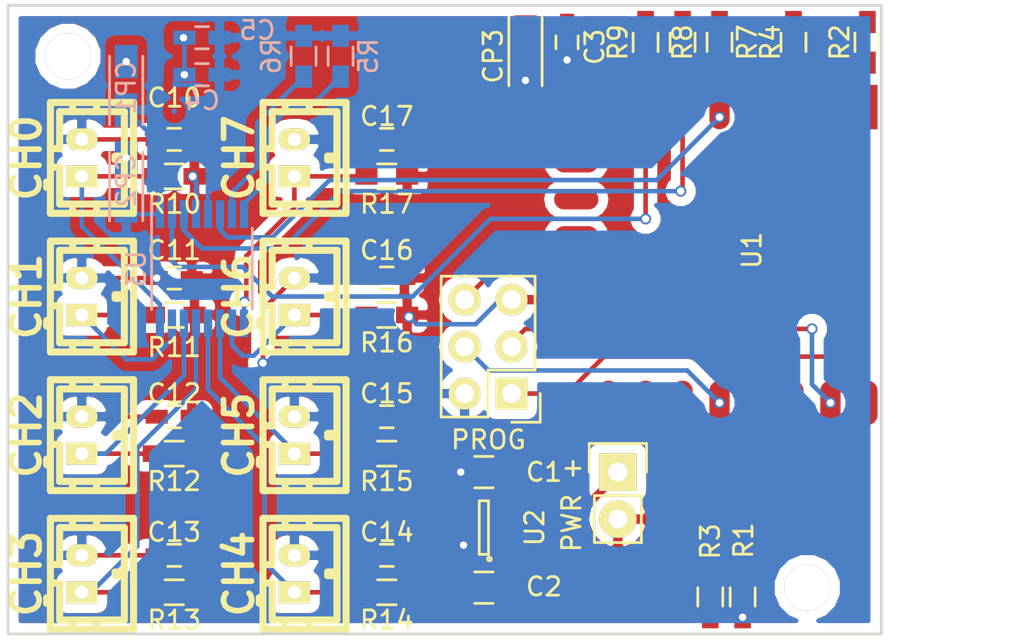
<source format=kicad_pcb>
(kicad_pcb (version 4) (host pcbnew "(2015-10-28 BZR 6285)-product")

  (general
    (links 100)
    (no_connects 1)
    (area 15.514536 18.70288 75.926201 59.0464)
    (thickness 1.6)
    (drawings 4)
    (tracks 214)
    (zones 0)
    (modules 48)
    (nets 34)
  )

  (page A4)
  (layers
    (0 F.Cu signal)
    (31 B.Cu signal)
    (32 B.Adhes user)
    (33 F.Adhes user)
    (34 B.Paste user)
    (35 F.Paste user)
    (36 B.SilkS user)
    (37 F.SilkS user)
    (38 B.Mask user)
    (39 F.Mask user)
    (40 Dwgs.User user)
    (41 Cmts.User user)
    (42 Eco1.User user)
    (43 Eco2.User user)
    (44 Edge.Cuts user)
    (45 Margin user)
    (46 B.CrtYd user)
    (47 F.CrtYd user)
    (48 B.Fab user)
    (49 F.Fab user)
  )

  (setup
    (last_trace_width 0.25)
    (trace_clearance 0.2)
    (zone_clearance 0.508)
    (zone_45_only no)
    (trace_min 0.2)
    (segment_width 0.2)
    (edge_width 0.15)
    (via_size 0.6)
    (via_drill 0.4)
    (via_min_size 0.4)
    (via_min_drill 0.3)
    (uvia_size 0.3)
    (uvia_drill 0.1)
    (uvias_allowed no)
    (uvia_min_size 0.2)
    (uvia_min_drill 0.1)
    (pcb_text_width 0.3)
    (pcb_text_size 1.5 1.5)
    (mod_edge_width 0.15)
    (mod_text_size 1 1)
    (mod_text_width 0.15)
    (pad_size 1.524 1.524)
    (pad_drill 0.762)
    (pad_to_mask_clearance 0.2)
    (aux_axis_origin 0 0)
    (grid_origin 20.75 20.328)
    (visible_elements FFFFFF7F)
    (pcbplotparams
      (layerselection 0x010f0_80000001)
      (usegerberextensions true)
      (excludeedgelayer true)
      (linewidth 0.100000)
      (plotframeref false)
      (viasonmask false)
      (mode 1)
      (useauxorigin false)
      (hpglpennumber 1)
      (hpglpenspeed 20)
      (hpglpendiameter 15)
      (hpglpenoverlay 2)
      (psnegative false)
      (psa4output false)
      (plotreference true)
      (plotvalue true)
      (plotinvisibletext false)
      (padsonsilk false)
      (subtractmaskfromsilk false)
      (outputformat 1)
      (mirror false)
      (drillshape 0)
      (scaleselection 1)
      (outputdirectory gerber))
  )

  (net 0 "")
  (net 1 ADC_VIN)
  (net 2 ADC_GND)
  (net 3 +5V)
  (net 4 ESP_TXD)
  (net 5 ESP_RXD)
  (net 6 GPIO0)
  (net 7 ESP_RST)
  (net 8 IN0)
  (net 9 IN1)
  (net 10 IN2)
  (net 11 IN3)
  (net 12 IN4)
  (net 13 IN5)
  (net 14 IN6)
  (net 15 IN7)
  (net 16 "Net-(R3-Pad1)")
  (net 17 "Net-(R4-Pad2)")
  (net 18 "Net-(R5-Pad2)")
  (net 19 "Net-(R6-Pad2)")
  (net 20 ADC_INT)
  (net 21 SCL)
  (net 22 SDA)
  (net 23 "Net-(U1-Pad9)")
  (net 24 "Net-(U1-Pad10)")
  (net 25 "Net-(U1-Pad11)")
  (net 26 "Net-(U1-Pad12)")
  (net 27 "Net-(U1-Pad13)")
  (net 28 "Net-(U1-Pad14)")
  (net 29 "Net-(U1-Pad2)")
  (net 30 "Net-(U1-Pad17)")
  (net 31 "Net-(U1-Pad19)")
  (net 32 "Net-(U1-Pad20)")
  (net 33 "Net-(U2-Pad4)")

  (net_class Default "This is the default net class."
    (clearance 0.2)
    (trace_width 0.25)
    (via_dia 0.6)
    (via_drill 0.4)
    (uvia_dia 0.3)
    (uvia_drill 0.1)
    (add_net +5V)
    (add_net ADC_GND)
    (add_net ADC_INT)
    (add_net ADC_VIN)
    (add_net ESP_RST)
    (add_net ESP_RXD)
    (add_net ESP_TXD)
    (add_net GPIO0)
    (add_net IN0)
    (add_net IN1)
    (add_net IN2)
    (add_net IN3)
    (add_net IN4)
    (add_net IN5)
    (add_net IN6)
    (add_net IN7)
    (add_net "Net-(R3-Pad1)")
    (add_net "Net-(R4-Pad2)")
    (add_net "Net-(R5-Pad2)")
    (add_net "Net-(R6-Pad2)")
    (add_net "Net-(U1-Pad10)")
    (add_net "Net-(U1-Pad11)")
    (add_net "Net-(U1-Pad12)")
    (add_net "Net-(U1-Pad13)")
    (add_net "Net-(U1-Pad14)")
    (add_net "Net-(U1-Pad17)")
    (add_net "Net-(U1-Pad19)")
    (add_net "Net-(U1-Pad2)")
    (add_net "Net-(U1-Pad20)")
    (add_net "Net-(U1-Pad9)")
    (add_net "Net-(U2-Pad4)")
    (add_net SCL)
    (add_net SDA)
  )

  (module Capacitors_SMD:C_0805_HandSoldering (layer F.Cu) (tedit 5636C837) (tstamp 563548FE)
    (at 46.5 45.828)
    (descr "Capacitor SMD 0805, hand soldering")
    (tags "capacitor 0805")
    (path /56353965)
    (attr smd)
    (fp_text reference C1 (at 3.25 0) (layer F.SilkS)
      (effects (font (size 1 1) (thickness 0.15)))
    )
    (fp_text value 10uf (at 0 2.1) (layer F.Fab)
      (effects (font (size 1 1) (thickness 0.15)))
    )
    (fp_line (start -2.3 -1) (end 2.3 -1) (layer F.CrtYd) (width 0.05))
    (fp_line (start -2.3 1) (end 2.3 1) (layer F.CrtYd) (width 0.05))
    (fp_line (start -2.3 -1) (end -2.3 1) (layer F.CrtYd) (width 0.05))
    (fp_line (start 2.3 -1) (end 2.3 1) (layer F.CrtYd) (width 0.05))
    (fp_line (start 0.5 -0.85) (end -0.5 -0.85) (layer F.SilkS) (width 0.15))
    (fp_line (start -0.5 0.85) (end 0.5 0.85) (layer F.SilkS) (width 0.15))
    (pad 1 smd rect (at -1.25 0) (size 1.5 1.25) (layers F.Cu F.Paste F.Mask)
      (net 1 ADC_VIN))
    (pad 2 smd rect (at 1.25 0) (size 1.5 1.25) (layers F.Cu F.Paste F.Mask)
      (net 2 ADC_GND))
    (model Capacitors_SMD.3dshapes/C_0805_HandSoldering.wrl
      (at (xyz 0 0 0))
      (scale (xyz 1 1 1))
      (rotate (xyz 0 0 0))
    )
  )

  (module Capacitors_SMD:C_0805_HandSoldering (layer F.Cu) (tedit 5636C842) (tstamp 56354904)
    (at 46.5 52.078)
    (descr "Capacitor SMD 0805, hand soldering")
    (tags "capacitor 0805")
    (path /56353914)
    (attr smd)
    (fp_text reference C2 (at 3.25 -0.05) (layer F.SilkS)
      (effects (font (size 1 1) (thickness 0.15)))
    )
    (fp_text value 10uf (at 0 2.1) (layer F.Fab)
      (effects (font (size 1 1) (thickness 0.15)))
    )
    (fp_line (start -2.3 -1) (end 2.3 -1) (layer F.CrtYd) (width 0.05))
    (fp_line (start -2.3 1) (end 2.3 1) (layer F.CrtYd) (width 0.05))
    (fp_line (start -2.3 -1) (end -2.3 1) (layer F.CrtYd) (width 0.05))
    (fp_line (start 2.3 -1) (end 2.3 1) (layer F.CrtYd) (width 0.05))
    (fp_line (start 0.5 -0.85) (end -0.5 -0.85) (layer F.SilkS) (width 0.15))
    (fp_line (start -0.5 0.85) (end 0.5 0.85) (layer F.SilkS) (width 0.15))
    (pad 1 smd rect (at -1.25 0) (size 1.5 1.25) (layers F.Cu F.Paste F.Mask)
      (net 2 ADC_GND))
    (pad 2 smd rect (at 1.25 0) (size 1.5 1.25) (layers F.Cu F.Paste F.Mask)
      (net 3 +5V))
    (model Capacitors_SMD.3dshapes/C_0805_HandSoldering.wrl
      (at (xyz 0 0 0))
      (scale (xyz 1 1 1))
      (rotate (xyz 0 0 0))
    )
  )

  (module Capacitors_SMD:C_0603_HandSoldering (layer F.Cu) (tedit 56368626) (tstamp 5635490A)
    (at 51 22.578 270)
    (descr "Capacitor SMD 0603, hand soldering")
    (tags "capacitor 0603")
    (path /56354092)
    (attr smd)
    (fp_text reference C3 (at 0.25 -1.5 270) (layer F.SilkS)
      (effects (font (size 1 1) (thickness 0.15)))
    )
    (fp_text value 100nf (at 0 1.9 270) (layer F.Fab)
      (effects (font (size 1 1) (thickness 0.15)))
    )
    (fp_line (start -1.85 -0.75) (end 1.85 -0.75) (layer F.CrtYd) (width 0.05))
    (fp_line (start -1.85 0.75) (end 1.85 0.75) (layer F.CrtYd) (width 0.05))
    (fp_line (start -1.85 -0.75) (end -1.85 0.75) (layer F.CrtYd) (width 0.05))
    (fp_line (start 1.85 -0.75) (end 1.85 0.75) (layer F.CrtYd) (width 0.05))
    (fp_line (start -0.35 -0.6) (end 0.35 -0.6) (layer F.SilkS) (width 0.15))
    (fp_line (start 0.35 0.6) (end -0.35 0.6) (layer F.SilkS) (width 0.15))
    (pad 1 smd rect (at -0.95 0 270) (size 1.2 0.75) (layers F.Cu F.Paste F.Mask)
      (net 2 ADC_GND))
    (pad 2 smd rect (at 0.95 0 270) (size 1.2 0.75) (layers F.Cu F.Paste F.Mask)
      (net 1 ADC_VIN))
    (model Capacitors_SMD.3dshapes/C_0603_HandSoldering.wrl
      (at (xyz 0 0 0))
      (scale (xyz 1 1 1))
      (rotate (xyz 0 0 0))
    )
  )

  (module Capacitors_SMD:C_0603_HandSoldering (layer B.Cu) (tedit 5636C7D8) (tstamp 56354910)
    (at 31.25 24.328)
    (descr "Capacitor SMD 0603, hand soldering")
    (tags "capacitor 0603")
    (path /5635427D)
    (attr smd)
    (fp_text reference C4 (at 0 1.4) (layer B.SilkS)
      (effects (font (size 1 1) (thickness 0.15)) (justify mirror))
    )
    (fp_text value 100nf (at 0 -1.9) (layer B.Fab)
      (effects (font (size 1 1) (thickness 0.15)) (justify mirror))
    )
    (fp_line (start -1.85 0.75) (end 1.85 0.75) (layer B.CrtYd) (width 0.05))
    (fp_line (start -1.85 -0.75) (end 1.85 -0.75) (layer B.CrtYd) (width 0.05))
    (fp_line (start -1.85 0.75) (end -1.85 -0.75) (layer B.CrtYd) (width 0.05))
    (fp_line (start 1.85 0.75) (end 1.85 -0.75) (layer B.CrtYd) (width 0.05))
    (fp_line (start -0.35 0.6) (end 0.35 0.6) (layer B.SilkS) (width 0.15))
    (fp_line (start 0.35 -0.6) (end -0.35 -0.6) (layer B.SilkS) (width 0.15))
    (pad 1 smd rect (at -0.95 0) (size 1.2 0.75) (layers B.Cu B.Paste B.Mask)
      (net 2 ADC_GND))
    (pad 2 smd rect (at 0.95 0) (size 1.2 0.75) (layers B.Cu B.Paste B.Mask)
      (net 1 ADC_VIN))
    (model Capacitors_SMD.3dshapes/C_0603_HandSoldering.wrl
      (at (xyz 0 0 0))
      (scale (xyz 1 1 1))
      (rotate (xyz 0 0 0))
    )
  )

  (module Capacitors_SMD:C_0603_HandSoldering (layer B.Cu) (tedit 5636C7EE) (tstamp 56354916)
    (at 31.25 22.328 180)
    (descr "Capacitor SMD 0603, hand soldering")
    (tags "capacitor 0603")
    (path /56357A26)
    (attr smd)
    (fp_text reference C5 (at -3 0.4 180) (layer B.SilkS)
      (effects (font (size 1 1) (thickness 0.15)) (justify mirror))
    )
    (fp_text value 100nf (at 0 -1.9 180) (layer B.Fab)
      (effects (font (size 1 1) (thickness 0.15)) (justify mirror))
    )
    (fp_line (start -1.85 0.75) (end 1.85 0.75) (layer B.CrtYd) (width 0.05))
    (fp_line (start -1.85 -0.75) (end 1.85 -0.75) (layer B.CrtYd) (width 0.05))
    (fp_line (start -1.85 0.75) (end -1.85 -0.75) (layer B.CrtYd) (width 0.05))
    (fp_line (start 1.85 0.75) (end 1.85 -0.75) (layer B.CrtYd) (width 0.05))
    (fp_line (start -0.35 0.6) (end 0.35 0.6) (layer B.SilkS) (width 0.15))
    (fp_line (start 0.35 -0.6) (end -0.35 -0.6) (layer B.SilkS) (width 0.15))
    (pad 1 smd rect (at -0.95 0 180) (size 1.2 0.75) (layers B.Cu B.Paste B.Mask)
      (net 1 ADC_VIN))
    (pad 2 smd rect (at 0.95 0 180) (size 1.2 0.75) (layers B.Cu B.Paste B.Mask)
      (net 2 ADC_GND))
    (model Capacitors_SMD.3dshapes/C_0603_HandSoldering.wrl
      (at (xyz 0 0 0))
      (scale (xyz 1 1 1))
      (rotate (xyz 0 0 0))
    )
  )

  (module Capacitors_SMD:C_0603_HandSoldering (layer F.Cu) (tedit 56368669) (tstamp 5635491C)
    (at 29.75 27.828 180)
    (descr "Capacitor SMD 0603, hand soldering")
    (tags "capacitor 0603")
    (path /5635AAFF)
    (attr smd)
    (fp_text reference C10 (at 0 2.25 180) (layer F.SilkS)
      (effects (font (size 1 1) (thickness 0.15)))
    )
    (fp_text value 100nf (at 0 1.9 180) (layer F.Fab)
      (effects (font (size 1 1) (thickness 0.15)))
    )
    (fp_line (start -1.85 -0.75) (end 1.85 -0.75) (layer F.CrtYd) (width 0.05))
    (fp_line (start -1.85 0.75) (end 1.85 0.75) (layer F.CrtYd) (width 0.05))
    (fp_line (start -1.85 -0.75) (end -1.85 0.75) (layer F.CrtYd) (width 0.05))
    (fp_line (start 1.85 -0.75) (end 1.85 0.75) (layer F.CrtYd) (width 0.05))
    (fp_line (start -0.35 -0.6) (end 0.35 -0.6) (layer F.SilkS) (width 0.15))
    (fp_line (start 0.35 0.6) (end -0.35 0.6) (layer F.SilkS) (width 0.15))
    (pad 1 smd rect (at -0.95 0 180) (size 1.2 0.75) (layers F.Cu F.Paste F.Mask)
      (net 2 ADC_GND))
    (pad 2 smd rect (at 0.95 0 180) (size 1.2 0.75) (layers F.Cu F.Paste F.Mask)
      (net 1 ADC_VIN))
    (model Capacitors_SMD.3dshapes/C_0603_HandSoldering.wrl
      (at (xyz 0 0 0))
      (scale (xyz 1 1 1))
      (rotate (xyz 0 0 0))
    )
  )

  (module Capacitors_SMD:C_0603_HandSoldering (layer F.Cu) (tedit 5636866E) (tstamp 56354922)
    (at 29.75 35.328 180)
    (descr "Capacitor SMD 0603, hand soldering")
    (tags "capacitor 0603")
    (path /5635A926)
    (attr smd)
    (fp_text reference C11 (at 0 1.5 180) (layer F.SilkS)
      (effects (font (size 1 1) (thickness 0.15)))
    )
    (fp_text value 100nf (at 0 1.9 180) (layer F.Fab)
      (effects (font (size 1 1) (thickness 0.15)))
    )
    (fp_line (start -1.85 -0.75) (end 1.85 -0.75) (layer F.CrtYd) (width 0.05))
    (fp_line (start -1.85 0.75) (end 1.85 0.75) (layer F.CrtYd) (width 0.05))
    (fp_line (start -1.85 -0.75) (end -1.85 0.75) (layer F.CrtYd) (width 0.05))
    (fp_line (start 1.85 -0.75) (end 1.85 0.75) (layer F.CrtYd) (width 0.05))
    (fp_line (start -0.35 -0.6) (end 0.35 -0.6) (layer F.SilkS) (width 0.15))
    (fp_line (start 0.35 0.6) (end -0.35 0.6) (layer F.SilkS) (width 0.15))
    (pad 1 smd rect (at -0.95 0 180) (size 1.2 0.75) (layers F.Cu F.Paste F.Mask)
      (net 2 ADC_GND))
    (pad 2 smd rect (at 0.95 0 180) (size 1.2 0.75) (layers F.Cu F.Paste F.Mask)
      (net 1 ADC_VIN))
    (model Capacitors_SMD.3dshapes/C_0603_HandSoldering.wrl
      (at (xyz 0 0 0))
      (scale (xyz 1 1 1))
      (rotate (xyz 0 0 0))
    )
  )

  (module Capacitors_SMD:C_0603_HandSoldering (layer F.Cu) (tedit 5636867E) (tstamp 56354928)
    (at 29.75 42.828 180)
    (descr "Capacitor SMD 0603, hand soldering")
    (tags "capacitor 0603")
    (path /56359A8F)
    (attr smd)
    (fp_text reference C12 (at 0 1.25 180) (layer F.SilkS)
      (effects (font (size 1 1) (thickness 0.15)))
    )
    (fp_text value 100nf (at 0 1.9 180) (layer F.Fab)
      (effects (font (size 1 1) (thickness 0.15)))
    )
    (fp_line (start -1.85 -0.75) (end 1.85 -0.75) (layer F.CrtYd) (width 0.05))
    (fp_line (start -1.85 0.75) (end 1.85 0.75) (layer F.CrtYd) (width 0.05))
    (fp_line (start -1.85 -0.75) (end -1.85 0.75) (layer F.CrtYd) (width 0.05))
    (fp_line (start 1.85 -0.75) (end 1.85 0.75) (layer F.CrtYd) (width 0.05))
    (fp_line (start -0.35 -0.6) (end 0.35 -0.6) (layer F.SilkS) (width 0.15))
    (fp_line (start 0.35 0.6) (end -0.35 0.6) (layer F.SilkS) (width 0.15))
    (pad 1 smd rect (at -0.95 0 180) (size 1.2 0.75) (layers F.Cu F.Paste F.Mask)
      (net 2 ADC_GND))
    (pad 2 smd rect (at 0.95 0 180) (size 1.2 0.75) (layers F.Cu F.Paste F.Mask)
      (net 1 ADC_VIN))
    (model Capacitors_SMD.3dshapes/C_0603_HandSoldering.wrl
      (at (xyz 0 0 0))
      (scale (xyz 1 1 1))
      (rotate (xyz 0 0 0))
    )
  )

  (module Capacitors_SMD:C_0603_HandSoldering (layer F.Cu) (tedit 56368695) (tstamp 5635492E)
    (at 29.75 50.328 180)
    (descr "Capacitor SMD 0603, hand soldering")
    (tags "capacitor 0603")
    (path /5635A0DF)
    (attr smd)
    (fp_text reference C13 (at 0 1.25 180) (layer F.SilkS)
      (effects (font (size 1 1) (thickness 0.15)))
    )
    (fp_text value 100nf (at 0 1.9 180) (layer F.Fab)
      (effects (font (size 1 1) (thickness 0.15)))
    )
    (fp_line (start -1.85 -0.75) (end 1.85 -0.75) (layer F.CrtYd) (width 0.05))
    (fp_line (start -1.85 0.75) (end 1.85 0.75) (layer F.CrtYd) (width 0.05))
    (fp_line (start -1.85 -0.75) (end -1.85 0.75) (layer F.CrtYd) (width 0.05))
    (fp_line (start 1.85 -0.75) (end 1.85 0.75) (layer F.CrtYd) (width 0.05))
    (fp_line (start -0.35 -0.6) (end 0.35 -0.6) (layer F.SilkS) (width 0.15))
    (fp_line (start 0.35 0.6) (end -0.35 0.6) (layer F.SilkS) (width 0.15))
    (pad 1 smd rect (at -0.95 0 180) (size 1.2 0.75) (layers F.Cu F.Paste F.Mask)
      (net 2 ADC_GND))
    (pad 2 smd rect (at 0.95 0 180) (size 1.2 0.75) (layers F.Cu F.Paste F.Mask)
      (net 1 ADC_VIN))
    (model Capacitors_SMD.3dshapes/C_0603_HandSoldering.wrl
      (at (xyz 0 0 0))
      (scale (xyz 1 1 1))
      (rotate (xyz 0 0 0))
    )
  )

  (module Capacitors_SMD:C_0603_HandSoldering (layer F.Cu) (tedit 56368613) (tstamp 56354934)
    (at 41.25 50.328 180)
    (descr "Capacitor SMD 0603, hand soldering")
    (tags "capacitor 0603")
    (path /5635A14A)
    (attr smd)
    (fp_text reference C14 (at 0 1.25 180) (layer F.SilkS)
      (effects (font (size 1 1) (thickness 0.15)))
    )
    (fp_text value 100nf (at 0 1.9 180) (layer F.Fab)
      (effects (font (size 1 1) (thickness 0.15)))
    )
    (fp_line (start -1.85 -0.75) (end 1.85 -0.75) (layer F.CrtYd) (width 0.05))
    (fp_line (start -1.85 0.75) (end 1.85 0.75) (layer F.CrtYd) (width 0.05))
    (fp_line (start -1.85 -0.75) (end -1.85 0.75) (layer F.CrtYd) (width 0.05))
    (fp_line (start 1.85 -0.75) (end 1.85 0.75) (layer F.CrtYd) (width 0.05))
    (fp_line (start -0.35 -0.6) (end 0.35 -0.6) (layer F.SilkS) (width 0.15))
    (fp_line (start 0.35 0.6) (end -0.35 0.6) (layer F.SilkS) (width 0.15))
    (pad 1 smd rect (at -0.95 0 180) (size 1.2 0.75) (layers F.Cu F.Paste F.Mask)
      (net 2 ADC_GND))
    (pad 2 smd rect (at 0.95 0 180) (size 1.2 0.75) (layers F.Cu F.Paste F.Mask)
      (net 1 ADC_VIN))
    (model Capacitors_SMD.3dshapes/C_0603_HandSoldering.wrl
      (at (xyz 0 0 0))
      (scale (xyz 1 1 1))
      (rotate (xyz 0 0 0))
    )
  )

  (module Capacitors_SMD:C_0603_HandSoldering (layer F.Cu) (tedit 56368608) (tstamp 5635493A)
    (at 41.25 42.828 180)
    (descr "Capacitor SMD 0603, hand soldering")
    (tags "capacitor 0603")
    (path /5635A518)
    (attr smd)
    (fp_text reference C15 (at 0 1.25 180) (layer F.SilkS)
      (effects (font (size 1 1) (thickness 0.15)))
    )
    (fp_text value 100nf (at 0 1.9 180) (layer F.Fab)
      (effects (font (size 1 1) (thickness 0.15)))
    )
    (fp_line (start -1.85 -0.75) (end 1.85 -0.75) (layer F.CrtYd) (width 0.05))
    (fp_line (start -1.85 0.75) (end 1.85 0.75) (layer F.CrtYd) (width 0.05))
    (fp_line (start -1.85 -0.75) (end -1.85 0.75) (layer F.CrtYd) (width 0.05))
    (fp_line (start 1.85 -0.75) (end 1.85 0.75) (layer F.CrtYd) (width 0.05))
    (fp_line (start -0.35 -0.6) (end 0.35 -0.6) (layer F.SilkS) (width 0.15))
    (fp_line (start 0.35 0.6) (end -0.35 0.6) (layer F.SilkS) (width 0.15))
    (pad 1 smd rect (at -0.95 0 180) (size 1.2 0.75) (layers F.Cu F.Paste F.Mask)
      (net 2 ADC_GND))
    (pad 2 smd rect (at 0.95 0 180) (size 1.2 0.75) (layers F.Cu F.Paste F.Mask)
      (net 1 ADC_VIN))
    (model Capacitors_SMD.3dshapes/C_0603_HandSoldering.wrl
      (at (xyz 0 0 0))
      (scale (xyz 1 1 1))
      (rotate (xyz 0 0 0))
    )
  )

  (module Capacitors_SMD:C_0603_HandSoldering (layer F.Cu) (tedit 563685FE) (tstamp 56354940)
    (at 41.25 35.328 180)
    (descr "Capacitor SMD 0603, hand soldering")
    (tags "capacitor 0603")
    (path /5635A592)
    (attr smd)
    (fp_text reference C16 (at 0 1.5 180) (layer F.SilkS)
      (effects (font (size 1 1) (thickness 0.15)))
    )
    (fp_text value 100nf (at 0 1.9 180) (layer F.Fab)
      (effects (font (size 1 1) (thickness 0.15)))
    )
    (fp_line (start -1.85 -0.75) (end 1.85 -0.75) (layer F.CrtYd) (width 0.05))
    (fp_line (start -1.85 0.75) (end 1.85 0.75) (layer F.CrtYd) (width 0.05))
    (fp_line (start -1.85 -0.75) (end -1.85 0.75) (layer F.CrtYd) (width 0.05))
    (fp_line (start 1.85 -0.75) (end 1.85 0.75) (layer F.CrtYd) (width 0.05))
    (fp_line (start -0.35 -0.6) (end 0.35 -0.6) (layer F.SilkS) (width 0.15))
    (fp_line (start 0.35 0.6) (end -0.35 0.6) (layer F.SilkS) (width 0.15))
    (pad 1 smd rect (at -0.95 0 180) (size 1.2 0.75) (layers F.Cu F.Paste F.Mask)
      (net 2 ADC_GND))
    (pad 2 smd rect (at 0.95 0 180) (size 1.2 0.75) (layers F.Cu F.Paste F.Mask)
      (net 1 ADC_VIN))
    (model Capacitors_SMD.3dshapes/C_0603_HandSoldering.wrl
      (at (xyz 0 0 0))
      (scale (xyz 1 1 1))
      (rotate (xyz 0 0 0))
    )
  )

  (module Capacitors_SMD:C_0603_HandSoldering (layer F.Cu) (tedit 563685EF) (tstamp 56354946)
    (at 41.25 27.828 180)
    (descr "Capacitor SMD 0603, hand soldering")
    (tags "capacitor 0603")
    (path /5635A723)
    (attr smd)
    (fp_text reference C17 (at 0 1.25 180) (layer F.SilkS)
      (effects (font (size 1 1) (thickness 0.15)))
    )
    (fp_text value 100nf (at 0 1.9 180) (layer F.Fab)
      (effects (font (size 1 1) (thickness 0.15)))
    )
    (fp_line (start -1.85 -0.75) (end 1.85 -0.75) (layer F.CrtYd) (width 0.05))
    (fp_line (start -1.85 0.75) (end 1.85 0.75) (layer F.CrtYd) (width 0.05))
    (fp_line (start -1.85 -0.75) (end -1.85 0.75) (layer F.CrtYd) (width 0.05))
    (fp_line (start 1.85 -0.75) (end 1.85 0.75) (layer F.CrtYd) (width 0.05))
    (fp_line (start -0.35 -0.6) (end 0.35 -0.6) (layer F.SilkS) (width 0.15))
    (fp_line (start 0.35 0.6) (end -0.35 0.6) (layer F.SilkS) (width 0.15))
    (pad 1 smd rect (at -0.95 0 180) (size 1.2 0.75) (layers F.Cu F.Paste F.Mask)
      (net 2 ADC_GND))
    (pad 2 smd rect (at 0.95 0 180) (size 1.2 0.75) (layers F.Cu F.Paste F.Mask)
      (net 1 ADC_VIN))
    (model Capacitors_SMD.3dshapes/C_0603_HandSoldering.wrl
      (at (xyz 0 0 0))
      (scale (xyz 1 1 1))
      (rotate (xyz 0 0 0))
    )
  )

  (module Pin_Headers:Pin_Header_Straight_2x03 (layer F.Cu) (tedit 5636871F) (tstamp 56354962)
    (at 48 41.578 180)
    (descr "Through hole pin header")
    (tags "pin header")
    (path /56351D40)
    (fp_text reference PROG (at 1.25 -2.5 180) (layer F.SilkS)
      (effects (font (size 1 1) (thickness 0.15)))
    )
    (fp_text value CONN_02X03 (at 0 -3.1 180) (layer F.Fab)
      (effects (font (size 1 1) (thickness 0.15)))
    )
    (fp_line (start -1.27 1.27) (end -1.27 6.35) (layer F.SilkS) (width 0.15))
    (fp_line (start -1.55 -1.55) (end 0 -1.55) (layer F.SilkS) (width 0.15))
    (fp_line (start -1.75 -1.75) (end -1.75 6.85) (layer F.CrtYd) (width 0.05))
    (fp_line (start 4.3 -1.75) (end 4.3 6.85) (layer F.CrtYd) (width 0.05))
    (fp_line (start -1.75 -1.75) (end 4.3 -1.75) (layer F.CrtYd) (width 0.05))
    (fp_line (start -1.75 6.85) (end 4.3 6.85) (layer F.CrtYd) (width 0.05))
    (fp_line (start 1.27 -1.27) (end 1.27 1.27) (layer F.SilkS) (width 0.15))
    (fp_line (start 1.27 1.27) (end -1.27 1.27) (layer F.SilkS) (width 0.15))
    (fp_line (start -1.27 6.35) (end 3.81 6.35) (layer F.SilkS) (width 0.15))
    (fp_line (start 3.81 6.35) (end 3.81 1.27) (layer F.SilkS) (width 0.15))
    (fp_line (start -1.55 -1.55) (end -1.55 0) (layer F.SilkS) (width 0.15))
    (fp_line (start 3.81 -1.27) (end 1.27 -1.27) (layer F.SilkS) (width 0.15))
    (fp_line (start 3.81 1.27) (end 3.81 -1.27) (layer F.SilkS) (width 0.15))
    (pad 1 thru_hole rect (at 0 0 180) (size 1.7272 1.7272) (drill 1.016) (layers *.Cu *.Mask F.SilkS)
      (net 4 ESP_TXD))
    (pad 2 thru_hole oval (at 2.54 0 180) (size 1.7272 1.7272) (drill 1.016) (layers *.Cu *.Mask F.SilkS)
      (net 1 ADC_VIN))
    (pad 3 thru_hole oval (at 0 2.54 180) (size 1.7272 1.7272) (drill 1.016) (layers *.Cu *.Mask F.SilkS)
      (net 5 ESP_RXD))
    (pad 4 thru_hole oval (at 2.54 2.54 180) (size 1.7272 1.7272) (drill 1.016) (layers *.Cu *.Mask F.SilkS)
      (net 6 GPIO0))
    (pad 5 thru_hole oval (at 0 5.08 180) (size 1.7272 1.7272) (drill 1.016) (layers *.Cu *.Mask F.SilkS)
      (net 2 ADC_GND))
    (pad 6 thru_hole oval (at 2.54 5.08 180) (size 1.7272 1.7272) (drill 1.016) (layers *.Cu *.Mask F.SilkS)
      (net 7 ESP_RST))
    (model Pin_Headers.3dshapes/Pin_Header_Straight_2x03.wrl
      (at (xyz 0.05 -0.1 0))
      (scale (xyz 1 1 1))
      (rotate (xyz 0 0 90))
    )
  )

  (module Resistors_SMD:R_0603_HandSoldering (layer F.Cu) (tedit 5636C858) (tstamp 56354998)
    (at 60.5 52.578 90)
    (descr "Resistor SMD 0603, hand soldering")
    (tags "resistor 0603")
    (path /56354F0D)
    (attr smd)
    (fp_text reference R1 (at 3.05 0.05 90) (layer F.SilkS)
      (effects (font (size 1 1) (thickness 0.15)))
    )
    (fp_text value 10k (at 0 1.9 90) (layer F.Fab)
      (effects (font (size 1 1) (thickness 0.15)))
    )
    (fp_line (start -2 -0.8) (end 2 -0.8) (layer F.CrtYd) (width 0.05))
    (fp_line (start -2 0.8) (end 2 0.8) (layer F.CrtYd) (width 0.05))
    (fp_line (start -2 -0.8) (end -2 0.8) (layer F.CrtYd) (width 0.05))
    (fp_line (start 2 -0.8) (end 2 0.8) (layer F.CrtYd) (width 0.05))
    (fp_line (start 0.5 0.675) (end -0.5 0.675) (layer F.SilkS) (width 0.15))
    (fp_line (start -0.5 -0.675) (end 0.5 -0.675) (layer F.SilkS) (width 0.15))
    (pad 1 smd rect (at -1.1 0 90) (size 1.2 0.9) (layers F.Cu F.Paste F.Mask)
      (net 1 ADC_VIN))
    (pad 2 smd rect (at 1.1 0 90) (size 1.2 0.9) (layers F.Cu F.Paste F.Mask)
      (net 6 GPIO0))
    (model Resistors_SMD.3dshapes/R_0603_HandSoldering.wrl
      (at (xyz 0 0 0))
      (scale (xyz 1 1 1))
      (rotate (xyz 0 0 0))
    )
  )

  (module Resistors_SMD:R_0603_HandSoldering (layer F.Cu) (tedit 56368643) (tstamp 5635499E)
    (at 67.25 22.578 270)
    (descr "Resistor SMD 0603, hand soldering")
    (tags "resistor 0603")
    (path /56354F6C)
    (attr smd)
    (fp_text reference R2 (at 0 1.5 270) (layer F.SilkS)
      (effects (font (size 1 1) (thickness 0.15)))
    )
    (fp_text value 10k (at 0 1.9 270) (layer F.Fab)
      (effects (font (size 1 1) (thickness 0.15)))
    )
    (fp_line (start -2 -0.8) (end 2 -0.8) (layer F.CrtYd) (width 0.05))
    (fp_line (start -2 0.8) (end 2 0.8) (layer F.CrtYd) (width 0.05))
    (fp_line (start -2 -0.8) (end -2 0.8) (layer F.CrtYd) (width 0.05))
    (fp_line (start 2 -0.8) (end 2 0.8) (layer F.CrtYd) (width 0.05))
    (fp_line (start 0.5 0.675) (end -0.5 0.675) (layer F.SilkS) (width 0.15))
    (fp_line (start -0.5 -0.675) (end 0.5 -0.675) (layer F.SilkS) (width 0.15))
    (pad 1 smd rect (at -1.1 0 270) (size 1.2 0.9) (layers F.Cu F.Paste F.Mask)
      (net 1 ADC_VIN))
    (pad 2 smd rect (at 1.1 0 270) (size 1.2 0.9) (layers F.Cu F.Paste F.Mask)
      (net 7 ESP_RST))
    (model Resistors_SMD.3dshapes/R_0603_HandSoldering.wrl
      (at (xyz 0 0 0))
      (scale (xyz 1 1 1))
      (rotate (xyz 0 0 0))
    )
  )

  (module Resistors_SMD:R_0603_HandSoldering (layer F.Cu) (tedit 5636864F) (tstamp 563549A4)
    (at 58.75 52.578 270)
    (descr "Resistor SMD 0603, hand soldering")
    (tags "resistor 0603")
    (path /563556E3)
    (attr smd)
    (fp_text reference R3 (at -3 0 270) (layer F.SilkS)
      (effects (font (size 1 1) (thickness 0.15)))
    )
    (fp_text value 10k (at 0 1.9 270) (layer F.Fab)
      (effects (font (size 1 1) (thickness 0.15)))
    )
    (fp_line (start -2 -0.8) (end 2 -0.8) (layer F.CrtYd) (width 0.05))
    (fp_line (start -2 0.8) (end 2 0.8) (layer F.CrtYd) (width 0.05))
    (fp_line (start -2 -0.8) (end -2 0.8) (layer F.CrtYd) (width 0.05))
    (fp_line (start 2 -0.8) (end 2 0.8) (layer F.CrtYd) (width 0.05))
    (fp_line (start 0.5 0.675) (end -0.5 0.675) (layer F.SilkS) (width 0.15))
    (fp_line (start -0.5 -0.675) (end 0.5 -0.675) (layer F.SilkS) (width 0.15))
    (pad 1 smd rect (at -1.1 0 270) (size 1.2 0.9) (layers F.Cu F.Paste F.Mask)
      (net 16 "Net-(R3-Pad1)"))
    (pad 2 smd rect (at 1.1 0 270) (size 1.2 0.9) (layers F.Cu F.Paste F.Mask)
      (net 2 ADC_GND))
    (model Resistors_SMD.3dshapes/R_0603_HandSoldering.wrl
      (at (xyz 0 0 0))
      (scale (xyz 1 1 1))
      (rotate (xyz 0 0 0))
    )
  )

  (module Resistors_SMD:R_0603_HandSoldering (layer F.Cu) (tedit 5636863A) (tstamp 563549AA)
    (at 63.25 22.578 270)
    (descr "Resistor SMD 0603, hand soldering")
    (tags "resistor 0603")
    (path /563559DD)
    (attr smd)
    (fp_text reference R4 (at 0 1.25 270) (layer F.SilkS)
      (effects (font (size 1 1) (thickness 0.15)))
    )
    (fp_text value 10k (at 0 1.9 270) (layer F.Fab)
      (effects (font (size 1 1) (thickness 0.15)))
    )
    (fp_line (start -2 -0.8) (end 2 -0.8) (layer F.CrtYd) (width 0.05))
    (fp_line (start -2 0.8) (end 2 0.8) (layer F.CrtYd) (width 0.05))
    (fp_line (start -2 -0.8) (end -2 0.8) (layer F.CrtYd) (width 0.05))
    (fp_line (start 2 -0.8) (end 2 0.8) (layer F.CrtYd) (width 0.05))
    (fp_line (start 0.5 0.675) (end -0.5 0.675) (layer F.SilkS) (width 0.15))
    (fp_line (start -0.5 -0.675) (end 0.5 -0.675) (layer F.SilkS) (width 0.15))
    (pad 1 smd rect (at -1.1 0 270) (size 1.2 0.9) (layers F.Cu F.Paste F.Mask)
      (net 1 ADC_VIN))
    (pad 2 smd rect (at 1.1 0 270) (size 1.2 0.9) (layers F.Cu F.Paste F.Mask)
      (net 17 "Net-(R4-Pad2)"))
    (model Resistors_SMD.3dshapes/R_0603_HandSoldering.wrl
      (at (xyz 0 0 0))
      (scale (xyz 1 1 1))
      (rotate (xyz 0 0 0))
    )
  )

  (module Resistors_SMD:R_0603_HandSoldering (layer B.Cu) (tedit 5636AC3E) (tstamp 563549B0)
    (at 38.75 23.328 270)
    (descr "Resistor SMD 0603, hand soldering")
    (tags "resistor 0603")
    (path /56356481)
    (attr smd)
    (fp_text reference R5 (at 0 -1.5 270) (layer B.SilkS)
      (effects (font (size 1 1) (thickness 0.15)) (justify mirror))
    )
    (fp_text value 10k (at 0 -1.9 270) (layer B.Fab)
      (effects (font (size 1 1) (thickness 0.15)) (justify mirror))
    )
    (fp_line (start -2 0.8) (end 2 0.8) (layer B.CrtYd) (width 0.05))
    (fp_line (start -2 -0.8) (end 2 -0.8) (layer B.CrtYd) (width 0.05))
    (fp_line (start -2 0.8) (end -2 -0.8) (layer B.CrtYd) (width 0.05))
    (fp_line (start 2 0.8) (end 2 -0.8) (layer B.CrtYd) (width 0.05))
    (fp_line (start 0.5 -0.675) (end -0.5 -0.675) (layer B.SilkS) (width 0.15))
    (fp_line (start -0.5 0.675) (end 0.5 0.675) (layer B.SilkS) (width 0.15))
    (pad 1 smd rect (at -1.1 0 270) (size 1.2 0.9) (layers B.Cu B.Paste B.Mask)
      (net 1 ADC_VIN))
    (pad 2 smd rect (at 1.1 0 270) (size 1.2 0.9) (layers B.Cu B.Paste B.Mask)
      (net 18 "Net-(R5-Pad2)"))
    (model Resistors_SMD.3dshapes/R_0603_HandSoldering.wrl
      (at (xyz 0 0 0))
      (scale (xyz 1 1 1))
      (rotate (xyz 0 0 0))
    )
  )

  (module Resistors_SMD:R_0603_HandSoldering (layer B.Cu) (tedit 5636AC3A) (tstamp 563549B6)
    (at 36.75 23.328 270)
    (descr "Resistor SMD 0603, hand soldering")
    (tags "resistor 0603")
    (path /5635653F)
    (attr smd)
    (fp_text reference R6 (at 0 1.75 270) (layer B.SilkS)
      (effects (font (size 1 1) (thickness 0.15)) (justify mirror))
    )
    (fp_text value 10k (at 0 -1.9 270) (layer B.Fab)
      (effects (font (size 1 1) (thickness 0.15)) (justify mirror))
    )
    (fp_line (start -2 0.8) (end 2 0.8) (layer B.CrtYd) (width 0.05))
    (fp_line (start -2 -0.8) (end 2 -0.8) (layer B.CrtYd) (width 0.05))
    (fp_line (start -2 0.8) (end -2 -0.8) (layer B.CrtYd) (width 0.05))
    (fp_line (start 2 0.8) (end 2 -0.8) (layer B.CrtYd) (width 0.05))
    (fp_line (start 0.5 -0.675) (end -0.5 -0.675) (layer B.SilkS) (width 0.15))
    (fp_line (start -0.5 0.675) (end 0.5 0.675) (layer B.SilkS) (width 0.15))
    (pad 1 smd rect (at -1.1 0 270) (size 1.2 0.9) (layers B.Cu B.Paste B.Mask)
      (net 1 ADC_VIN))
    (pad 2 smd rect (at 1.1 0 270) (size 1.2 0.9) (layers B.Cu B.Paste B.Mask)
      (net 19 "Net-(R6-Pad2)"))
    (model Resistors_SMD.3dshapes/R_0603_HandSoldering.wrl
      (at (xyz 0 0 0))
      (scale (xyz 1 1 1))
      (rotate (xyz 0 0 0))
    )
  )

  (module Resistors_SMD:R_0603_HandSoldering (layer F.Cu) (tedit 56368634) (tstamp 563549BC)
    (at 59.25 22.578 270)
    (descr "Resistor SMD 0603, hand soldering")
    (tags "resistor 0603")
    (path /56356597)
    (attr smd)
    (fp_text reference R7 (at 0 -1.5 270) (layer F.SilkS)
      (effects (font (size 1 1) (thickness 0.15)))
    )
    (fp_text value 10k (at 0 1.9 270) (layer F.Fab)
      (effects (font (size 1 1) (thickness 0.15)))
    )
    (fp_line (start -2 -0.8) (end 2 -0.8) (layer F.CrtYd) (width 0.05))
    (fp_line (start -2 0.8) (end 2 0.8) (layer F.CrtYd) (width 0.05))
    (fp_line (start -2 -0.8) (end -2 0.8) (layer F.CrtYd) (width 0.05))
    (fp_line (start 2 -0.8) (end 2 0.8) (layer F.CrtYd) (width 0.05))
    (fp_line (start 0.5 0.675) (end -0.5 0.675) (layer F.SilkS) (width 0.15))
    (fp_line (start -0.5 -0.675) (end 0.5 -0.675) (layer F.SilkS) (width 0.15))
    (pad 1 smd rect (at -1.1 0 270) (size 1.2 0.9) (layers F.Cu F.Paste F.Mask)
      (net 1 ADC_VIN))
    (pad 2 smd rect (at 1.1 0 270) (size 1.2 0.9) (layers F.Cu F.Paste F.Mask)
      (net 20 ADC_INT))
    (model Resistors_SMD.3dshapes/R_0603_HandSoldering.wrl
      (at (xyz 0 0 0))
      (scale (xyz 1 1 1))
      (rotate (xyz 0 0 0))
    )
  )

  (module Resistors_SMD:R_0603_HandSoldering (layer F.Cu) (tedit 563671F5) (tstamp 563549C2)
    (at 57.25 22.578 270)
    (descr "Resistor SMD 0603, hand soldering")
    (tags "resistor 0603")
    (path /563565F2)
    (attr smd)
    (fp_text reference R8 (at 0 0 270) (layer F.SilkS)
      (effects (font (size 1 1) (thickness 0.15)))
    )
    (fp_text value 10k (at 0 1.9 270) (layer F.Fab)
      (effects (font (size 1 1) (thickness 0.15)))
    )
    (fp_line (start -2 -0.8) (end 2 -0.8) (layer F.CrtYd) (width 0.05))
    (fp_line (start -2 0.8) (end 2 0.8) (layer F.CrtYd) (width 0.05))
    (fp_line (start -2 -0.8) (end -2 0.8) (layer F.CrtYd) (width 0.05))
    (fp_line (start 2 -0.8) (end 2 0.8) (layer F.CrtYd) (width 0.05))
    (fp_line (start 0.5 0.675) (end -0.5 0.675) (layer F.SilkS) (width 0.15))
    (fp_line (start -0.5 -0.675) (end 0.5 -0.675) (layer F.SilkS) (width 0.15))
    (pad 1 smd rect (at -1.1 0 270) (size 1.2 0.9) (layers F.Cu F.Paste F.Mask)
      (net 1 ADC_VIN))
    (pad 2 smd rect (at 1.1 0 270) (size 1.2 0.9) (layers F.Cu F.Paste F.Mask)
      (net 21 SCL))
    (model Resistors_SMD.3dshapes/R_0603_HandSoldering.wrl
      (at (xyz 0 0 0))
      (scale (xyz 1 1 1))
      (rotate (xyz 0 0 0))
    )
  )

  (module Resistors_SMD:R_0603_HandSoldering (layer F.Cu) (tedit 5636862B) (tstamp 563549C8)
    (at 55.25 22.578 270)
    (descr "Resistor SMD 0603, hand soldering")
    (tags "resistor 0603")
    (path /56356650)
    (attr smd)
    (fp_text reference R9 (at 0 1.5 270) (layer F.SilkS)
      (effects (font (size 1 1) (thickness 0.15)))
    )
    (fp_text value 10k (at 0 1.9 270) (layer F.Fab)
      (effects (font (size 1 1) (thickness 0.15)))
    )
    (fp_line (start -2 -0.8) (end 2 -0.8) (layer F.CrtYd) (width 0.05))
    (fp_line (start -2 0.8) (end 2 0.8) (layer F.CrtYd) (width 0.05))
    (fp_line (start -2 -0.8) (end -2 0.8) (layer F.CrtYd) (width 0.05))
    (fp_line (start 2 -0.8) (end 2 0.8) (layer F.CrtYd) (width 0.05))
    (fp_line (start 0.5 0.675) (end -0.5 0.675) (layer F.SilkS) (width 0.15))
    (fp_line (start -0.5 -0.675) (end 0.5 -0.675) (layer F.SilkS) (width 0.15))
    (pad 1 smd rect (at -1.1 0 270) (size 1.2 0.9) (layers F.Cu F.Paste F.Mask)
      (net 1 ADC_VIN))
    (pad 2 smd rect (at 1.1 0 270) (size 1.2 0.9) (layers F.Cu F.Paste F.Mask)
      (net 22 SDA))
    (model Resistors_SMD.3dshapes/R_0603_HandSoldering.wrl
      (at (xyz 0 0 0))
      (scale (xyz 1 1 1))
      (rotate (xyz 0 0 0))
    )
  )

  (module Resistors_SMD:R_0603_HandSoldering (layer F.Cu) (tedit 5636865F) (tstamp 563549CE)
    (at 29.75 29.828)
    (descr "Resistor SMD 0603, hand soldering")
    (tags "resistor 0603")
    (path /5635AAE8)
    (attr smd)
    (fp_text reference R10 (at 0 1.5) (layer F.SilkS)
      (effects (font (size 1 1) (thickness 0.15)))
    )
    (fp_text value 10k (at 0 1.9) (layer F.Fab)
      (effects (font (size 1 1) (thickness 0.15)))
    )
    (fp_line (start -2 -0.8) (end 2 -0.8) (layer F.CrtYd) (width 0.05))
    (fp_line (start -2 0.8) (end 2 0.8) (layer F.CrtYd) (width 0.05))
    (fp_line (start -2 -0.8) (end -2 0.8) (layer F.CrtYd) (width 0.05))
    (fp_line (start 2 -0.8) (end 2 0.8) (layer F.CrtYd) (width 0.05))
    (fp_line (start 0.5 0.675) (end -0.5 0.675) (layer F.SilkS) (width 0.15))
    (fp_line (start -0.5 -0.675) (end 0.5 -0.675) (layer F.SilkS) (width 0.15))
    (pad 1 smd rect (at -1.1 0) (size 1.2 0.9) (layers F.Cu F.Paste F.Mask)
      (net 8 IN0))
    (pad 2 smd rect (at 1.1 0) (size 1.2 0.9) (layers F.Cu F.Paste F.Mask)
      (net 2 ADC_GND))
    (model Resistors_SMD.3dshapes/R_0603_HandSoldering.wrl
      (at (xyz 0 0 0))
      (scale (xyz 1 1 1))
      (rotate (xyz 0 0 0))
    )
  )

  (module Resistors_SMD:R_0603_HandSoldering (layer F.Cu) (tedit 56368672) (tstamp 563549D4)
    (at 29.75 37.328)
    (descr "Resistor SMD 0603, hand soldering")
    (tags "resistor 0603")
    (path /5635A90F)
    (attr smd)
    (fp_text reference R11 (at 0 1.75) (layer F.SilkS)
      (effects (font (size 1 1) (thickness 0.15)))
    )
    (fp_text value 10k (at 0 1.9) (layer F.Fab)
      (effects (font (size 1 1) (thickness 0.15)))
    )
    (fp_line (start -2 -0.8) (end 2 -0.8) (layer F.CrtYd) (width 0.05))
    (fp_line (start -2 0.8) (end 2 0.8) (layer F.CrtYd) (width 0.05))
    (fp_line (start -2 -0.8) (end -2 0.8) (layer F.CrtYd) (width 0.05))
    (fp_line (start 2 -0.8) (end 2 0.8) (layer F.CrtYd) (width 0.05))
    (fp_line (start 0.5 0.675) (end -0.5 0.675) (layer F.SilkS) (width 0.15))
    (fp_line (start -0.5 -0.675) (end 0.5 -0.675) (layer F.SilkS) (width 0.15))
    (pad 1 smd rect (at -1.1 0) (size 1.2 0.9) (layers F.Cu F.Paste F.Mask)
      (net 9 IN1))
    (pad 2 smd rect (at 1.1 0) (size 1.2 0.9) (layers F.Cu F.Paste F.Mask)
      (net 2 ADC_GND))
    (model Resistors_SMD.3dshapes/R_0603_HandSoldering.wrl
      (at (xyz 0 0 0))
      (scale (xyz 1 1 1))
      (rotate (xyz 0 0 0))
    )
  )

  (module Resistors_SMD:R_0603_HandSoldering (layer F.Cu) (tedit 5636868C) (tstamp 563549DA)
    (at 29.75 44.828)
    (descr "Resistor SMD 0603, hand soldering")
    (tags "resistor 0603")
    (path /56357D4D)
    (attr smd)
    (fp_text reference R12 (at 0 1.5) (layer F.SilkS)
      (effects (font (size 1 1) (thickness 0.15)))
    )
    (fp_text value 10k (at 0 1.9) (layer F.Fab)
      (effects (font (size 1 1) (thickness 0.15)))
    )
    (fp_line (start -2 -0.8) (end 2 -0.8) (layer F.CrtYd) (width 0.05))
    (fp_line (start -2 0.8) (end 2 0.8) (layer F.CrtYd) (width 0.05))
    (fp_line (start -2 -0.8) (end -2 0.8) (layer F.CrtYd) (width 0.05))
    (fp_line (start 2 -0.8) (end 2 0.8) (layer F.CrtYd) (width 0.05))
    (fp_line (start 0.5 0.675) (end -0.5 0.675) (layer F.SilkS) (width 0.15))
    (fp_line (start -0.5 -0.675) (end 0.5 -0.675) (layer F.SilkS) (width 0.15))
    (pad 1 smd rect (at -1.1 0) (size 1.2 0.9) (layers F.Cu F.Paste F.Mask)
      (net 10 IN2))
    (pad 2 smd rect (at 1.1 0) (size 1.2 0.9) (layers F.Cu F.Paste F.Mask)
      (net 2 ADC_GND))
    (model Resistors_SMD.3dshapes/R_0603_HandSoldering.wrl
      (at (xyz 0 0 0))
      (scale (xyz 1 1 1))
      (rotate (xyz 0 0 0))
    )
  )

  (module Resistors_SMD:R_0603_HandSoldering (layer F.Cu) (tedit 5636869A) (tstamp 563549E0)
    (at 29.75 52.328)
    (descr "Resistor SMD 0603, hand soldering")
    (tags "resistor 0603")
    (path /5635A0C8)
    (attr smd)
    (fp_text reference R13 (at 0 1.5) (layer F.SilkS)
      (effects (font (size 1 1) (thickness 0.15)))
    )
    (fp_text value 10k (at 0 1.9) (layer F.Fab)
      (effects (font (size 1 1) (thickness 0.15)))
    )
    (fp_line (start -2 -0.8) (end 2 -0.8) (layer F.CrtYd) (width 0.05))
    (fp_line (start -2 0.8) (end 2 0.8) (layer F.CrtYd) (width 0.05))
    (fp_line (start -2 -0.8) (end -2 0.8) (layer F.CrtYd) (width 0.05))
    (fp_line (start 2 -0.8) (end 2 0.8) (layer F.CrtYd) (width 0.05))
    (fp_line (start 0.5 0.675) (end -0.5 0.675) (layer F.SilkS) (width 0.15))
    (fp_line (start -0.5 -0.675) (end 0.5 -0.675) (layer F.SilkS) (width 0.15))
    (pad 1 smd rect (at -1.1 0) (size 1.2 0.9) (layers F.Cu F.Paste F.Mask)
      (net 11 IN3))
    (pad 2 smd rect (at 1.1 0) (size 1.2 0.9) (layers F.Cu F.Paste F.Mask)
      (net 2 ADC_GND))
    (model Resistors_SMD.3dshapes/R_0603_HandSoldering.wrl
      (at (xyz 0 0 0))
      (scale (xyz 1 1 1))
      (rotate (xyz 0 0 0))
    )
  )

  (module Resistors_SMD:R_0603_HandSoldering (layer F.Cu) (tedit 56368618) (tstamp 563549E6)
    (at 41.25 52.328)
    (descr "Resistor SMD 0603, hand soldering")
    (tags "resistor 0603")
    (path /5635A133)
    (attr smd)
    (fp_text reference R14 (at 0 1.5) (layer F.SilkS)
      (effects (font (size 1 1) (thickness 0.15)))
    )
    (fp_text value 10k (at 0 1.9) (layer F.Fab)
      (effects (font (size 1 1) (thickness 0.15)))
    )
    (fp_line (start -2 -0.8) (end 2 -0.8) (layer F.CrtYd) (width 0.05))
    (fp_line (start -2 0.8) (end 2 0.8) (layer F.CrtYd) (width 0.05))
    (fp_line (start -2 -0.8) (end -2 0.8) (layer F.CrtYd) (width 0.05))
    (fp_line (start 2 -0.8) (end 2 0.8) (layer F.CrtYd) (width 0.05))
    (fp_line (start 0.5 0.675) (end -0.5 0.675) (layer F.SilkS) (width 0.15))
    (fp_line (start -0.5 -0.675) (end 0.5 -0.675) (layer F.SilkS) (width 0.15))
    (pad 1 smd rect (at -1.1 0) (size 1.2 0.9) (layers F.Cu F.Paste F.Mask)
      (net 12 IN4))
    (pad 2 smd rect (at 1.1 0) (size 1.2 0.9) (layers F.Cu F.Paste F.Mask)
      (net 2 ADC_GND))
    (model Resistors_SMD.3dshapes/R_0603_HandSoldering.wrl
      (at (xyz 0 0 0))
      (scale (xyz 1 1 1))
      (rotate (xyz 0 0 0))
    )
  )

  (module Resistors_SMD:R_0603_HandSoldering (layer F.Cu) (tedit 5636860E) (tstamp 563549EC)
    (at 41.25 44.828)
    (descr "Resistor SMD 0603, hand soldering")
    (tags "resistor 0603")
    (path /5635A501)
    (attr smd)
    (fp_text reference R15 (at 0 1.5) (layer F.SilkS)
      (effects (font (size 1 1) (thickness 0.15)))
    )
    (fp_text value 10k (at 0 1.9) (layer F.Fab)
      (effects (font (size 1 1) (thickness 0.15)))
    )
    (fp_line (start -2 -0.8) (end 2 -0.8) (layer F.CrtYd) (width 0.05))
    (fp_line (start -2 0.8) (end 2 0.8) (layer F.CrtYd) (width 0.05))
    (fp_line (start -2 -0.8) (end -2 0.8) (layer F.CrtYd) (width 0.05))
    (fp_line (start 2 -0.8) (end 2 0.8) (layer F.CrtYd) (width 0.05))
    (fp_line (start 0.5 0.675) (end -0.5 0.675) (layer F.SilkS) (width 0.15))
    (fp_line (start -0.5 -0.675) (end 0.5 -0.675) (layer F.SilkS) (width 0.15))
    (pad 1 smd rect (at -1.1 0) (size 1.2 0.9) (layers F.Cu F.Paste F.Mask)
      (net 13 IN5))
    (pad 2 smd rect (at 1.1 0) (size 1.2 0.9) (layers F.Cu F.Paste F.Mask)
      (net 2 ADC_GND))
    (model Resistors_SMD.3dshapes/R_0603_HandSoldering.wrl
      (at (xyz 0 0 0))
      (scale (xyz 1 1 1))
      (rotate (xyz 0 0 0))
    )
  )

  (module Resistors_SMD:R_0603_HandSoldering (layer F.Cu) (tedit 56368603) (tstamp 563549F2)
    (at 41.25 37.328)
    (descr "Resistor SMD 0603, hand soldering")
    (tags "resistor 0603")
    (path /5635A57B)
    (attr smd)
    (fp_text reference R16 (at 0 1.5) (layer F.SilkS)
      (effects (font (size 1 1) (thickness 0.15)))
    )
    (fp_text value 10k (at 0 1.9) (layer F.Fab)
      (effects (font (size 1 1) (thickness 0.15)))
    )
    (fp_line (start -2 -0.8) (end 2 -0.8) (layer F.CrtYd) (width 0.05))
    (fp_line (start -2 0.8) (end 2 0.8) (layer F.CrtYd) (width 0.05))
    (fp_line (start -2 -0.8) (end -2 0.8) (layer F.CrtYd) (width 0.05))
    (fp_line (start 2 -0.8) (end 2 0.8) (layer F.CrtYd) (width 0.05))
    (fp_line (start 0.5 0.675) (end -0.5 0.675) (layer F.SilkS) (width 0.15))
    (fp_line (start -0.5 -0.675) (end 0.5 -0.675) (layer F.SilkS) (width 0.15))
    (pad 1 smd rect (at -1.1 0) (size 1.2 0.9) (layers F.Cu F.Paste F.Mask)
      (net 14 IN6))
    (pad 2 smd rect (at 1.1 0) (size 1.2 0.9) (layers F.Cu F.Paste F.Mask)
      (net 2 ADC_GND))
    (model Resistors_SMD.3dshapes/R_0603_HandSoldering.wrl
      (at (xyz 0 0 0))
      (scale (xyz 1 1 1))
      (rotate (xyz 0 0 0))
    )
  )

  (module Resistors_SMD:R_0603_HandSoldering (layer F.Cu) (tedit 563685F5) (tstamp 563549F8)
    (at 41.25 29.828)
    (descr "Resistor SMD 0603, hand soldering")
    (tags "resistor 0603")
    (path /5635A70C)
    (attr smd)
    (fp_text reference R17 (at 0 1.5) (layer F.SilkS)
      (effects (font (size 1 1) (thickness 0.15)))
    )
    (fp_text value 10k (at 0 1.9) (layer F.Fab)
      (effects (font (size 1 1) (thickness 0.15)))
    )
    (fp_line (start -2 -0.8) (end 2 -0.8) (layer F.CrtYd) (width 0.05))
    (fp_line (start -2 0.8) (end 2 0.8) (layer F.CrtYd) (width 0.05))
    (fp_line (start -2 -0.8) (end -2 0.8) (layer F.CrtYd) (width 0.05))
    (fp_line (start 2 -0.8) (end 2 0.8) (layer F.CrtYd) (width 0.05))
    (fp_line (start 0.5 0.675) (end -0.5 0.675) (layer F.SilkS) (width 0.15))
    (fp_line (start -0.5 -0.675) (end 0.5 -0.675) (layer F.SilkS) (width 0.15))
    (pad 1 smd rect (at -1.1 0) (size 1.2 0.9) (layers F.Cu F.Paste F.Mask)
      (net 15 IN7))
    (pad 2 smd rect (at 1.1 0) (size 1.2 0.9) (layers F.Cu F.Paste F.Mask)
      (net 2 ADC_GND))
    (model Resistors_SMD.3dshapes/R_0603_HandSoldering.wrl
      (at (xyz 0 0 0))
      (scale (xyz 1 1 1))
      (rotate (xyz 0 0 0))
    )
  )

  (module ESP8266:ESP-12E (layer F.Cu) (tedit 563671C5) (tstamp 56354A12)
    (at 67.25 26.078 270)
    (descr "Module, ESP-8266, ESP-12, 16 pad, SMD")
    (tags "Module ESP-8266 ESP8266")
    (path /56351CFE)
    (fp_text reference U1 (at 7.75 6.25 270) (layer F.SilkS)
      (effects (font (size 1 1) (thickness 0.15)))
    )
    (fp_text value ESP-12E (at 8 1 270) (layer F.Fab)
      (effects (font (size 1 1) (thickness 0.15)))
    )
    (fp_line (start 16 -8.4) (end 0 -2.6) (layer F.CrtYd) (width 0.1524))
    (fp_line (start 0 -8.4) (end 16 -2.6) (layer F.CrtYd) (width 0.1524))
    (fp_text user "No Copper" (at 7.9 -5.4 270) (layer F.CrtYd)
      (effects (font (size 1 1) (thickness 0.15)))
    )
    (fp_line (start 0 -8.4) (end 0 -2.6) (layer F.CrtYd) (width 0.1524))
    (fp_line (start 0 -2.6) (end 16 -2.6) (layer F.CrtYd) (width 0.1524))
    (fp_line (start 16 -2.6) (end 16 -8.4) (layer F.CrtYd) (width 0.1524))
    (fp_line (start 16 -8.4) (end 0 -8.4) (layer F.CrtYd) (width 0.1524))
    (fp_line (start 16 -8.4) (end 16 15.6) (layer F.Fab) (width 0.1524))
    (fp_line (start 16 15.6) (end 0 15.6) (layer F.Fab) (width 0.1524))
    (fp_line (start 0 15.6) (end 0 -8.4) (layer F.Fab) (width 0.1524))
    (fp_line (start 0 -8.4) (end 16 -8.4) (layer F.Fab) (width 0.1524))
    (pad 9 smd oval (at 2.99 15.75) (size 2.4 1.1) (layers F.Cu F.Paste F.Mask)
      (net 23 "Net-(U1-Pad9)"))
    (pad 10 smd oval (at 4.99 15.75) (size 2.4 1.1) (layers F.Cu F.Paste F.Mask)
      (net 24 "Net-(U1-Pad10)"))
    (pad 11 smd oval (at 6.99 15.75) (size 2.4 1.1) (layers F.Cu F.Paste F.Mask)
      (net 25 "Net-(U1-Pad11)"))
    (pad 12 smd oval (at 8.99 15.75) (size 2.4 1.1) (layers F.Cu F.Paste F.Mask)
      (net 26 "Net-(U1-Pad12)"))
    (pad 13 smd oval (at 10.99 15.75) (size 2.4 1.1) (layers F.Cu F.Paste F.Mask)
      (net 27 "Net-(U1-Pad13)"))
    (pad 14 smd oval (at 12.99 15.75) (size 2.4 1.1) (layers F.Cu F.Paste F.Mask)
      (net 28 "Net-(U1-Pad14)"))
    (pad 1 smd rect (at 0 0 270) (size 2.4 1.1) (layers F.Cu F.Paste F.Mask)
      (net 7 ESP_RST))
    (pad 2 smd oval (at 0 2 270) (size 2.4 1.1) (layers F.Cu F.Paste F.Mask)
      (net 29 "Net-(U1-Pad2)"))
    (pad 3 smd oval (at 0 4 270) (size 2.4 1.1) (layers F.Cu F.Paste F.Mask)
      (net 17 "Net-(R4-Pad2)"))
    (pad 4 smd oval (at 0 6 270) (size 2.4 1.1) (layers F.Cu F.Paste F.Mask)
      (net 7 ESP_RST))
    (pad 5 smd oval (at 0 8 270) (size 2.4 1.1) (layers F.Cu F.Paste F.Mask)
      (net 20 ADC_INT))
    (pad 6 smd oval (at 0 10 270) (size 2.4 1.1) (layers F.Cu F.Paste F.Mask)
      (net 21 SCL))
    (pad 7 smd oval (at 0 12 270) (size 2.4 1.1) (layers F.Cu F.Paste F.Mask)
      (net 22 SDA))
    (pad 8 smd oval (at 0 14 270) (size 2.4 1.1) (layers F.Cu F.Paste F.Mask)
      (net 1 ADC_VIN))
    (pad 15 smd oval (at 16 14 270) (size 2.4 1.1) (layers F.Cu F.Paste F.Mask)
      (net 2 ADC_GND))
    (pad 16 smd oval (at 16 12 270) (size 2.4 1.1) (layers F.Cu F.Paste F.Mask)
      (net 16 "Net-(R3-Pad1)"))
    (pad 17 smd oval (at 16 10 270) (size 2.4 1.1) (layers F.Cu F.Paste F.Mask)
      (net 30 "Net-(U1-Pad17)"))
    (pad 18 smd oval (at 16 8 270) (size 2.4 1.1) (layers F.Cu F.Paste F.Mask)
      (net 6 GPIO0))
    (pad 19 smd oval (at 16 6 270) (size 2.4 1.1) (layers F.Cu F.Paste F.Mask)
      (net 31 "Net-(U1-Pad19)"))
    (pad 20 smd oval (at 16 4 270) (size 2.4 1.1) (layers F.Cu F.Paste F.Mask)
      (net 32 "Net-(U1-Pad20)"))
    (pad 21 smd oval (at 16 2 270) (size 2.4 1.1) (layers F.Cu F.Paste F.Mask)
      (net 5 ESP_RXD))
    (pad 22 smd oval (at 16 0 270) (size 2.4 1.1) (layers F.Cu F.Paste F.Mask)
      (net 4 ESP_TXD))
  )

  (module TO_SOT_Packages_SMD:SOT-23-5 (layer F.Cu) (tedit 5636C84C) (tstamp 56354A1B)
    (at 46.5 48.828 180)
    (descr "5-pin SOT23 package")
    (tags SOT-23-5)
    (path /56352084)
    (solder_mask_margin 0.05)
    (attr smd)
    (fp_text reference U2 (at -2.75 0 450) (layer F.SilkS)
      (effects (font (size 1 1) (thickness 0.15)))
    )
    (fp_text value SPX3819M5 (at -0.05 2.35 180) (layer F.Fab)
      (effects (font (size 1 1) (thickness 0.15)))
    )
    (fp_line (start -1.8 -1.6) (end 1.8 -1.6) (layer F.CrtYd) (width 0.05))
    (fp_line (start 1.8 -1.6) (end 1.8 1.6) (layer F.CrtYd) (width 0.05))
    (fp_line (start 1.8 1.6) (end -1.8 1.6) (layer F.CrtYd) (width 0.05))
    (fp_line (start -1.8 1.6) (end -1.8 -1.6) (layer F.CrtYd) (width 0.05))
    (fp_circle (center -0.3 -1.7) (end -0.2 -1.7) (layer F.SilkS) (width 0.15))
    (fp_line (start 0.25 -1.45) (end -0.25 -1.45) (layer F.SilkS) (width 0.15))
    (fp_line (start 0.25 1.45) (end 0.25 -1.45) (layer F.SilkS) (width 0.15))
    (fp_line (start -0.25 1.45) (end 0.25 1.45) (layer F.SilkS) (width 0.15))
    (fp_line (start -0.25 -1.45) (end -0.25 1.45) (layer F.SilkS) (width 0.15))
    (pad 1 smd rect (at -1.1 -0.95 180) (size 1.06 0.65) (layers F.Cu F.Paste F.Mask)
      (net 3 +5V))
    (pad 2 smd rect (at -1.1 0 180) (size 1.06 0.65) (layers F.Cu F.Paste F.Mask)
      (net 2 ADC_GND))
    (pad 3 smd rect (at -1.1 0.95 180) (size 1.06 0.65) (layers F.Cu F.Paste F.Mask)
      (net 3 +5V))
    (pad 4 smd rect (at 1.1 0.95 180) (size 1.06 0.65) (layers F.Cu F.Paste F.Mask)
      (net 33 "Net-(U2-Pad4)"))
    (pad 5 smd rect (at 1.1 -0.95 180) (size 1.06 0.65) (layers F.Cu F.Paste F.Mask)
      (net 1 ADC_VIN))
    (model TO_SOT_Packages_SMD.3dshapes/SOT-23-5.wrl
      (at (xyz 0 0 0))
      (scale (xyz 1 1 1))
      (rotate (xyz 0 0 0))
    )
  )

  (module Housings_SSOP:TSSOP-16_4.4x5mm_Pitch0.65mm (layer B.Cu) (tedit 54130A77) (tstamp 56354A2F)
    (at 31.25 34.828 270)
    (descr "16-Lead Plastic Thin Shrink Small Outline (ST)-4.4 mm Body [TSSOP] (see Microchip Packaging Specification 00000049BS.pdf)")
    (tags "SSOP 0.65")
    (path /56352394)
    (solder_mask_margin 0.05)
    (attr smd)
    (fp_text reference U3 (at 0 3.55 270) (layer B.SilkS)
      (effects (font (size 1 1) (thickness 0.15)) (justify mirror))
    )
    (fp_text value ADC128D818 (at 0 -3.55 270) (layer B.Fab)
      (effects (font (size 1 1) (thickness 0.15)) (justify mirror))
    )
    (fp_line (start -3.95 2.8) (end -3.95 -2.8) (layer B.CrtYd) (width 0.05))
    (fp_line (start 3.95 2.8) (end 3.95 -2.8) (layer B.CrtYd) (width 0.05))
    (fp_line (start -3.95 2.8) (end 3.95 2.8) (layer B.CrtYd) (width 0.05))
    (fp_line (start -3.95 -2.8) (end 3.95 -2.8) (layer B.CrtYd) (width 0.05))
    (fp_line (start -2.2 -2.725) (end 2.2 -2.725) (layer B.SilkS) (width 0.15))
    (fp_line (start -3.775 2.725) (end 2.2 2.725) (layer B.SilkS) (width 0.15))
    (pad 1 smd rect (at -2.95 2.275 270) (size 1.5 0.45) (layers B.Cu B.Paste B.Mask)
      (net 1 ADC_VIN))
    (pad 2 smd rect (at -2.95 1.625 270) (size 1.5 0.45) (layers B.Cu B.Paste B.Mask)
      (net 22 SDA))
    (pad 3 smd rect (at -2.95 0.975 270) (size 1.5 0.45) (layers B.Cu B.Paste B.Mask)
      (net 21 SCL))
    (pad 4 smd rect (at -2.95 0.325 270) (size 1.5 0.45) (layers B.Cu B.Paste B.Mask)
      (net 2 ADC_GND))
    (pad 5 smd rect (at -2.95 -0.325 270) (size 1.5 0.45) (layers B.Cu B.Paste B.Mask)
      (net 1 ADC_VIN))
    (pad 6 smd rect (at -2.95 -0.975 270) (size 1.5 0.45) (layers B.Cu B.Paste B.Mask)
      (net 20 ADC_INT))
    (pad 7 smd rect (at -2.95 -1.625 270) (size 1.5 0.45) (layers B.Cu B.Paste B.Mask)
      (net 19 "Net-(R6-Pad2)"))
    (pad 8 smd rect (at -2.95 -2.275 270) (size 1.5 0.45) (layers B.Cu B.Paste B.Mask)
      (net 18 "Net-(R5-Pad2)"))
    (pad 9 smd rect (at 2.95 -2.275 270) (size 1.5 0.45) (layers B.Cu B.Paste B.Mask)
      (net 15 IN7))
    (pad 10 smd rect (at 2.95 -1.625 270) (size 1.5 0.45) (layers B.Cu B.Paste B.Mask)
      (net 14 IN6))
    (pad 11 smd rect (at 2.95 -0.975 270) (size 1.5 0.45) (layers B.Cu B.Paste B.Mask)
      (net 13 IN5))
    (pad 12 smd rect (at 2.95 -0.325 270) (size 1.5 0.45) (layers B.Cu B.Paste B.Mask)
      (net 12 IN4))
    (pad 13 smd rect (at 2.95 0.325 270) (size 1.5 0.45) (layers B.Cu B.Paste B.Mask)
      (net 11 IN3))
    (pad 14 smd rect (at 2.95 0.975 270) (size 1.5 0.45) (layers B.Cu B.Paste B.Mask)
      (net 10 IN2))
    (pad 15 smd rect (at 2.95 1.625 270) (size 1.5 0.45) (layers B.Cu B.Paste B.Mask)
      (net 9 IN1))
    (pad 16 smd rect (at 2.95 2.275 270) (size 1.5 0.45) (layers B.Cu B.Paste B.Mask)
      (net 8 IN0))
    (model Housings_SSOP.3dshapes/TSSOP-16_4.4x5mm_Pitch0.65mm.wrl
      (at (xyz 0 0 0))
      (scale (xyz 1 1 1))
      (rotate (xyz 0 0 0))
    )
  )

  (module w_conn_jst-ph:b2b-ph-kl (layer F.Cu) (tedit 56367FD6) (tstamp 56354968)
    (at 24.75 28.828 90)
    (descr "JST PH series connector, B2B-PH-KL")
    (path /5635AAE1)
    (fp_text reference CH0 (at 0 -2.99974 90) (layer F.SilkS)
      (effects (font (thickness 0.3048)))
    )
    (fp_text value CONN_01X02 (at 0 4.20116 90) (layer F.SilkS) hide
      (effects (font (thickness 0.3048)))
    )
    (fp_line (start -0.09906 2.30124) (end -0.09906 1.80086) (layer F.SilkS) (width 0.381))
    (fp_line (start -0.09906 1.80086) (end 0.09906 1.80086) (layer F.SilkS) (width 0.381))
    (fp_line (start 0.09906 1.80086) (end 0.09906 2.30124) (layer F.SilkS) (width 0.381))
    (fp_line (start 2.99974 -0.50038) (end 2.49936 -0.50038) (layer F.SilkS) (width 0.381))
    (fp_line (start 2.49936 0.8001) (end 2.99974 0.8001) (layer F.SilkS) (width 0.381))
    (fp_line (start -2.49936 0.8001) (end -2.99974 0.8001) (layer F.SilkS) (width 0.381))
    (fp_line (start -2.49936 -0.50038) (end -2.99974 -0.50038) (layer F.SilkS) (width 0.381))
    (fp_line (start -0.50038 -1.69926) (end -0.50038 -1.19888) (layer F.SilkS) (width 0.381))
    (fp_line (start -0.50038 -1.19888) (end -2.49936 -1.19888) (layer F.SilkS) (width 0.381))
    (fp_line (start -2.49936 -1.19888) (end -2.49936 2.30124) (layer F.SilkS) (width 0.381))
    (fp_line (start -2.49936 2.30124) (end 2.49936 2.30124) (layer F.SilkS) (width 0.381))
    (fp_line (start 2.49936 2.30124) (end 2.49936 -1.19888) (layer F.SilkS) (width 0.381))
    (fp_line (start 2.49936 -1.19888) (end 0.50038 -1.19888) (layer F.SilkS) (width 0.381))
    (fp_line (start 0.50038 -1.19888) (end 0.50038 -1.69926) (layer F.SilkS) (width 0.381))
    (fp_line (start -2.99974 -1.69926) (end -2.99974 2.79908) (layer F.SilkS) (width 0.381))
    (fp_line (start 2.99974 -1.69926) (end 2.99974 2.79908) (layer F.SilkS) (width 0.381))
    (fp_line (start -1.30048 -1.69926) (end -1.30048 -1.89992) (layer F.SilkS) (width 0.381))
    (fp_line (start -1.30048 -1.89992) (end -1.6002 -1.89992) (layer F.SilkS) (width 0.381))
    (fp_line (start -1.6002 -1.89992) (end -1.6002 -1.69926) (layer F.SilkS) (width 0.381))
    (fp_line (start 2.99974 -1.69926) (end -2.99974 -1.69926) (layer F.SilkS) (width 0.381))
    (fp_line (start -2.99974 2.79908) (end 2.99974 2.79908) (layer F.SilkS) (width 0.381))
    (pad 1 thru_hole rect (at -1.00076 0 90) (size 1.19888 1.69926) (drill 0.70104) (layers *.Cu *.Mask F.SilkS)
      (net 8 IN0))
    (pad 2 thru_hole oval (at 1.00076 0 90) (size 1.19888 1.69926) (drill 0.70104) (layers *.Cu *.Mask F.SilkS)
      (net 1 ADC_VIN))
    (model walter/conn_jst-ph/b2b-ph-kl.wrl
      (at (xyz 0 0 0))
      (scale (xyz 1 1 1))
      (rotate (xyz 0 0 0))
    )
  )

  (module w_conn_jst-ph:b2b-ph-kl (layer F.Cu) (tedit 56367FD3) (tstamp 5635496E)
    (at 24.75 36.328 90)
    (descr "JST PH series connector, B2B-PH-KL")
    (path /5635A908)
    (fp_text reference CH1 (at 0 -2.99974 90) (layer F.SilkS)
      (effects (font (thickness 0.3048)))
    )
    (fp_text value CONN_01X02 (at 0 4.20116 90) (layer F.SilkS) hide
      (effects (font (thickness 0.3048)))
    )
    (fp_line (start -0.09906 2.30124) (end -0.09906 1.80086) (layer F.SilkS) (width 0.381))
    (fp_line (start -0.09906 1.80086) (end 0.09906 1.80086) (layer F.SilkS) (width 0.381))
    (fp_line (start 0.09906 1.80086) (end 0.09906 2.30124) (layer F.SilkS) (width 0.381))
    (fp_line (start 2.99974 -0.50038) (end 2.49936 -0.50038) (layer F.SilkS) (width 0.381))
    (fp_line (start 2.49936 0.8001) (end 2.99974 0.8001) (layer F.SilkS) (width 0.381))
    (fp_line (start -2.49936 0.8001) (end -2.99974 0.8001) (layer F.SilkS) (width 0.381))
    (fp_line (start -2.49936 -0.50038) (end -2.99974 -0.50038) (layer F.SilkS) (width 0.381))
    (fp_line (start -0.50038 -1.69926) (end -0.50038 -1.19888) (layer F.SilkS) (width 0.381))
    (fp_line (start -0.50038 -1.19888) (end -2.49936 -1.19888) (layer F.SilkS) (width 0.381))
    (fp_line (start -2.49936 -1.19888) (end -2.49936 2.30124) (layer F.SilkS) (width 0.381))
    (fp_line (start -2.49936 2.30124) (end 2.49936 2.30124) (layer F.SilkS) (width 0.381))
    (fp_line (start 2.49936 2.30124) (end 2.49936 -1.19888) (layer F.SilkS) (width 0.381))
    (fp_line (start 2.49936 -1.19888) (end 0.50038 -1.19888) (layer F.SilkS) (width 0.381))
    (fp_line (start 0.50038 -1.19888) (end 0.50038 -1.69926) (layer F.SilkS) (width 0.381))
    (fp_line (start -2.99974 -1.69926) (end -2.99974 2.79908) (layer F.SilkS) (width 0.381))
    (fp_line (start 2.99974 -1.69926) (end 2.99974 2.79908) (layer F.SilkS) (width 0.381))
    (fp_line (start -1.30048 -1.69926) (end -1.30048 -1.89992) (layer F.SilkS) (width 0.381))
    (fp_line (start -1.30048 -1.89992) (end -1.6002 -1.89992) (layer F.SilkS) (width 0.381))
    (fp_line (start -1.6002 -1.89992) (end -1.6002 -1.69926) (layer F.SilkS) (width 0.381))
    (fp_line (start 2.99974 -1.69926) (end -2.99974 -1.69926) (layer F.SilkS) (width 0.381))
    (fp_line (start -2.99974 2.79908) (end 2.99974 2.79908) (layer F.SilkS) (width 0.381))
    (pad 1 thru_hole rect (at -1.00076 0 90) (size 1.19888 1.69926) (drill 0.70104) (layers *.Cu *.Mask F.SilkS)
      (net 9 IN1))
    (pad 2 thru_hole oval (at 1.00076 0 90) (size 1.19888 1.69926) (drill 0.70104) (layers *.Cu *.Mask F.SilkS)
      (net 1 ADC_VIN))
    (model walter/conn_jst-ph/b2b-ph-kl.wrl
      (at (xyz 0 0 0))
      (scale (xyz 1 1 1))
      (rotate (xyz 0 0 0))
    )
  )

  (module w_conn_jst-ph:b2b-ph-kl (layer F.Cu) (tedit 56367FCF) (tstamp 56354974)
    (at 24.75 43.828 90)
    (descr "JST PH series connector, B2B-PH-KL")
    (path /56351FDC)
    (fp_text reference CH2 (at 0 -2.99974 90) (layer F.SilkS)
      (effects (font (thickness 0.3048)))
    )
    (fp_text value CONN_01X02 (at 0 4.20116 90) (layer F.SilkS) hide
      (effects (font (thickness 0.3048)))
    )
    (fp_line (start -0.09906 2.30124) (end -0.09906 1.80086) (layer F.SilkS) (width 0.381))
    (fp_line (start -0.09906 1.80086) (end 0.09906 1.80086) (layer F.SilkS) (width 0.381))
    (fp_line (start 0.09906 1.80086) (end 0.09906 2.30124) (layer F.SilkS) (width 0.381))
    (fp_line (start 2.99974 -0.50038) (end 2.49936 -0.50038) (layer F.SilkS) (width 0.381))
    (fp_line (start 2.49936 0.8001) (end 2.99974 0.8001) (layer F.SilkS) (width 0.381))
    (fp_line (start -2.49936 0.8001) (end -2.99974 0.8001) (layer F.SilkS) (width 0.381))
    (fp_line (start -2.49936 -0.50038) (end -2.99974 -0.50038) (layer F.SilkS) (width 0.381))
    (fp_line (start -0.50038 -1.69926) (end -0.50038 -1.19888) (layer F.SilkS) (width 0.381))
    (fp_line (start -0.50038 -1.19888) (end -2.49936 -1.19888) (layer F.SilkS) (width 0.381))
    (fp_line (start -2.49936 -1.19888) (end -2.49936 2.30124) (layer F.SilkS) (width 0.381))
    (fp_line (start -2.49936 2.30124) (end 2.49936 2.30124) (layer F.SilkS) (width 0.381))
    (fp_line (start 2.49936 2.30124) (end 2.49936 -1.19888) (layer F.SilkS) (width 0.381))
    (fp_line (start 2.49936 -1.19888) (end 0.50038 -1.19888) (layer F.SilkS) (width 0.381))
    (fp_line (start 0.50038 -1.19888) (end 0.50038 -1.69926) (layer F.SilkS) (width 0.381))
    (fp_line (start -2.99974 -1.69926) (end -2.99974 2.79908) (layer F.SilkS) (width 0.381))
    (fp_line (start 2.99974 -1.69926) (end 2.99974 2.79908) (layer F.SilkS) (width 0.381))
    (fp_line (start -1.30048 -1.69926) (end -1.30048 -1.89992) (layer F.SilkS) (width 0.381))
    (fp_line (start -1.30048 -1.89992) (end -1.6002 -1.89992) (layer F.SilkS) (width 0.381))
    (fp_line (start -1.6002 -1.89992) (end -1.6002 -1.69926) (layer F.SilkS) (width 0.381))
    (fp_line (start 2.99974 -1.69926) (end -2.99974 -1.69926) (layer F.SilkS) (width 0.381))
    (fp_line (start -2.99974 2.79908) (end 2.99974 2.79908) (layer F.SilkS) (width 0.381))
    (pad 1 thru_hole rect (at -1.00076 0 90) (size 1.19888 1.69926) (drill 0.70104) (layers *.Cu *.Mask F.SilkS)
      (net 10 IN2))
    (pad 2 thru_hole oval (at 1.00076 0 90) (size 1.19888 1.69926) (drill 0.70104) (layers *.Cu *.Mask F.SilkS)
      (net 1 ADC_VIN))
    (model walter/conn_jst-ph/b2b-ph-kl.wrl
      (at (xyz 0 0 0))
      (scale (xyz 1 1 1))
      (rotate (xyz 0 0 0))
    )
  )

  (module w_conn_jst-ph:b2b-ph-kl (layer F.Cu) (tedit 56367FCB) (tstamp 5635497A)
    (at 24.75 51.328 90)
    (descr "JST PH series connector, B2B-PH-KL")
    (path /5635A0C1)
    (fp_text reference CH3 (at 0 -2.99974 90) (layer F.SilkS)
      (effects (font (thickness 0.3048)))
    )
    (fp_text value CONN_01X02 (at 0 4.20116 90) (layer F.SilkS) hide
      (effects (font (thickness 0.3048)))
    )
    (fp_line (start -0.09906 2.30124) (end -0.09906 1.80086) (layer F.SilkS) (width 0.381))
    (fp_line (start -0.09906 1.80086) (end 0.09906 1.80086) (layer F.SilkS) (width 0.381))
    (fp_line (start 0.09906 1.80086) (end 0.09906 2.30124) (layer F.SilkS) (width 0.381))
    (fp_line (start 2.99974 -0.50038) (end 2.49936 -0.50038) (layer F.SilkS) (width 0.381))
    (fp_line (start 2.49936 0.8001) (end 2.99974 0.8001) (layer F.SilkS) (width 0.381))
    (fp_line (start -2.49936 0.8001) (end -2.99974 0.8001) (layer F.SilkS) (width 0.381))
    (fp_line (start -2.49936 -0.50038) (end -2.99974 -0.50038) (layer F.SilkS) (width 0.381))
    (fp_line (start -0.50038 -1.69926) (end -0.50038 -1.19888) (layer F.SilkS) (width 0.381))
    (fp_line (start -0.50038 -1.19888) (end -2.49936 -1.19888) (layer F.SilkS) (width 0.381))
    (fp_line (start -2.49936 -1.19888) (end -2.49936 2.30124) (layer F.SilkS) (width 0.381))
    (fp_line (start -2.49936 2.30124) (end 2.49936 2.30124) (layer F.SilkS) (width 0.381))
    (fp_line (start 2.49936 2.30124) (end 2.49936 -1.19888) (layer F.SilkS) (width 0.381))
    (fp_line (start 2.49936 -1.19888) (end 0.50038 -1.19888) (layer F.SilkS) (width 0.381))
    (fp_line (start 0.50038 -1.19888) (end 0.50038 -1.69926) (layer F.SilkS) (width 0.381))
    (fp_line (start -2.99974 -1.69926) (end -2.99974 2.79908) (layer F.SilkS) (width 0.381))
    (fp_line (start 2.99974 -1.69926) (end 2.99974 2.79908) (layer F.SilkS) (width 0.381))
    (fp_line (start -1.30048 -1.69926) (end -1.30048 -1.89992) (layer F.SilkS) (width 0.381))
    (fp_line (start -1.30048 -1.89992) (end -1.6002 -1.89992) (layer F.SilkS) (width 0.381))
    (fp_line (start -1.6002 -1.89992) (end -1.6002 -1.69926) (layer F.SilkS) (width 0.381))
    (fp_line (start 2.99974 -1.69926) (end -2.99974 -1.69926) (layer F.SilkS) (width 0.381))
    (fp_line (start -2.99974 2.79908) (end 2.99974 2.79908) (layer F.SilkS) (width 0.381))
    (pad 1 thru_hole rect (at -1.00076 0 90) (size 1.19888 1.69926) (drill 0.70104) (layers *.Cu *.Mask F.SilkS)
      (net 11 IN3))
    (pad 2 thru_hole oval (at 1.00076 0 90) (size 1.19888 1.69926) (drill 0.70104) (layers *.Cu *.Mask F.SilkS)
      (net 1 ADC_VIN))
    (model walter/conn_jst-ph/b2b-ph-kl.wrl
      (at (xyz 0 0 0))
      (scale (xyz 1 1 1))
      (rotate (xyz 0 0 0))
    )
  )

  (module w_conn_jst-ph:b2b-ph-kl (layer F.Cu) (tedit 56367FDA) (tstamp 56354980)
    (at 36.25 51.328 90)
    (descr "JST PH series connector, B2B-PH-KL")
    (path /5635A12C)
    (fp_text reference CH4 (at 0 -2.99974 90) (layer F.SilkS)
      (effects (font (thickness 0.3048)))
    )
    (fp_text value CONN_01X02 (at 0 4.20116 90) (layer F.SilkS) hide
      (effects (font (thickness 0.3048)))
    )
    (fp_line (start -0.09906 2.30124) (end -0.09906 1.80086) (layer F.SilkS) (width 0.381))
    (fp_line (start -0.09906 1.80086) (end 0.09906 1.80086) (layer F.SilkS) (width 0.381))
    (fp_line (start 0.09906 1.80086) (end 0.09906 2.30124) (layer F.SilkS) (width 0.381))
    (fp_line (start 2.99974 -0.50038) (end 2.49936 -0.50038) (layer F.SilkS) (width 0.381))
    (fp_line (start 2.49936 0.8001) (end 2.99974 0.8001) (layer F.SilkS) (width 0.381))
    (fp_line (start -2.49936 0.8001) (end -2.99974 0.8001) (layer F.SilkS) (width 0.381))
    (fp_line (start -2.49936 -0.50038) (end -2.99974 -0.50038) (layer F.SilkS) (width 0.381))
    (fp_line (start -0.50038 -1.69926) (end -0.50038 -1.19888) (layer F.SilkS) (width 0.381))
    (fp_line (start -0.50038 -1.19888) (end -2.49936 -1.19888) (layer F.SilkS) (width 0.381))
    (fp_line (start -2.49936 -1.19888) (end -2.49936 2.30124) (layer F.SilkS) (width 0.381))
    (fp_line (start -2.49936 2.30124) (end 2.49936 2.30124) (layer F.SilkS) (width 0.381))
    (fp_line (start 2.49936 2.30124) (end 2.49936 -1.19888) (layer F.SilkS) (width 0.381))
    (fp_line (start 2.49936 -1.19888) (end 0.50038 -1.19888) (layer F.SilkS) (width 0.381))
    (fp_line (start 0.50038 -1.19888) (end 0.50038 -1.69926) (layer F.SilkS) (width 0.381))
    (fp_line (start -2.99974 -1.69926) (end -2.99974 2.79908) (layer F.SilkS) (width 0.381))
    (fp_line (start 2.99974 -1.69926) (end 2.99974 2.79908) (layer F.SilkS) (width 0.381))
    (fp_line (start -1.30048 -1.69926) (end -1.30048 -1.89992) (layer F.SilkS) (width 0.381))
    (fp_line (start -1.30048 -1.89992) (end -1.6002 -1.89992) (layer F.SilkS) (width 0.381))
    (fp_line (start -1.6002 -1.89992) (end -1.6002 -1.69926) (layer F.SilkS) (width 0.381))
    (fp_line (start 2.99974 -1.69926) (end -2.99974 -1.69926) (layer F.SilkS) (width 0.381))
    (fp_line (start -2.99974 2.79908) (end 2.99974 2.79908) (layer F.SilkS) (width 0.381))
    (pad 1 thru_hole rect (at -1.00076 0 90) (size 1.19888 1.69926) (drill 0.70104) (layers *.Cu *.Mask F.SilkS)
      (net 12 IN4))
    (pad 2 thru_hole oval (at 1.00076 0 90) (size 1.19888 1.69926) (drill 0.70104) (layers *.Cu *.Mask F.SilkS)
      (net 1 ADC_VIN))
    (model walter/conn_jst-ph/b2b-ph-kl.wrl
      (at (xyz 0 0 0))
      (scale (xyz 1 1 1))
      (rotate (xyz 0 0 0))
    )
  )

  (module w_conn_jst-ph:b2b-ph-kl (layer F.Cu) (tedit 56367FDD) (tstamp 56354986)
    (at 36.25 43.828 90)
    (descr "JST PH series connector, B2B-PH-KL")
    (path /5635A4FA)
    (fp_text reference CH5 (at 0 -2.99974 90) (layer F.SilkS)
      (effects (font (thickness 0.3048)))
    )
    (fp_text value CONN_01X02 (at 0 4.20116 90) (layer F.SilkS) hide
      (effects (font (thickness 0.3048)))
    )
    (fp_line (start -0.09906 2.30124) (end -0.09906 1.80086) (layer F.SilkS) (width 0.381))
    (fp_line (start -0.09906 1.80086) (end 0.09906 1.80086) (layer F.SilkS) (width 0.381))
    (fp_line (start 0.09906 1.80086) (end 0.09906 2.30124) (layer F.SilkS) (width 0.381))
    (fp_line (start 2.99974 -0.50038) (end 2.49936 -0.50038) (layer F.SilkS) (width 0.381))
    (fp_line (start 2.49936 0.8001) (end 2.99974 0.8001) (layer F.SilkS) (width 0.381))
    (fp_line (start -2.49936 0.8001) (end -2.99974 0.8001) (layer F.SilkS) (width 0.381))
    (fp_line (start -2.49936 -0.50038) (end -2.99974 -0.50038) (layer F.SilkS) (width 0.381))
    (fp_line (start -0.50038 -1.69926) (end -0.50038 -1.19888) (layer F.SilkS) (width 0.381))
    (fp_line (start -0.50038 -1.19888) (end -2.49936 -1.19888) (layer F.SilkS) (width 0.381))
    (fp_line (start -2.49936 -1.19888) (end -2.49936 2.30124) (layer F.SilkS) (width 0.381))
    (fp_line (start -2.49936 2.30124) (end 2.49936 2.30124) (layer F.SilkS) (width 0.381))
    (fp_line (start 2.49936 2.30124) (end 2.49936 -1.19888) (layer F.SilkS) (width 0.381))
    (fp_line (start 2.49936 -1.19888) (end 0.50038 -1.19888) (layer F.SilkS) (width 0.381))
    (fp_line (start 0.50038 -1.19888) (end 0.50038 -1.69926) (layer F.SilkS) (width 0.381))
    (fp_line (start -2.99974 -1.69926) (end -2.99974 2.79908) (layer F.SilkS) (width 0.381))
    (fp_line (start 2.99974 -1.69926) (end 2.99974 2.79908) (layer F.SilkS) (width 0.381))
    (fp_line (start -1.30048 -1.69926) (end -1.30048 -1.89992) (layer F.SilkS) (width 0.381))
    (fp_line (start -1.30048 -1.89992) (end -1.6002 -1.89992) (layer F.SilkS) (width 0.381))
    (fp_line (start -1.6002 -1.89992) (end -1.6002 -1.69926) (layer F.SilkS) (width 0.381))
    (fp_line (start 2.99974 -1.69926) (end -2.99974 -1.69926) (layer F.SilkS) (width 0.381))
    (fp_line (start -2.99974 2.79908) (end 2.99974 2.79908) (layer F.SilkS) (width 0.381))
    (pad 1 thru_hole rect (at -1.00076 0 90) (size 1.19888 1.69926) (drill 0.70104) (layers *.Cu *.Mask F.SilkS)
      (net 13 IN5))
    (pad 2 thru_hole oval (at 1.00076 0 90) (size 1.19888 1.69926) (drill 0.70104) (layers *.Cu *.Mask F.SilkS)
      (net 1 ADC_VIN))
    (model walter/conn_jst-ph/b2b-ph-kl.wrl
      (at (xyz 0 0 0))
      (scale (xyz 1 1 1))
      (rotate (xyz 0 0 0))
    )
  )

  (module w_conn_jst-ph:b2b-ph-kl (layer F.Cu) (tedit 56367FE2) (tstamp 5635498C)
    (at 36.25 36.328 90)
    (descr "JST PH series connector, B2B-PH-KL")
    (path /5635A574)
    (fp_text reference CH6 (at 0 -2.99974 90) (layer F.SilkS)
      (effects (font (thickness 0.3048)))
    )
    (fp_text value CONN_01X02 (at 0 4.20116 90) (layer F.SilkS) hide
      (effects (font (thickness 0.3048)))
    )
    (fp_line (start -0.09906 2.30124) (end -0.09906 1.80086) (layer F.SilkS) (width 0.381))
    (fp_line (start -0.09906 1.80086) (end 0.09906 1.80086) (layer F.SilkS) (width 0.381))
    (fp_line (start 0.09906 1.80086) (end 0.09906 2.30124) (layer F.SilkS) (width 0.381))
    (fp_line (start 2.99974 -0.50038) (end 2.49936 -0.50038) (layer F.SilkS) (width 0.381))
    (fp_line (start 2.49936 0.8001) (end 2.99974 0.8001) (layer F.SilkS) (width 0.381))
    (fp_line (start -2.49936 0.8001) (end -2.99974 0.8001) (layer F.SilkS) (width 0.381))
    (fp_line (start -2.49936 -0.50038) (end -2.99974 -0.50038) (layer F.SilkS) (width 0.381))
    (fp_line (start -0.50038 -1.69926) (end -0.50038 -1.19888) (layer F.SilkS) (width 0.381))
    (fp_line (start -0.50038 -1.19888) (end -2.49936 -1.19888) (layer F.SilkS) (width 0.381))
    (fp_line (start -2.49936 -1.19888) (end -2.49936 2.30124) (layer F.SilkS) (width 0.381))
    (fp_line (start -2.49936 2.30124) (end 2.49936 2.30124) (layer F.SilkS) (width 0.381))
    (fp_line (start 2.49936 2.30124) (end 2.49936 -1.19888) (layer F.SilkS) (width 0.381))
    (fp_line (start 2.49936 -1.19888) (end 0.50038 -1.19888) (layer F.SilkS) (width 0.381))
    (fp_line (start 0.50038 -1.19888) (end 0.50038 -1.69926) (layer F.SilkS) (width 0.381))
    (fp_line (start -2.99974 -1.69926) (end -2.99974 2.79908) (layer F.SilkS) (width 0.381))
    (fp_line (start 2.99974 -1.69926) (end 2.99974 2.79908) (layer F.SilkS) (width 0.381))
    (fp_line (start -1.30048 -1.69926) (end -1.30048 -1.89992) (layer F.SilkS) (width 0.381))
    (fp_line (start -1.30048 -1.89992) (end -1.6002 -1.89992) (layer F.SilkS) (width 0.381))
    (fp_line (start -1.6002 -1.89992) (end -1.6002 -1.69926) (layer F.SilkS) (width 0.381))
    (fp_line (start 2.99974 -1.69926) (end -2.99974 -1.69926) (layer F.SilkS) (width 0.381))
    (fp_line (start -2.99974 2.79908) (end 2.99974 2.79908) (layer F.SilkS) (width 0.381))
    (pad 1 thru_hole rect (at -1.00076 0 90) (size 1.19888 1.69926) (drill 0.70104) (layers *.Cu *.Mask F.SilkS)
      (net 14 IN6))
    (pad 2 thru_hole oval (at 1.00076 0 90) (size 1.19888 1.69926) (drill 0.70104) (layers *.Cu *.Mask F.SilkS)
      (net 1 ADC_VIN))
    (model walter/conn_jst-ph/b2b-ph-kl.wrl
      (at (xyz 0 0 0))
      (scale (xyz 1 1 1))
      (rotate (xyz 0 0 0))
    )
  )

  (module w_conn_jst-ph:b2b-ph-kl (layer F.Cu) (tedit 56367FE8) (tstamp 56354992)
    (at 36.25 28.828 90)
    (descr "JST PH series connector, B2B-PH-KL")
    (path /5635A705)
    (fp_text reference CH7 (at 0 -2.99974 90) (layer F.SilkS)
      (effects (font (thickness 0.3048)))
    )
    (fp_text value CONN_01X02 (at 0 4.20116 90) (layer F.SilkS) hide
      (effects (font (thickness 0.3048)))
    )
    (fp_line (start -0.09906 2.30124) (end -0.09906 1.80086) (layer F.SilkS) (width 0.381))
    (fp_line (start -0.09906 1.80086) (end 0.09906 1.80086) (layer F.SilkS) (width 0.381))
    (fp_line (start 0.09906 1.80086) (end 0.09906 2.30124) (layer F.SilkS) (width 0.381))
    (fp_line (start 2.99974 -0.50038) (end 2.49936 -0.50038) (layer F.SilkS) (width 0.381))
    (fp_line (start 2.49936 0.8001) (end 2.99974 0.8001) (layer F.SilkS) (width 0.381))
    (fp_line (start -2.49936 0.8001) (end -2.99974 0.8001) (layer F.SilkS) (width 0.381))
    (fp_line (start -2.49936 -0.50038) (end -2.99974 -0.50038) (layer F.SilkS) (width 0.381))
    (fp_line (start -0.50038 -1.69926) (end -0.50038 -1.19888) (layer F.SilkS) (width 0.381))
    (fp_line (start -0.50038 -1.19888) (end -2.49936 -1.19888) (layer F.SilkS) (width 0.381))
    (fp_line (start -2.49936 -1.19888) (end -2.49936 2.30124) (layer F.SilkS) (width 0.381))
    (fp_line (start -2.49936 2.30124) (end 2.49936 2.30124) (layer F.SilkS) (width 0.381))
    (fp_line (start 2.49936 2.30124) (end 2.49936 -1.19888) (layer F.SilkS) (width 0.381))
    (fp_line (start 2.49936 -1.19888) (end 0.50038 -1.19888) (layer F.SilkS) (width 0.381))
    (fp_line (start 0.50038 -1.19888) (end 0.50038 -1.69926) (layer F.SilkS) (width 0.381))
    (fp_line (start -2.99974 -1.69926) (end -2.99974 2.79908) (layer F.SilkS) (width 0.381))
    (fp_line (start 2.99974 -1.69926) (end 2.99974 2.79908) (layer F.SilkS) (width 0.381))
    (fp_line (start -1.30048 -1.69926) (end -1.30048 -1.89992) (layer F.SilkS) (width 0.381))
    (fp_line (start -1.30048 -1.89992) (end -1.6002 -1.89992) (layer F.SilkS) (width 0.381))
    (fp_line (start -1.6002 -1.89992) (end -1.6002 -1.69926) (layer F.SilkS) (width 0.381))
    (fp_line (start 2.99974 -1.69926) (end -2.99974 -1.69926) (layer F.SilkS) (width 0.381))
    (fp_line (start -2.99974 2.79908) (end 2.99974 2.79908) (layer F.SilkS) (width 0.381))
    (pad 1 thru_hole rect (at -1.00076 0 90) (size 1.19888 1.69926) (drill 0.70104) (layers *.Cu *.Mask F.SilkS)
      (net 15 IN7))
    (pad 2 thru_hole oval (at 1.00076 0 90) (size 1.19888 1.69926) (drill 0.70104) (layers *.Cu *.Mask F.SilkS)
      (net 1 ADC_VIN))
    (model walter/conn_jst-ph/b2b-ph-kl.wrl
      (at (xyz 0 0 0))
      (scale (xyz 1 1 1))
      (rotate (xyz 0 0 0))
    )
  )

  (module Pin_Headers:Pin_Header_Straight_1x02 (layer F.Cu) (tedit 5636726A) (tstamp 5637BBA9)
    (at 53.75 45.828)
    (descr "Through hole pin header")
    (tags "pin header")
    (path /5635F295)
    (fp_text reference "PWR +" (at -2.5 1.75 90) (layer F.SilkS)
      (effects (font (size 1 1) (thickness 0.15)))
    )
    (fp_text value CONN_01X02 (at 0 -3.1) (layer F.Fab)
      (effects (font (size 1 1) (thickness 0.15)))
    )
    (fp_line (start 1.27 1.27) (end 1.27 3.81) (layer F.SilkS) (width 0.15))
    (fp_line (start 1.55 -1.55) (end 1.55 0) (layer F.SilkS) (width 0.15))
    (fp_line (start -1.75 -1.75) (end -1.75 4.3) (layer F.CrtYd) (width 0.05))
    (fp_line (start 1.75 -1.75) (end 1.75 4.3) (layer F.CrtYd) (width 0.05))
    (fp_line (start -1.75 -1.75) (end 1.75 -1.75) (layer F.CrtYd) (width 0.05))
    (fp_line (start -1.75 4.3) (end 1.75 4.3) (layer F.CrtYd) (width 0.05))
    (fp_line (start 1.27 1.27) (end -1.27 1.27) (layer F.SilkS) (width 0.15))
    (fp_line (start -1.55 0) (end -1.55 -1.55) (layer F.SilkS) (width 0.15))
    (fp_line (start -1.55 -1.55) (end 1.55 -1.55) (layer F.SilkS) (width 0.15))
    (fp_line (start -1.27 1.27) (end -1.27 3.81) (layer F.SilkS) (width 0.15))
    (fp_line (start -1.27 3.81) (end 1.27 3.81) (layer F.SilkS) (width 0.15))
    (pad 1 thru_hole rect (at 0 0) (size 2.032 2.032) (drill 1.016) (layers *.Cu *.Mask F.SilkS)
      (net 3 +5V))
    (pad 2 thru_hole oval (at 0 2.54) (size 2.032 2.032) (drill 1.016) (layers *.Cu *.Mask F.SilkS)
      (net 2 ADC_GND))
    (model Pin_Headers.3dshapes/Pin_Header_Straight_1x02.wrl
      (at (xyz 0 -0.05 0))
      (scale (xyz 1 1 1))
      (rotate (xyz 0 0 90))
    )
  )

  (module Capacitors_Tantalum_SMD:TantalC_SizeA_EIA-3216_Reflow (layer F.Cu) (tedit 5636861E) (tstamp 56354958)
    (at 48.75 23.328 270)
    (descr "Tantal Cap. , Size A, EIA-3216, Reflow")
    (tags "Tantal Capacitor Size-A EIA-3216 reflow")
    (path /563579BE)
    (attr smd)
    (fp_text reference CP3 (at 0 1.75 270) (layer F.SilkS)
      (effects (font (size 1 1) (thickness 0.15)))
    )
    (fp_text value 1uf (at 0 2.1 270) (layer F.Fab)
      (effects (font (size 1 1) (thickness 0.15)))
    )
    (fp_line (start 1.6 0.9) (end -2.1 0.9) (layer F.SilkS) (width 0.15))
    (fp_line (start 1.6 -0.9) (end -2.1 -0.9) (layer F.SilkS) (width 0.15))
    (fp_line (start -2.5 1.2) (end 2.5 1.2) (layer F.CrtYd) (width 0.05))
    (fp_line (start 2.5 1.2) (end 2.5 -1.2) (layer F.CrtYd) (width 0.05))
    (fp_line (start 2.5 -1.2) (end -2.5 -1.2) (layer F.CrtYd) (width 0.05))
    (fp_line (start -2.5 -1.2) (end -2.5 1.2) (layer F.CrtYd) (width 0.05))
    (pad 2 smd rect (at 1.31 0 270) (size 1.8 1.23) (layers F.Cu F.Paste F.Mask)
      (net 1 ADC_VIN))
    (pad 1 smd rect (at -1.31 0 270) (size 1.8 1.23) (layers F.Cu F.Paste F.Mask)
      (net 2 ADC_GND))
    (model Capacitors_Tantalum_SMD.3dshapes/TantalC_SizeA_EIA-3216_Reflow.wrl
      (at (xyz 0 0 0))
      (scale (xyz 1 1 1))
      (rotate (xyz 0 0 180))
    )
  )

  (module Capacitors_Tantalum_SMD:TantalC_SizeA_EIA-3216_Reflow (layer B.Cu) (tedit 5636C7FD) (tstamp 56354952)
    (at 27.15 30.128 90)
    (descr "Tantal Cap. , Size A, EIA-3216, Reflow")
    (tags "Tantal Capacitor Size-A EIA-3216 reflow")
    (path /563547D6)
    (attr smd)
    (fp_text reference CP2 (at 0.1 0 90) (layer B.SilkS)
      (effects (font (size 1 1) (thickness 0.15)) (justify mirror))
    )
    (fp_text value 1uf (at 0 -2.1 90) (layer B.Fab)
      (effects (font (size 1 1) (thickness 0.15)) (justify mirror))
    )
    (fp_line (start 1.6 -0.9) (end -2.1 -0.9) (layer B.SilkS) (width 0.15))
    (fp_line (start 1.6 0.9) (end -2.1 0.9) (layer B.SilkS) (width 0.15))
    (fp_line (start -2.5 -1.2) (end 2.5 -1.2) (layer B.CrtYd) (width 0.05))
    (fp_line (start 2.5 -1.2) (end 2.5 1.2) (layer B.CrtYd) (width 0.05))
    (fp_line (start 2.5 1.2) (end -2.5 1.2) (layer B.CrtYd) (width 0.05))
    (fp_line (start -2.5 1.2) (end -2.5 -1.2) (layer B.CrtYd) (width 0.05))
    (pad 2 smd rect (at 1.31 0 90) (size 1.8 1.23) (layers B.Cu B.Paste B.Mask)
      (net 2 ADC_GND))
    (pad 1 smd rect (at -1.31 0 90) (size 1.8 1.23) (layers B.Cu B.Paste B.Mask)
      (net 1 ADC_VIN))
    (model Capacitors_Tantalum_SMD.3dshapes/TantalC_SizeA_EIA-3216_Reflow.wrl
      (at (xyz 0 0 0))
      (scale (xyz 1 1 1))
      (rotate (xyz 0 0 180))
    )
  )

  (module Capacitors_Tantalum_SMD:TantalC_SizeA_EIA-3216_Reflow (layer B.Cu) (tedit 5636C802) (tstamp 5635494C)
    (at 27.15 24.928 90)
    (descr "Tantal Cap. , Size A, EIA-3216, Reflow")
    (tags "Tantal Capacitor Size-A EIA-3216 reflow")
    (path /563545D4)
    (attr smd)
    (fp_text reference CP1 (at -0.1 0 90) (layer B.SilkS)
      (effects (font (size 1 1) (thickness 0.15)) (justify mirror))
    )
    (fp_text value 1uf (at 0 -2.1 270) (layer B.Fab)
      (effects (font (size 1 1) (thickness 0.15)) (justify mirror))
    )
    (fp_line (start 1.6 -0.9) (end -2.1 -0.9) (layer B.SilkS) (width 0.15))
    (fp_line (start 1.6 0.9) (end -2.1 0.9) (layer B.SilkS) (width 0.15))
    (fp_line (start -2.5 -1.2) (end 2.5 -1.2) (layer B.CrtYd) (width 0.05))
    (fp_line (start 2.5 -1.2) (end 2.5 1.2) (layer B.CrtYd) (width 0.05))
    (fp_line (start 2.5 1.2) (end -2.5 1.2) (layer B.CrtYd) (width 0.05))
    (fp_line (start -2.5 1.2) (end -2.5 -1.2) (layer B.CrtYd) (width 0.05))
    (pad 2 smd rect (at 1.31 0 90) (size 1.8 1.23) (layers B.Cu B.Paste B.Mask)
      (net 2 ADC_GND))
    (pad 1 smd rect (at -1.31 0 90) (size 1.8 1.23) (layers B.Cu B.Paste B.Mask)
      (net 1 ADC_VIN))
    (model Capacitors_Tantalum_SMD.3dshapes/TantalC_SizeA_EIA-3216_Reflow.wrl
      (at (xyz 0 0 0))
      (scale (xyz 1 1 1))
      (rotate (xyz 0 0 180))
    )
  )

  (module Mounting_Holes:MountingHole_2-5mm (layer F.Cu) (tedit 56367213) (tstamp 56389A72)
    (at 24 23.328)
    (descr "Mounting hole, Befestigungsbohrung, 2,5mm, No Annular, Kein Restring,")
    (tags "Mounting hole, Befestigungsbohrung, 2,5mm, No Annular, Kein Restring,")
    (fp_text reference REF** (at 0 -3.50012) (layer F.SilkS) hide
      (effects (font (size 1 1) (thickness 0.15)))
    )
    (fp_text value MountingHole_2-5mm (at 0.09906 3.59918) (layer F.Fab) hide
      (effects (font (size 1 1) (thickness 0.15)))
    )
    (fp_circle (center 0 0) (end 2.5 0) (layer Cmts.User) (width 0.381))
    (pad 1 thru_hole circle (at 0 0) (size 2.5 2.5) (drill 2.5) (layers))
  )

  (module Mounting_Holes:MountingHole_2-5mm (layer F.Cu) (tedit 56367276) (tstamp 56389A93)
    (at 64 52.078)
    (descr "Mounting hole, Befestigungsbohrung, 2,5mm, No Annular, Kein Restring,")
    (tags "Mounting hole, Befestigungsbohrung, 2,5mm, No Annular, Kein Restring,")
    (fp_text reference REF** (at 0 -3.50012) (layer F.SilkS) hide
      (effects (font (size 1 1) (thickness 0.15)))
    )
    (fp_text value MountingHole_2-5mm (at 0.09906 3.59918) (layer F.Fab) hide
      (effects (font (size 1 1) (thickness 0.15)))
    )
    (fp_circle (center 0 0) (end 2.5 0) (layer Cmts.User) (width 0.381))
    (pad 1 thru_hole circle (at 0 0) (size 2.5 2.5) (drill 2.5) (layers))
  )

  (gr_line (start 68 20.578) (end 68 54.578) (angle 90) (layer Edge.Cuts) (width 0.15))
  (gr_line (start 20.75 20.578) (end 20.75 54.578) (angle 90) (layer Edge.Cuts) (width 0.15))
  (gr_line (start 20.75 54.578) (end 68 54.578) (angle 90) (layer Edge.Cuts) (width 0.15))
  (gr_line (start 20.75 20.578) (end 68 20.578) (angle 90) (layer Edge.Cuts) (width 0.15))

  (segment (start 29.75 26.328) (end 29.75 26.268) (width 0.25) (layer B.Cu) (net 0) (tstamp 5636B236))
  (segment (start 31.575 31.878) (end 31.575 28.253) (width 0.25) (layer B.Cu) (net 1))
  (segment (start 28.64 27.728) (end 27.15 26.238) (width 0.25) (layer B.Cu) (net 1) (tstamp 5636C8C0))
  (segment (start 31.05 27.728) (end 28.64 27.728) (width 0.25) (layer B.Cu) (net 1) (tstamp 5636C8BE))
  (segment (start 31.575 28.253) (end 31.05 27.728) (width 0.25) (layer B.Cu) (net 1) (tstamp 5636C8BB))
  (segment (start 48.75 24.638) (end 49.89 24.638) (width 0.25) (layer F.Cu) (net 1))
  (segment (start 49.89 24.638) (end 51 23.528) (width 0.25) (layer F.Cu) (net 1) (tstamp 5636C875))
  (segment (start 49.89 24.638) (end 51 23.528) (width 0.25) (layer F.Cu) (net 1) (tstamp 5636C86D))
  (segment (start 51 23.528) (end 51 23.828) (width 0.25) (layer F.Cu) (net 1) (tstamp 5636C870))
  (segment (start 51 23.828) (end 53.25 26.078) (width 0.25) (layer F.Cu) (net 1) (tstamp 5636C871))
  (segment (start 28.975 31.878) (end 27.59 31.878) (width 0.25) (layer B.Cu) (net 1))
  (segment (start 27.59 31.878) (end 27.15 31.438) (width 0.25) (layer B.Cu) (net 1) (tstamp 5636C5EE))
  (segment (start 36.25 35.32724) (end 36.25 35.328) (width 0.25) (layer F.Cu) (net 1))
  (segment (start 36.25 35.328) (end 34.55 37.028) (width 0.25) (layer F.Cu) (net 1) (tstamp 5636C057))
  (segment (start 36.25 41.628) (end 36.25 42.82724) (width 0.25) (layer B.Cu) (net 1) (tstamp 5636C062))
  (segment (start 34.55 39.928) (end 36.25 41.628) (width 0.25) (layer B.Cu) (net 1) (tstamp 5636C061))
  (via (at 34.55 39.928) (size 0.6) (drill 0.4) (layers F.Cu B.Cu) (net 1))
  (segment (start 34.55 37.028) (end 34.55 39.928) (width 0.25) (layer F.Cu) (net 1) (tstamp 5636C05A))
  (via (at 28.8 35.328) (size 0.6) (drill 0.4) (layers F.Cu B.Cu) (net 1))
  (segment (start 28.975 31.878) (end 28.975 29.663) (width 0.25) (layer B.Cu) (net 1))
  (segment (start 28.8 50.328) (end 24.75076 50.328) (width 0.25) (layer F.Cu) (net 1))
  (segment (start 24.75076 50.328) (end 24.75 50.32724) (width 0.25) (layer F.Cu) (net 1) (tstamp 5636B209))
  (segment (start 28.8 42.828) (end 24.75076 42.828) (width 0.25) (layer F.Cu) (net 1))
  (segment (start 24.75076 42.828) (end 24.75 42.82724) (width 0.25) (layer F.Cu) (net 1) (tstamp 5636B203))
  (segment (start 28.8 35.328) (end 24.75076 35.328) (width 0.25) (layer F.Cu) (net 1))
  (segment (start 24.75076 35.328) (end 24.75 35.32724) (width 0.25) (layer F.Cu) (net 1) (tstamp 5636B1FD))
  (segment (start 28.8 27.828) (end 24.75076 27.828) (width 0.25) (layer F.Cu) (net 1))
  (segment (start 24.75076 27.828) (end 24.75 27.82724) (width 0.25) (layer F.Cu) (net 1) (tstamp 5636B1F7))
  (segment (start 40.3 27.828) (end 36.25076 27.828) (width 0.25) (layer F.Cu) (net 1))
  (segment (start 36.25076 27.828) (end 36.25 27.82724) (width 0.25) (layer F.Cu) (net 1) (tstamp 5636B1E9))
  (segment (start 40.3 35.328) (end 36.25076 35.328) (width 0.25) (layer F.Cu) (net 1))
  (segment (start 36.25076 35.328) (end 36.25 35.32724) (width 0.25) (layer F.Cu) (net 1) (tstamp 5636B1E6))
  (segment (start 40.3 42.828) (end 36.25076 42.828) (width 0.25) (layer F.Cu) (net 1))
  (segment (start 36.25076 42.828) (end 36.25 42.82724) (width 0.25) (layer F.Cu) (net 1) (tstamp 5636B1E0))
  (segment (start 40.3 50.328) (end 36.25076 50.328) (width 0.25) (layer F.Cu) (net 1))
  (segment (start 36.25076 50.328) (end 36.25 50.32724) (width 0.25) (layer F.Cu) (net 1) (tstamp 5636B1D5))
  (via (at 45.25 45.828) (size 0.6) (drill 0.4) (layers F.Cu B.Cu) (net 1))
  (via (at 45.4 49.778) (size 0.6) (drill 0.4) (layers F.Cu B.Cu) (net 1))
  (via (at 60.5 53.678) (size 0.6) (drill 0.4) (layers F.Cu B.Cu) (net 1))
  (segment (start 60.5 53.678) (end 60.5 53.578) (width 0.25) (layer B.Cu) (net 1) (tstamp 5636AFD5))
  (via (at 48.75 24.638) (size 0.6) (drill 0.4) (layers F.Cu B.Cu) (net 1))
  (segment (start 48.75 24.638) (end 48.75 24.578) (width 0.25) (layer B.Cu) (net 1) (tstamp 5636AF70))
  (via (at 51 23.528) (size 0.6) (drill 0.4) (layers F.Cu B.Cu) (net 1))
  (segment (start 51 23.528) (end 51 23.578) (width 0.25) (layer B.Cu) (net 1) (tstamp 5636AF6A))
  (segment (start 50.75 23.578) (end 51 23.528) (width 0.25) (layer F.Cu) (net 1) (tstamp 5636AF07))
  (segment (start 67.25 21.478) (end 63.25 21.478) (width 0.25) (layer F.Cu) (net 1))
  (segment (start 63.25 21.478) (end 59.25 21.478) (width 0.25) (layer F.Cu) (net 1) (tstamp 5636AED8))
  (segment (start 59.25 21.478) (end 57.25 21.478) (width 0.25) (layer F.Cu) (net 1) (tstamp 5636AEDA))
  (segment (start 57.25 21.478) (end 55.25 21.478) (width 0.25) (layer F.Cu) (net 1) (tstamp 5636AEDC))
  (segment (start 55.25 21.478) (end 53.2 23.528) (width 0.25) (layer F.Cu) (net 1) (tstamp 5636AEDD))
  (segment (start 53.2 23.528) (end 51 23.528) (width 0.25) (layer F.Cu) (net 1) (tstamp 5636AEDE))
  (segment (start 53.25 26.078) (end 53.25 25.778) (width 0.25) (layer F.Cu) (net 1))
  (segment (start 53.25 25.778) (end 51 23.528) (width 0.25) (layer F.Cu) (net 1) (tstamp 5636AEBC))
  (segment (start 30.925 31.878) (end 30.925 30.003) (width 0.25) (layer B.Cu) (net 2))
  (segment (start 30.75 29.828) (end 30.85 29.828) (width 0.25) (layer F.Cu) (net 2) (tstamp 5636C798))
  (via (at 30.75 29.828) (size 0.6) (drill 0.4) (layers F.Cu B.Cu) (net 2))
  (segment (start 30.925 30.003) (end 30.75 29.828) (width 0.25) (layer B.Cu) (net 2) (tstamp 5636C794))
  (segment (start 30.7 27.828) (end 30.7 27.978) (width 0.25) (layer F.Cu) (net 2))
  (segment (start 30.7 27.978) (end 29.86 28.818) (width 0.25) (layer F.Cu) (net 2) (tstamp 5636C77F))
  (segment (start 27.15 28.818) (end 27.15 28.828) (width 0.25) (layer F.Cu) (net 2) (tstamp 5636C64E))
  (via (at 27.15 28.818) (size 0.6) (drill 0.4) (layers F.Cu B.Cu) (net 2))
  (segment (start 29.86 28.818) (end 27.15 28.818) (width 0.25) (layer F.Cu) (net 2) (tstamp 5636C780))
  (segment (start 30.7 27.828) (end 30.7 29.678) (width 0.25) (layer F.Cu) (net 2))
  (segment (start 30.7 29.678) (end 30.85 29.828) (width 0.25) (layer F.Cu) (net 2) (tstamp 5636C777))
  (via (at 27.15 23.618) (size 0.6) (drill 0.4) (layers F.Cu B.Cu) (net 2))
  (segment (start 27.15 23.618) (end 27.15 23.628) (width 0.25) (layer F.Cu) (net 2) (tstamp 5636C767))
  (segment (start 30.7 29.678) (end 30.85 29.828) (width 0.25) (layer F.Cu) (net 2) (tstamp 5636C61D))
  (segment (start 30.925 31.878) (end 30.925 30.713) (width 0.25) (layer B.Cu) (net 2))
  (segment (start 30.7 29.678) (end 30.85 29.828) (width 0.25) (layer F.Cu) (net 2) (tstamp 5636C13A))
  (segment (start 48 36.498) (end 47.38 36.498) (width 0.25) (layer B.Cu) (net 2))
  (segment (start 47.38 36.498) (end 46.05 37.828) (width 0.25) (layer B.Cu) (net 2) (tstamp 5636B3D3))
  (segment (start 46.05 37.828) (end 42.85 37.828) (width 0.25) (layer B.Cu) (net 2) (tstamp 5636B3D5))
  (segment (start 42.85 37.828) (end 42.45 37.428) (width 0.25) (layer B.Cu) (net 2) (tstamp 5636B3DD))
  (via (at 42.45 37.428) (size 0.6) (drill 0.4) (layers F.Cu B.Cu) (net 2))
  (segment (start 42.45 37.428) (end 42.35 37.328) (width 0.25) (layer F.Cu) (net 2) (tstamp 5636B3E1))
  (segment (start 30.925 31.878) (end 30.925 30.903) (width 0.25) (layer B.Cu) (net 2))
  (segment (start 30.925 30.903) (end 31 30.828) (width 0.25) (layer B.Cu) (net 2) (tstamp 5636B275))
  (via (at 30.25 22.328) (size 0.6) (drill 0.4) (layers F.Cu B.Cu) (net 2))
  (segment (start 30.25 22.328) (end 30.3 22.328) (width 0.25) (layer B.Cu) (net 2) (tstamp 5636B23C))
  (via (at 30.3 24.328) (size 0.6) (drill 0.4) (layers F.Cu B.Cu) (net 2))
  (segment (start 30.3 22.328) (end 30.3 24.328) (width 0.25) (layer B.Cu) (net 2))
  (segment (start 30.3 24.328) (end 29.75 24.878) (width 0.25) (layer B.Cu) (net 2) (tstamp 5636B222))
  (segment (start 29.75 24.878) (end 31.11 24.878) (width 0.25) (layer B.Cu) (net 2) (tstamp 5636B223))
  (segment (start 47.6 48.828) (end 43.7 48.828) (width 0.25) (layer F.Cu) (net 2))
  (segment (start 43.7 48.828) (end 42.2 50.328) (width 0.25) (layer F.Cu) (net 2) (tstamp 5636B0F2))
  (segment (start 51 21.628) (end 49.14 21.628) (width 0.25) (layer F.Cu) (net 2))
  (segment (start 49.14 21.628) (end 48.75 22.018) (width 0.25) (layer F.Cu) (net 2) (tstamp 5636AF5E))
  (segment (start 47.6 47.878) (end 51.7 47.878) (width 0.25) (layer F.Cu) (net 3))
  (segment (start 51.7 47.878) (end 53.75 45.828) (width 0.25) (layer F.Cu) (net 3) (tstamp 5636B0E1))
  (segment (start 47.6 49.778) (end 48.55 49.778) (width 0.25) (layer F.Cu) (net 3))
  (segment (start 48.55 47.878) (end 47.6 47.878) (width 0.25) (layer F.Cu) (net 3) (tstamp 5636B0D9))
  (segment (start 49 48.328) (end 48.55 47.878) (width 0.25) (layer F.Cu) (net 3) (tstamp 5636B0D7))
  (segment (start 49 49.328) (end 49 48.328) (width 0.25) (layer F.Cu) (net 3) (tstamp 5636B0D6))
  (segment (start 48.55 49.778) (end 49 49.328) (width 0.25) (layer F.Cu) (net 3) (tstamp 5636B0D2))
  (segment (start 47.75 52.078) (end 47.75 49.928) (width 0.25) (layer F.Cu) (net 3))
  (segment (start 47.75 49.928) (end 47.6 49.778) (width 0.25) (layer F.Cu) (net 3) (tstamp 5636B0BF))
  (segment (start 53.75 45.828) (end 53.75 46.078) (width 0.25) (layer F.Cu) (net 3))
  (segment (start 53.75 46.078) (end 47.75 52.078) (width 0.25) (layer F.Cu) (net 3) (tstamp 5636B0B4))
  (segment (start 67.25 42.078) (end 67.25 40.828) (width 0.25) (layer F.Cu) (net 4))
  (segment (start 51 41.578) (end 48 41.578) (width 0.25) (layer F.Cu) (net 4) (tstamp 5636B135))
  (segment (start 53 39.578) (end 51 41.578) (width 0.25) (layer F.Cu) (net 4) (tstamp 5636B130))
  (segment (start 66 39.578) (end 53 39.578) (width 0.25) (layer F.Cu) (net 4) (tstamp 5636B128))
  (segment (start 67.25 40.828) (end 66 39.578) (width 0.25) (layer F.Cu) (net 4) (tstamp 5636B125))
  (via (at 65.25 42.078) (size 0.6) (drill 0.4) (layers F.Cu B.Cu) (net 5))
  (segment (start 48 38.828) (end 48.75 38.078) (width 0.25) (layer F.Cu) (net 5) (tstamp 5636B16A))
  (segment (start 64.25 38.078) (end 48.75 38.078) (width 0.25) (layer F.Cu) (net 5) (tstamp 5636B169))
  (via (at 64.25 38.078) (size 0.6) (drill 0.4) (layers F.Cu B.Cu) (net 5))
  (segment (start 64.25 41.078) (end 64.25 38.078) (width 0.25) (layer B.Cu) (net 5) (tstamp 5636B158))
  (segment (start 64.25 41.078) (end 65.25 42.078) (width 0.25) (layer B.Cu) (net 5) (tstamp 5636B157))
  (segment (start 48 38.828) (end 48 39.038) (width 0.25) (layer F.Cu) (net 5) (tstamp 5636B16B))
  (via (at 59.25 42.078) (size 0.6) (drill 0.4) (layers F.Cu B.Cu) (net 6))
  (segment (start 59.25 43.578) (end 60.5 44.828) (width 0.25) (layer F.Cu) (net 6) (tstamp 5636AFB2))
  (segment (start 60.5 51.478) (end 60.5 44.828) (width 0.25) (layer F.Cu) (net 6) (tstamp 5636AFB6))
  (segment (start 59.25 42.078) (end 59.25 43.578) (width 0.25) (layer F.Cu) (net 6))
  (segment (start 46.75 40.328) (end 45.46 39.038) (width 0.25) (layer B.Cu) (net 6) (tstamp 5636B1A6))
  (segment (start 57.5 40.328) (end 46.75 40.328) (width 0.25) (layer B.Cu) (net 6) (tstamp 5636B19A))
  (segment (start 59.25 42.078) (end 57.5 40.328) (width 0.25) (layer B.Cu) (net 6) (tstamp 5636B199))
  (segment (start 61.25 26.078) (end 61.25 28.578) (width 0.25) (layer F.Cu) (net 7))
  (segment (start 47.88 34.078) (end 45.46 36.498) (width 0.25) (layer F.Cu) (net 7) (tstamp 5636B1CB))
  (segment (start 55.75 34.078) (end 47.88 34.078) (width 0.25) (layer F.Cu) (net 7) (tstamp 5636B1BE))
  (segment (start 61.25 28.578) (end 55.75 34.078) (width 0.25) (layer F.Cu) (net 7) (tstamp 5636B1B4))
  (segment (start 67.25 26.078) (end 67.25 23.678) (width 0.25) (layer F.Cu) (net 7))
  (segment (start 28.975 37.778) (end 28.975 36.753) (width 0.25) (layer B.Cu) (net 8))
  (segment (start 24.75 32.528) (end 24.75 29.82876) (width 0.25) (layer B.Cu) (net 8) (tstamp 5636B3BA))
  (segment (start 28.975 36.753) (end 24.75 32.528) (width 0.25) (layer B.Cu) (net 8) (tstamp 5636B3B5))
  (segment (start 28.65 29.828) (end 24.75076 29.828) (width 0.25) (layer F.Cu) (net 8))
  (segment (start 24.75076 29.828) (end 24.75 29.82876) (width 0.25) (layer F.Cu) (net 8) (tstamp 5636B1FA))
  (segment (start 29.625 37.778) (end 29.625 38.653) (width 0.25) (layer B.Cu) (net 9))
  (segment (start 27.14924 39.728) (end 24.75 37.32876) (width 0.25) (layer B.Cu) (net 9) (tstamp 5636B3AF))
  (segment (start 28.55 39.728) (end 27.14924 39.728) (width 0.25) (layer B.Cu) (net 9) (tstamp 5636B3AD))
  (segment (start 29.625 38.653) (end 28.55 39.728) (width 0.25) (layer B.Cu) (net 9) (tstamp 5636B3AB))
  (segment (start 28.65 37.328) (end 24.75076 37.328) (width 0.25) (layer F.Cu) (net 9))
  (segment (start 24.75076 37.328) (end 24.75 37.32876) (width 0.25) (layer F.Cu) (net 9) (tstamp 5636B200))
  (segment (start 30.275 37.778) (end 30.275 40.603) (width 0.25) (layer B.Cu) (net 10))
  (segment (start 26.04924 44.82876) (end 24.75 44.82876) (width 0.25) (layer B.Cu) (net 10) (tstamp 5636B39F))
  (segment (start 30.275 40.603) (end 26.04924 44.82876) (width 0.25) (layer B.Cu) (net 10) (tstamp 5636B39A))
  (segment (start 28.65 44.828) (end 24.75076 44.828) (width 0.25) (layer F.Cu) (net 10))
  (segment (start 24.75076 44.828) (end 24.75 44.82876) (width 0.25) (layer F.Cu) (net 10) (tstamp 5636B206))
  (segment (start 30.925 37.778) (end 30.925 41.353) (width 0.25) (layer B.Cu) (net 11))
  (segment (start 27.75 49.828) (end 25.24924 52.32876) (width 0.25) (layer B.Cu) (net 11) (tstamp 5636B394))
  (segment (start 27.75 44.528) (end 27.75 49.828) (width 0.25) (layer B.Cu) (net 11) (tstamp 5636B38A))
  (segment (start 30.925 41.353) (end 27.75 44.528) (width 0.25) (layer B.Cu) (net 11) (tstamp 5636B384))
  (segment (start 25.24924 52.32876) (end 24.75 52.32876) (width 0.25) (layer B.Cu) (net 11) (tstamp 5636B396))
  (segment (start 28.65 52.328) (end 24.75076 52.328) (width 0.25) (layer F.Cu) (net 11))
  (segment (start 24.75076 52.328) (end 24.75 52.32876) (width 0.25) (layer F.Cu) (net 11) (tstamp 5636B20C))
  (segment (start 31.575 37.778) (end 31.575 41.353) (width 0.25) (layer B.Cu) (net 12))
  (segment (start 34.65 50.72876) (end 36.25 52.32876) (width 0.25) (layer B.Cu) (net 12) (tstamp 5636B380))
  (segment (start 34.65 44.428) (end 34.65 50.72876) (width 0.25) (layer B.Cu) (net 12) (tstamp 5636B37E))
  (segment (start 31.575 41.353) (end 34.65 44.428) (width 0.25) (layer B.Cu) (net 12) (tstamp 5636B377))
  (segment (start 40.15 52.328) (end 36.25076 52.328) (width 0.25) (layer F.Cu) (net 12))
  (segment (start 36.25076 52.328) (end 36.25 52.32876) (width 0.25) (layer F.Cu) (net 12) (tstamp 5636B1DA))
  (segment (start 32.225 37.778) (end 32.225 40.703) (width 0.25) (layer B.Cu) (net 13))
  (segment (start 32.225 40.703) (end 36.25 44.728) (width 0.25) (layer B.Cu) (net 13) (tstamp 5636B36C))
  (segment (start 36.25 44.728) (end 36.25 44.82876) (width 0.25) (layer B.Cu) (net 13) (tstamp 5636B36E))
  (segment (start 40.15 44.828) (end 36.25076 44.828) (width 0.25) (layer F.Cu) (net 13))
  (segment (start 36.25076 44.828) (end 36.25 44.82876) (width 0.25) (layer F.Cu) (net 13) (tstamp 5636B1DD))
  (segment (start 32.875 37.778) (end 32.875 38.953) (width 0.25) (layer B.Cu) (net 14))
  (segment (start 34.05076 39.528) (end 36.25 37.32876) (width 0.25) (layer B.Cu) (net 14) (tstamp 5636B368))
  (segment (start 33.45 39.528) (end 34.05076 39.528) (width 0.25) (layer B.Cu) (net 14) (tstamp 5636B366))
  (segment (start 32.875 38.953) (end 33.45 39.528) (width 0.25) (layer B.Cu) (net 14) (tstamp 5636B35F))
  (segment (start 40.15 37.328) (end 36.25076 37.328) (width 0.25) (layer F.Cu) (net 14))
  (segment (start 36.25076 37.328) (end 36.25 37.32876) (width 0.25) (layer F.Cu) (net 14) (tstamp 5636B1E3))
  (segment (start 33.525 37.778) (end 33.525 36.653) (width 0.25) (layer B.Cu) (net 15))
  (segment (start 36.25 31.528) (end 36.25 29.82876) (width 0.25) (layer F.Cu) (net 15) (tstamp 5636B474))
  (segment (start 33.65 34.128) (end 36.25 31.528) (width 0.25) (layer F.Cu) (net 15) (tstamp 5636B472))
  (segment (start 33.65 36.528) (end 33.65 34.128) (width 0.25) (layer F.Cu) (net 15) (tstamp 5636B46D))
  (segment (start 33.55 36.628) (end 33.65 36.528) (width 0.25) (layer F.Cu) (net 15) (tstamp 5636B46C))
  (via (at 33.55 36.628) (size 0.6) (drill 0.4) (layers F.Cu B.Cu) (net 15))
  (segment (start 33.525 36.653) (end 33.55 36.628) (width 0.25) (layer B.Cu) (net 15) (tstamp 5636B468))
  (segment (start 40.15 29.828) (end 36.25076 29.828) (width 0.25) (layer F.Cu) (net 15))
  (segment (start 36.25076 29.828) (end 36.25 29.82876) (width 0.25) (layer F.Cu) (net 15) (tstamp 5636B1EC))
  (segment (start 55.25 42.078) (end 55.25 42.328) (width 0.25) (layer F.Cu) (net 16))
  (segment (start 55.25 42.328) (end 58.75 45.828) (width 0.25) (layer F.Cu) (net 16) (tstamp 5636AFC2))
  (segment (start 58.75 45.828) (end 58.75 51.478) (width 0.25) (layer F.Cu) (net 16) (tstamp 5636AFC6))
  (segment (start 63.25 26.078) (end 63.25 23.678) (width 0.25) (layer F.Cu) (net 17))
  (segment (start 33.525 31.878) (end 33.525 31.303) (width 0.25) (layer B.Cu) (net 18))
  (segment (start 33.525 31.303) (end 34.75 30.078) (width 0.25) (layer B.Cu) (net 18) (tstamp 5636B254))
  (segment (start 34.75 30.078) (end 34.75 27.328) (width 0.25) (layer B.Cu) (net 18) (tstamp 5636B255))
  (segment (start 34.75 27.328) (end 36 26.078) (width 0.25) (layer B.Cu) (net 18) (tstamp 5636B257))
  (segment (start 36 26.078) (end 37.1 26.078) (width 0.25) (layer B.Cu) (net 18) (tstamp 5636B258))
  (segment (start 37.1 26.078) (end 38.75 24.428) (width 0.25) (layer B.Cu) (net 18) (tstamp 5636B25C))
  (segment (start 32.875 31.878) (end 32.875 30.703) (width 0.25) (layer B.Cu) (net 19))
  (segment (start 34.25 26.928) (end 36.75 24.428) (width 0.25) (layer B.Cu) (net 19) (tstamp 5636B250))
  (segment (start 34.25 29.328) (end 34.25 26.928) (width 0.25) (layer B.Cu) (net 19) (tstamp 5636B24E))
  (segment (start 32.875 30.703) (end 34.25 29.328) (width 0.25) (layer B.Cu) (net 19) (tstamp 5636B242))
  (segment (start 32.225 31.878) (end 32.225 32.703) (width 0.25) (layer B.Cu) (net 20))
  (segment (start 59.25 26.628) (end 59.25 26.078) (width 0.25) (layer F.Cu) (net 20) (tstamp 5636B76C))
  (via (at 59.25 26.628) (size 0.6) (drill 0.4) (layers F.Cu B.Cu) (net 20))
  (segment (start 55.85 30.028) (end 59.25 26.628) (width 0.25) (layer B.Cu) (net 20) (tstamp 5636B767))
  (segment (start 38.15 30.028) (end 55.85 30.028) (width 0.25) (layer B.Cu) (net 20) (tstamp 5636B74D))
  (segment (start 35.05 33.128) (end 38.15 30.028) (width 0.25) (layer B.Cu) (net 20) (tstamp 5636B74A))
  (segment (start 32.65 33.128) (end 35.05 33.128) (width 0.25) (layer B.Cu) (net 20) (tstamp 5636B747))
  (segment (start 32.225 32.703) (end 32.65 33.128) (width 0.25) (layer B.Cu) (net 20) (tstamp 5636B741))
  (segment (start 59.35 26.178) (end 59.25 26.078) (width 0.25) (layer F.Cu) (net 20) (tstamp 5636B6B0))
  (segment (start 59.25 26.078) (end 59.25 23.678) (width 0.25) (layer F.Cu) (net 20))
  (segment (start 30.275 31.878) (end 30.275 32.753) (width 0.25) (layer B.Cu) (net 21))
  (segment (start 57.25 30.528) (end 57.25 26.078) (width 0.25) (layer F.Cu) (net 21) (tstamp 5636B7AE))
  (segment (start 57.15 30.628) (end 57.25 30.528) (width 0.25) (layer F.Cu) (net 21) (tstamp 5636B7AD))
  (via (at 57.15 30.628) (size 0.6) (drill 0.4) (layers F.Cu B.Cu) (net 21))
  (segment (start 38.75 30.628) (end 57.15 30.628) (width 0.25) (layer B.Cu) (net 21) (tstamp 5636B79E))
  (segment (start 35.65 33.728) (end 38.75 30.628) (width 0.25) (layer B.Cu) (net 21) (tstamp 5636B79A))
  (segment (start 31.25 33.728) (end 35.65 33.728) (width 0.25) (layer B.Cu) (net 21) (tstamp 5636B796))
  (segment (start 30.275 32.753) (end 31.25 33.728) (width 0.25) (layer B.Cu) (net 21) (tstamp 5636B78F))
  (segment (start 57.25 26.078) (end 57.25 23.678) (width 0.25) (layer F.Cu) (net 21))
  (segment (start 29.625 31.878) (end 29.625 34.403) (width 0.25) (layer B.Cu) (net 22))
  (segment (start 55.25 32.128) (end 55.25 26.078) (width 0.25) (layer F.Cu) (net 22) (tstamp 5636B808))
  (via (at 55.25 32.128) (size 0.6) (drill 0.4) (layers F.Cu B.Cu) (net 22))
  (segment (start 46.85 32.128) (end 55.25 32.128) (width 0.25) (layer B.Cu) (net 22) (tstamp 5636B802))
  (segment (start 42.65 36.328) (end 46.85 32.128) (width 0.25) (layer B.Cu) (net 22) (tstamp 5636B7F6))
  (segment (start 35.05 36.328) (end 42.65 36.328) (width 0.25) (layer B.Cu) (net 22) (tstamp 5636B7E3))
  (segment (start 33.45 34.728) (end 35.05 36.328) (width 0.25) (layer B.Cu) (net 22) (tstamp 5636B7DC))
  (segment (start 29.95 34.728) (end 33.45 34.728) (width 0.25) (layer B.Cu) (net 22) (tstamp 5636B7D1))
  (segment (start 29.625 34.403) (end 29.95 34.728) (width 0.25) (layer B.Cu) (net 22) (tstamp 5636B7D0))
  (segment (start 55.25 26.078) (end 55.25 23.678) (width 0.25) (layer F.Cu) (net 22))

  (zone (net 2) (net_name ADC_GND) (layer F.Cu) (tstamp 5638A0DF) (hatch edge 0.508)
    (connect_pads (clearance 0.508))
    (min_thickness 0.254)
    (fill yes (arc_segments 16) (thermal_gap 0.508) (thermal_bridge_width 0.508))
    (polygon
      (pts
        (xy 67.5 54.578) (xy 20.75 54.578) (xy 20.75 20.578) (xy 67.5 20.578) (xy 67.5 54.578)
      )
    )
    (filled_polygon
      (pts
        (xy 47.5 21.73225) (xy 47.65875 21.891) (xy 48.623 21.891) (xy 48.623 21.871) (xy 48.877 21.871)
        (xy 48.877 21.891) (xy 48.897 21.891) (xy 48.897 22.145) (xy 48.877 22.145) (xy 48.877 22.165)
        (xy 48.623 22.165) (xy 48.623 22.145) (xy 47.65875 22.145) (xy 47.5 22.30375) (xy 47.5 23.044309)
        (xy 47.596673 23.277698) (xy 47.646753 23.327778) (xy 47.538569 23.48611) (xy 47.48756 23.738) (xy 47.48756 25.538)
        (xy 47.531838 25.773317) (xy 47.67091 25.989441) (xy 47.88311 26.134431) (xy 48.135 26.18544) (xy 49.365 26.18544)
        (xy 49.600317 26.141162) (xy 49.816441 26.00209) (xy 49.961431 25.78989) (xy 50.01244 25.538) (xy 50.01244 25.373645)
        (xy 50.180839 25.340148) (xy 50.427401 25.175401) (xy 50.827362 24.77544) (xy 50.872638 24.77544) (xy 52.065 25.967802)
        (xy 52.065 26.76395) (xy 52.155203 27.21743) (xy 52.412078 27.601872) (xy 52.79652 27.858747) (xy 53.25 27.94895)
        (xy 53.70348 27.858747) (xy 54.087922 27.601872) (xy 54.25 27.359304) (xy 54.412078 27.601872) (xy 54.49 27.653938)
        (xy 54.49 31.565537) (xy 54.457808 31.597673) (xy 54.315162 31.941201) (xy 54.314838 32.313167) (xy 54.456883 32.656943)
        (xy 54.719673 32.920192) (xy 55.063201 33.062838) (xy 55.435167 33.063162) (xy 55.778943 32.921117) (xy 56.042192 32.658327)
        (xy 56.184838 32.314799) (xy 56.185162 31.942833) (xy 56.043117 31.599057) (xy 56.01 31.565882) (xy 56.01 27.653938)
        (xy 56.087922 27.601872) (xy 56.25 27.359304) (xy 56.412078 27.601872) (xy 56.49 27.653938) (xy 56.49 29.965711)
        (xy 56.357808 30.097673) (xy 56.215162 30.441201) (xy 56.214838 30.813167) (xy 56.356883 31.156943) (xy 56.619673 31.420192)
        (xy 56.963201 31.562838) (xy 57.190162 31.563036) (xy 55.435198 33.318) (xy 53.321222 33.318) (xy 53.37095 33.068)
        (xy 53.280747 32.61452) (xy 53.023872 32.230078) (xy 52.781304 32.068) (xy 53.023872 31.905922) (xy 53.280747 31.52148)
        (xy 53.37095 31.068) (xy 53.280747 30.61452) (xy 53.023872 30.230078) (xy 52.781304 30.068) (xy 53.023872 29.905922)
        (xy 53.280747 29.52148) (xy 53.37095 29.068) (xy 53.280747 28.61452) (xy 53.023872 28.230078) (xy 52.63943 27.973203)
        (xy 52.18595 27.883) (xy 50.81405 27.883) (xy 50.36057 27.973203) (xy 49.976128 28.230078) (xy 49.719253 28.61452)
        (xy 49.62905 29.068) (xy 49.719253 29.52148) (xy 49.976128 29.905922) (xy 50.218696 30.068) (xy 49.976128 30.230078)
        (xy 49.719253 30.61452) (xy 49.62905 31.068) (xy 49.719253 31.52148) (xy 49.976128 31.905922) (xy 50.218696 32.068)
        (xy 49.976128 32.230078) (xy 49.719253 32.61452) (xy 49.62905 33.068) (xy 49.678778 33.318) (xy 47.88 33.318)
        (xy 47.589161 33.375852) (xy 47.342599 33.540599) (xy 45.818356 35.064842) (xy 45.489359 34.9994) (xy 45.430641 34.9994)
        (xy 44.857152 35.113474) (xy 44.370971 35.43833) (xy 44.046115 35.924511) (xy 43.932041 36.498) (xy 44.046115 37.071489)
        (xy 44.370971 37.55767) (xy 44.685752 37.768) (xy 44.370971 37.97833) (xy 44.046115 38.464511) (xy 43.932041 39.038)
        (xy 44.046115 39.611489) (xy 44.370971 40.09767) (xy 44.685752 40.308) (xy 44.370971 40.51833) (xy 44.046115 41.004511)
        (xy 43.932041 41.578) (xy 44.046115 42.151489) (xy 44.370971 42.63767) (xy 44.857152 42.962526) (xy 45.430641 43.0766)
        (xy 45.489359 43.0766) (xy 46.062848 42.962526) (xy 46.528442 42.651426) (xy 46.533238 42.676917) (xy 46.67231 42.893041)
        (xy 46.88451 43.038031) (xy 47.1364 43.08904) (xy 48.8636 43.08904) (xy 49.098917 43.044762) (xy 49.315041 42.90569)
        (xy 49.460031 42.69349) (xy 49.51104 42.4416) (xy 49.51104 42.338) (xy 51 42.338) (xy 51.290839 42.280148)
        (xy 51.403306 42.205) (xy 52.065 42.205) (xy 52.065 42.855) (xy 52.203804 43.298813) (xy 52.501882 43.655724)
        (xy 52.913854 43.871398) (xy 52.940256 43.871803) (xy 53.123 43.746361) (xy 53.123 42.205) (xy 52.065 42.205)
        (xy 51.403306 42.205) (xy 51.537401 42.115401) (xy 52.065 41.587802) (xy 52.065 41.951) (xy 53.123 41.951)
        (xy 53.123 41.931) (xy 53.377 41.931) (xy 53.377 41.951) (xy 53.397 41.951) (xy 53.397 42.205)
        (xy 53.377 42.205) (xy 53.377 43.746361) (xy 53.559744 43.871803) (xy 53.586146 43.871398) (xy 53.998118 43.655724)
        (xy 54.248078 43.356428) (xy 54.412078 43.601872) (xy 54.79652 43.858747) (xy 55.25 43.94895) (xy 55.70348 43.858747)
        (xy 55.704958 43.85776) (xy 57.99 46.142802) (xy 57.99 50.322895) (xy 57.848559 50.41391) (xy 57.703569 50.62611)
        (xy 57.65256 50.878) (xy 57.65256 52.078) (xy 57.696838 52.313317) (xy 57.83591 52.529441) (xy 57.904006 52.575969)
        (xy 57.761673 52.718302) (xy 57.665 52.951691) (xy 57.665 53.39225) (xy 57.82375 53.551) (xy 58.623 53.551)
        (xy 58.623 53.531) (xy 58.877 53.531) (xy 58.877 53.551) (xy 58.897 53.551) (xy 58.897 53.805)
        (xy 58.877 53.805) (xy 58.877 53.825) (xy 58.623 53.825) (xy 58.623 53.805) (xy 57.82375 53.805)
        (xy 57.76075 53.868) (xy 21.46 53.868) (xy 21.46 50.32724) (xy 23.236284 50.32724) (xy 23.33025 50.79964)
        (xy 23.583491 51.178642) (xy 23.448929 51.26523) (xy 23.303939 51.47743) (xy 23.25293 51.72932) (xy 23.25293 52.9282)
        (xy 23.297208 53.163517) (xy 23.43628 53.379641) (xy 23.64848 53.524631) (xy 23.90037 53.57564) (xy 25.59963 53.57564)
        (xy 25.834947 53.531362) (xy 26.051071 53.39229) (xy 26.196061 53.18009) (xy 26.21471 53.088) (xy 27.494895 53.088)
        (xy 27.58591 53.229441) (xy 27.79811 53.374431) (xy 28.05 53.42544) (xy 29.25 53.42544) (xy 29.485317 53.381162)
        (xy 29.701441 53.24209) (xy 29.747969 53.173994) (xy 29.890302 53.316327) (xy 30.123691 53.413) (xy 30.56425 53.413)
        (xy 30.723 53.25425) (xy 30.723 52.455) (xy 30.977 52.455) (xy 30.977 53.25425) (xy 31.13575 53.413)
        (xy 31.576309 53.413) (xy 31.809698 53.316327) (xy 31.988327 53.137699) (xy 32.085 52.90431) (xy 32.085 52.61375)
        (xy 31.92625 52.455) (xy 30.977 52.455) (xy 30.723 52.455) (xy 30.703 52.455) (xy 30.703 52.201)
        (xy 30.723 52.201) (xy 30.723 51.40175) (xy 30.56425 51.243) (xy 30.50925 51.243) (xy 30.573 51.17925)
        (xy 30.573 50.455) (xy 30.827 50.455) (xy 30.827 51.17925) (xy 30.98575 51.338) (xy 31.04075 51.338)
        (xy 30.977 51.40175) (xy 30.977 52.201) (xy 31.92625 52.201) (xy 32.085 52.04225) (xy 32.085 51.75169)
        (xy 31.988327 51.518301) (xy 31.809698 51.339673) (xy 31.615984 51.259434) (xy 31.659698 51.241327) (xy 31.838327 51.062699)
        (xy 31.935 50.82931) (xy 31.935 50.61375) (xy 31.77625 50.455) (xy 30.827 50.455) (xy 30.573 50.455)
        (xy 30.553 50.455) (xy 30.553 50.32724) (xy 34.736284 50.32724) (xy 34.83025 50.79964) (xy 35.083491 51.178642)
        (xy 34.948929 51.26523) (xy 34.803939 51.47743) (xy 34.75293 51.72932) (xy 34.75293 52.9282) (xy 34.797208 53.163517)
        (xy 34.93628 53.379641) (xy 35.14848 53.524631) (xy 35.40037 53.57564) (xy 37.09963 53.57564) (xy 37.334947 53.531362)
        (xy 37.551071 53.39229) (xy 37.696061 53.18009) (xy 37.71471 53.088) (xy 38.994895 53.088) (xy 39.08591 53.229441)
        (xy 39.29811 53.374431) (xy 39.55 53.42544) (xy 40.75 53.42544) (xy 40.985317 53.381162) (xy 41.201441 53.24209)
        (xy 41.247969 53.173994) (xy 41.390302 53.316327) (xy 41.623691 53.413) (xy 42.06425 53.413) (xy 42.223 53.25425)
        (xy 42.223 52.455) (xy 42.477 52.455) (xy 42.477 53.25425) (xy 42.63575 53.413) (xy 43.076309 53.413)
        (xy 43.309698 53.316327) (xy 43.488327 53.137699) (xy 43.585 52.90431) (xy 43.585 52.61375) (xy 43.42625 52.455)
        (xy 42.477 52.455) (xy 42.223 52.455) (xy 42.203 52.455) (xy 42.203 52.36375) (xy 43.865 52.36375)
        (xy 43.865 52.82931) (xy 43.961673 53.062699) (xy 44.140302 53.241327) (xy 44.373691 53.338) (xy 44.96425 53.338)
        (xy 45.123 53.17925) (xy 45.123 52.205) (xy 44.02375 52.205) (xy 43.865 52.36375) (xy 42.203 52.36375)
        (xy 42.203 52.201) (xy 42.223 52.201) (xy 42.223 51.40175) (xy 42.06425 51.243) (xy 42.00925 51.243)
        (xy 42.073 51.17925) (xy 42.073 50.455) (xy 42.327 50.455) (xy 42.327 51.17925) (xy 42.48575 51.338)
        (xy 42.54075 51.338) (xy 42.477 51.40175) (xy 42.477 52.201) (xy 43.42625 52.201) (xy 43.585 52.04225)
        (xy 43.585 51.75169) (xy 43.488327 51.518301) (xy 43.309698 51.339673) (xy 43.278355 51.32669) (xy 43.865 51.32669)
        (xy 43.865 51.79225) (xy 44.02375 51.951) (xy 45.123 51.951) (xy 45.123 50.97675) (xy 44.96425 50.818)
        (xy 44.373691 50.818) (xy 44.140302 50.914673) (xy 43.961673 51.093301) (xy 43.865 51.32669) (xy 43.278355 51.32669)
        (xy 43.115984 51.259434) (xy 43.159698 51.241327) (xy 43.338327 51.062699) (xy 43.435 50.82931) (xy 43.435 50.61375)
        (xy 43.27625 50.455) (xy 42.327 50.455) (xy 42.073 50.455) (xy 42.053 50.455) (xy 42.053 50.201)
        (xy 42.073 50.201) (xy 42.073 49.47675) (xy 42.327 49.47675) (xy 42.327 50.201) (xy 43.27625 50.201)
        (xy 43.435 50.04225) (xy 43.435 49.82669) (xy 43.338327 49.593301) (xy 43.159698 49.414673) (xy 42.926309 49.318)
        (xy 42.48575 49.318) (xy 42.327 49.47675) (xy 42.073 49.47675) (xy 41.91425 49.318) (xy 41.473691 49.318)
        (xy 41.240302 49.414673) (xy 41.238932 49.416043) (xy 41.15189 49.356569) (xy 40.9 49.30556) (xy 39.7 49.30556)
        (xy 39.464683 49.349838) (xy 39.248559 49.48891) (xy 39.194519 49.568) (xy 37.47809 49.568) (xy 37.402157 49.454359)
        (xy 37.001676 49.186766) (xy 36.529276 49.0928) (xy 35.970724 49.0928) (xy 35.498324 49.186766) (xy 35.097843 49.454359)
        (xy 34.83025 49.85484) (xy 34.736284 50.32724) (xy 30.553 50.32724) (xy 30.553 50.201) (xy 30.573 50.201)
        (xy 30.573 49.47675) (xy 30.827 49.47675) (xy 30.827 50.201) (xy 31.77625 50.201) (xy 31.935 50.04225)
        (xy 31.935 49.82669) (xy 31.838327 49.593301) (xy 31.659698 49.414673) (xy 31.426309 49.318) (xy 30.98575 49.318)
        (xy 30.827 49.47675) (xy 30.573 49.47675) (xy 30.41425 49.318) (xy 29.973691 49.318) (xy 29.740302 49.414673)
        (xy 29.738932 49.416043) (xy 29.65189 49.356569) (xy 29.4 49.30556) (xy 28.2 49.30556) (xy 27.964683 49.349838)
        (xy 27.748559 49.48891) (xy 27.694519 49.568) (xy 25.97809 49.568) (xy 25.902157 49.454359) (xy 25.501676 49.186766)
        (xy 25.029276 49.0928) (xy 24.470724 49.0928) (xy 23.998324 49.186766) (xy 23.597843 49.454359) (xy 23.33025 49.85484)
        (xy 23.236284 50.32724) (xy 21.46 50.32724) (xy 21.46 42.82724) (xy 23.236284 42.82724) (xy 23.33025 43.29964)
        (xy 23.583491 43.678642) (xy 23.448929 43.76523) (xy 23.303939 43.97743) (xy 23.25293 44.22932) (xy 23.25293 45.4282)
        (xy 23.297208 45.663517) (xy 23.43628 45.879641) (xy 23.64848 46.024631) (xy 23.90037 46.07564) (xy 25.59963 46.07564)
        (xy 25.834947 46.031362) (xy 26.051071 45.89229) (xy 26.196061 45.68009) (xy 26.21471 45.588) (xy 27.494895 45.588)
        (xy 27.58591 45.729441) (xy 27.79811 45.874431) (xy 28.05 45.92544) (xy 29.25 45.92544) (xy 29.485317 45.881162)
        (xy 29.701441 45.74209) (xy 29.747969 45.673994) (xy 29.890302 45.816327) (xy 30.123691 45.913) (xy 30.56425 45.913)
        (xy 30.723 45.75425) (xy 30.723 44.955) (xy 30.977 44.955) (xy 30.977 45.75425) (xy 31.13575 45.913)
        (xy 31.576309 45.913) (xy 31.809698 45.816327) (xy 31.988327 45.637699) (xy 32.085 45.40431) (xy 32.085 45.11375)
        (xy 31.92625 44.955) (xy 30.977 44.955) (xy 30.723 44.955) (xy 30.703 44.955) (xy 30.703 44.701)
        (xy 30.723 44.701) (xy 30.723 43.90175) (xy 30.56425 43.743) (xy 30.50925 43.743) (xy 30.573 43.67925)
        (xy 30.573 42.955) (xy 30.827 42.955) (xy 30.827 43.67925) (xy 30.98575 43.838) (xy 31.04075 43.838)
        (xy 30.977 43.90175) (xy 30.977 44.701) (xy 31.92625 44.701) (xy 32.085 44.54225) (xy 32.085 44.25169)
        (xy 31.988327 44.018301) (xy 31.809698 43.839673) (xy 31.615984 43.759434) (xy 31.659698 43.741327) (xy 31.838327 43.562699)
        (xy 31.935 43.32931) (xy 31.935 43.11375) (xy 31.77625 42.955) (xy 30.827 42.955) (xy 30.573 42.955)
        (xy 30.553 42.955) (xy 30.553 42.82724) (xy 34.736284 42.82724) (xy 34.83025 43.29964) (xy 35.083491 43.678642)
        (xy 34.948929 43.76523) (xy 34.803939 43.97743) (xy 34.75293 44.22932) (xy 34.75293 45.4282) (xy 34.797208 45.663517)
        (xy 34.93628 45.879641) (xy 35.14848 46.024631) (xy 35.40037 46.07564) (xy 37.09963 46.07564) (xy 37.334947 46.031362)
        (xy 37.551071 45.89229) (xy 37.696061 45.68009) (xy 37.71471 45.588) (xy 38.994895 45.588) (xy 39.08591 45.729441)
        (xy 39.29811 45.874431) (xy 39.55 45.92544) (xy 40.75 45.92544) (xy 40.985317 45.881162) (xy 41.201441 45.74209)
        (xy 41.247969 45.673994) (xy 41.390302 45.816327) (xy 41.623691 45.913) (xy 42.06425 45.913) (xy 42.223 45.75425)
        (xy 42.223 44.955) (xy 42.477 44.955) (xy 42.477 45.75425) (xy 42.63575 45.913) (xy 43.076309 45.913)
        (xy 43.309698 45.816327) (xy 43.488327 45.637699) (xy 43.585 45.40431) (xy 43.585 45.203) (xy 43.85256 45.203)
        (xy 43.85256 46.453) (xy 43.896838 46.688317) (xy 44.03591 46.904441) (xy 44.24811 47.049431) (xy 44.424425 47.085136)
        (xy 44.418559 47.08891) (xy 44.273569 47.30111) (xy 44.22256 47.553) (xy 44.22256 48.203) (xy 44.266838 48.438317)
        (xy 44.40591 48.654441) (xy 44.61811 48.799431) (xy 44.75512 48.827176) (xy 44.634683 48.849838) (xy 44.418559 48.98891)
        (xy 44.273569 49.20111) (xy 44.22256 49.453) (xy 44.22256 50.103) (xy 44.266838 50.338317) (xy 44.40591 50.554441)
        (xy 44.61811 50.699431) (xy 44.87 50.75044) (xy 45.93 50.75044) (xy 46.165317 50.706162) (xy 46.381441 50.56709)
        (xy 46.501233 50.391768) (xy 46.60591 50.554441) (xy 46.81811 50.699431) (xy 46.99 50.73424) (xy 46.99 50.807442)
        (xy 46.764683 50.849838) (xy 46.548559 50.98891) (xy 46.502031 51.057006) (xy 46.359698 50.914673) (xy 46.126309 50.818)
        (xy 45.53575 50.818) (xy 45.377 50.97675) (xy 45.377 51.951) (xy 45.397 51.951) (xy 45.397 52.205)
        (xy 45.377 52.205) (xy 45.377 53.17925) (xy 45.53575 53.338) (xy 46.126309 53.338) (xy 46.359698 53.241327)
        (xy 46.500936 53.10009) (xy 46.53591 53.154441) (xy 46.74811 53.299431) (xy 47 53.35044) (xy 48.5 53.35044)
        (xy 48.735317 53.306162) (xy 48.951441 53.16709) (xy 49.096431 52.95489) (xy 49.14744 52.703) (xy 49.14744 51.755362)
        (xy 52.146319 48.756483) (xy 52.343615 49.232818) (xy 52.781621 49.705188) (xy 53.367054 49.973983) (xy 53.623 49.855367)
        (xy 53.623 48.495) (xy 53.877 48.495) (xy 53.877 49.855367) (xy 54.132946 49.973983) (xy 54.718379 49.705188)
        (xy 55.156385 49.232818) (xy 55.355975 48.750944) (xy 55.236836 48.495) (xy 53.877 48.495) (xy 53.623 48.495)
        (xy 53.603 48.495) (xy 53.603 48.241) (xy 53.623 48.241) (xy 53.623 48.221) (xy 53.877 48.221)
        (xy 53.877 48.241) (xy 55.236836 48.241) (xy 55.355975 47.985056) (xy 55.156385 47.503182) (xy 55.065903 47.405602)
        (xy 55.217441 47.30809) (xy 55.362431 47.09589) (xy 55.41344 46.844) (xy 55.41344 44.812) (xy 55.369162 44.576683)
        (xy 55.23009 44.360559) (xy 55.01789 44.215569) (xy 54.766 44.16456) (xy 52.734 44.16456) (xy 52.498683 44.208838)
        (xy 52.282559 44.34791) (xy 52.137569 44.56011) (xy 52.08656 44.812) (xy 52.08656 46.416638) (xy 51.385198 47.118)
        (xy 48.604669 47.118) (xy 48.59409 47.101559) (xy 48.574246 47.088) (xy 48.626309 47.088) (xy 48.859698 46.991327)
        (xy 49.038327 46.812699) (xy 49.135 46.57931) (xy 49.135 46.11375) (xy 48.97625 45.955) (xy 47.877 45.955)
        (xy 47.877 45.975) (xy 47.623 45.975) (xy 47.623 45.955) (xy 47.603 45.955) (xy 47.603 45.701)
        (xy 47.623 45.701) (xy 47.623 44.72675) (xy 47.877 44.72675) (xy 47.877 45.701) (xy 48.97625 45.701)
        (xy 49.135 45.54225) (xy 49.135 45.07669) (xy 49.038327 44.843301) (xy 48.859698 44.664673) (xy 48.626309 44.568)
        (xy 48.03575 44.568) (xy 47.877 44.72675) (xy 47.623 44.72675) (xy 47.46425 44.568) (xy 46.873691 44.568)
        (xy 46.640302 44.664673) (xy 46.499064 44.80591) (xy 46.46409 44.751559) (xy 46.25189 44.606569) (xy 46 44.55556)
        (xy 44.5 44.55556) (xy 44.264683 44.599838) (xy 44.048559 44.73891) (xy 43.903569 44.95111) (xy 43.85256 45.203)
        (xy 43.585 45.203) (xy 43.585 45.11375) (xy 43.42625 44.955) (xy 42.477 44.955) (xy 42.223 44.955)
        (xy 42.203 44.955) (xy 42.203 44.701) (xy 42.223 44.701) (xy 42.223 43.90175) (xy 42.06425 43.743)
        (xy 42.00925 43.743) (xy 42.073 43.67925) (xy 42.073 42.955) (xy 42.327 42.955) (xy 42.327 43.67925)
        (xy 42.48575 43.838) (xy 42.54075 43.838) (xy 42.477 43.90175) (xy 42.477 44.701) (xy 43.42625 44.701)
        (xy 43.585 44.54225) (xy 43.585 44.25169) (xy 43.488327 44.018301) (xy 43.309698 43.839673) (xy 43.115984 43.759434)
        (xy 43.159698 43.741327) (xy 43.338327 43.562699) (xy 43.435 43.32931) (xy 43.435 43.11375) (xy 43.27625 42.955)
        (xy 42.327 42.955) (xy 42.073 42.955) (xy 42.053 42.955) (xy 42.053 42.701) (xy 42.073 42.701)
        (xy 42.073 41.97675) (xy 42.327 41.97675) (xy 42.327 42.701) (xy 43.27625 42.701) (xy 43.435 42.54225)
        (xy 43.435 42.32669) (xy 43.338327 42.093301) (xy 43.159698 41.914673) (xy 42.926309 41.818) (xy 42.48575 41.818)
        (xy 42.327 41.97675) (xy 42.073 41.97675) (xy 41.91425 41.818) (xy 41.473691 41.818) (xy 41.240302 41.914673)
        (xy 41.238932 41.916043) (xy 41.15189 41.856569) (xy 40.9 41.80556) (xy 39.7 41.80556) (xy 39.464683 41.849838)
        (xy 39.248559 41.98891) (xy 39.194519 42.068) (xy 37.47809 42.068) (xy 37.402157 41.954359) (xy 37.001676 41.686766)
        (xy 36.529276 41.5928) (xy 35.970724 41.5928) (xy 35.498324 41.686766) (xy 35.097843 41.954359) (xy 34.83025 42.35484)
        (xy 34.736284 42.82724) (xy 30.553 42.82724) (xy 30.553 42.701) (xy 30.573 42.701) (xy 30.573 41.97675)
        (xy 30.827 41.97675) (xy 30.827 42.701) (xy 31.77625 42.701) (xy 31.935 42.54225) (xy 31.935 42.32669)
        (xy 31.838327 42.093301) (xy 31.659698 41.914673) (xy 31.426309 41.818) (xy 30.98575 41.818) (xy 30.827 41.97675)
        (xy 30.573 41.97675) (xy 30.41425 41.818) (xy 29.973691 41.818) (xy 29.740302 41.914673) (xy 29.738932 41.916043)
        (xy 29.65189 41.856569) (xy 29.4 41.80556) (xy 28.2 41.80556) (xy 27.964683 41.849838) (xy 27.748559 41.98891)
        (xy 27.694519 42.068) (xy 25.97809 42.068) (xy 25.902157 41.954359) (xy 25.501676 41.686766) (xy 25.029276 41.5928)
        (xy 24.470724 41.5928) (xy 23.998324 41.686766) (xy 23.597843 41.954359) (xy 23.33025 42.35484) (xy 23.236284 42.82724)
        (xy 21.46 42.82724) (xy 21.46 35.32724) (xy 23.236284 35.32724) (xy 23.33025 35.79964) (xy 23.583491 36.178642)
        (xy 23.448929 36.26523) (xy 23.303939 36.47743) (xy 23.25293 36.72932) (xy 23.25293 37.9282) (xy 23.297208 38.163517)
        (xy 23.43628 38.379641) (xy 23.64848 38.524631) (xy 23.90037 38.57564) (xy 25.59963 38.57564) (xy 25.834947 38.531362)
        (xy 26.051071 38.39229) (xy 26.196061 38.18009) (xy 26.21471 38.088) (xy 27.494895 38.088) (xy 27.58591 38.229441)
        (xy 27.79811 38.374431) (xy 28.05 38.42544) (xy 29.25 38.42544) (xy 29.485317 38.381162) (xy 29.701441 38.24209)
        (xy 29.747969 38.173994) (xy 29.890302 38.316327) (xy 30.123691 38.413) (xy 30.56425 38.413) (xy 30.723 38.25425)
        (xy 30.723 37.455) (xy 30.977 37.455) (xy 30.977 38.25425) (xy 31.13575 38.413) (xy 31.576309 38.413)
        (xy 31.809698 38.316327) (xy 31.988327 38.137699) (xy 32.085 37.90431) (xy 32.085 37.61375) (xy 31.92625 37.455)
        (xy 30.977 37.455) (xy 30.723 37.455) (xy 30.703 37.455) (xy 30.703 37.201) (xy 30.723 37.201)
        (xy 30.723 36.40175) (xy 30.56425 36.243) (xy 30.50925 36.243) (xy 30.573 36.17925) (xy 30.573 35.455)
        (xy 30.827 35.455) (xy 30.827 36.17925) (xy 30.98575 36.338) (xy 31.04075 36.338) (xy 30.977 36.40175)
        (xy 30.977 37.201) (xy 31.92625 37.201) (xy 32.085 37.04225) (xy 32.085 36.813167) (xy 32.614838 36.813167)
        (xy 32.756883 37.156943) (xy 33.019673 37.420192) (xy 33.363201 37.562838) (xy 33.735167 37.563162) (xy 33.79 37.540506)
        (xy 33.79 39.365537) (xy 33.757808 39.397673) (xy 33.615162 39.741201) (xy 33.614838 40.113167) (xy 33.756883 40.456943)
        (xy 34.019673 40.720192) (xy 34.363201 40.862838) (xy 34.735167 40.863162) (xy 35.078943 40.721117) (xy 35.342192 40.458327)
        (xy 35.484838 40.114799) (xy 35.485162 39.742833) (xy 35.343117 39.399057) (xy 35.31 39.365882) (xy 35.31 38.55734)
        (xy 35.40037 38.57564) (xy 37.09963 38.57564) (xy 37.334947 38.531362) (xy 37.551071 38.39229) (xy 37.696061 38.18009)
        (xy 37.71471 38.088) (xy 38.994895 38.088) (xy 39.08591 38.229441) (xy 39.29811 38.374431) (xy 39.55 38.42544)
        (xy 40.75 38.42544) (xy 40.985317 38.381162) (xy 41.201441 38.24209) (xy 41.247969 38.173994) (xy 41.390302 38.316327)
        (xy 41.623691 38.413) (xy 42.06425 38.413) (xy 42.223 38.25425) (xy 42.223 37.455) (xy 42.477 37.455)
        (xy 42.477 38.25425) (xy 42.63575 38.413) (xy 43.076309 38.413) (xy 43.309698 38.316327) (xy 43.488327 38.137699)
        (xy 43.585 37.90431) (xy 43.585 37.61375) (xy 43.42625 37.455) (xy 42.477 37.455) (xy 42.223 37.455)
        (xy 42.203 37.455) (xy 42.203 37.201) (xy 42.223 37.201) (xy 42.223 36.40175) (xy 42.06425 36.243)
        (xy 42.00925 36.243) (xy 42.073 36.17925) (xy 42.073 35.455) (xy 42.327 35.455) (xy 42.327 36.17925)
        (xy 42.48575 36.338) (xy 42.54075 36.338) (xy 42.477 36.40175) (xy 42.477 37.201) (xy 43.42625 37.201)
        (xy 43.585 37.04225) (xy 43.585 36.75169) (xy 43.488327 36.518301) (xy 43.309698 36.339673) (xy 43.115984 36.259434)
        (xy 43.159698 36.241327) (xy 43.338327 36.062699) (xy 43.435 35.82931) (xy 43.435 35.61375) (xy 43.27625 35.455)
        (xy 42.327 35.455) (xy 42.073 35.455) (xy 42.053 35.455) (xy 42.053 35.201) (xy 42.073 35.201)
        (xy 42.073 34.47675) (xy 42.327 34.47675) (xy 42.327 35.201) (xy 43.27625 35.201) (xy 43.435 35.04225)
        (xy 43.435 34.82669) (xy 43.338327 34.593301) (xy 43.159698 34.414673) (xy 42.926309 34.318) (xy 42.48575 34.318)
        (xy 42.327 34.47675) (xy 42.073 34.47675) (xy 41.91425 34.318) (xy 41.473691 34.318) (xy 41.240302 34.414673)
        (xy 41.238932 34.416043) (xy 41.15189 34.356569) (xy 40.9 34.30556) (xy 39.7 34.30556) (xy 39.464683 34.349838)
        (xy 39.248559 34.48891) (xy 39.194519 34.568) (xy 37.47809 34.568) (xy 37.402157 34.454359) (xy 37.001676 34.186766)
        (xy 36.529276 34.0928) (xy 35.970724 34.0928) (xy 35.498324 34.186766) (xy 35.097843 34.454359) (xy 34.83025 34.85484)
        (xy 34.736284 35.32724) (xy 34.80923 35.693968) (xy 34.41 36.093198) (xy 34.41 34.442802) (xy 36.787401 32.065401)
        (xy 36.952148 31.81884) (xy 37.01 31.528) (xy 37.01 31.07564) (xy 37.09963 31.07564) (xy 37.334947 31.031362)
        (xy 37.551071 30.89229) (xy 37.696061 30.68009) (xy 37.71471 30.588) (xy 38.994895 30.588) (xy 39.08591 30.729441)
        (xy 39.29811 30.874431) (xy 39.55 30.92544) (xy 40.75 30.92544) (xy 40.985317 30.881162) (xy 41.201441 30.74209)
        (xy 41.247969 30.673994) (xy 41.390302 30.816327) (xy 41.623691 30.913) (xy 42.06425 30.913) (xy 42.223 30.75425)
        (xy 42.223 29.955) (xy 42.477 29.955) (xy 42.477 30.75425) (xy 42.63575 30.913) (xy 43.076309 30.913)
        (xy 43.309698 30.816327) (xy 43.488327 30.637699) (xy 43.585 30.40431) (xy 43.585 30.11375) (xy 43.42625 29.955)
        (xy 42.477 29.955) (xy 42.223 29.955) (xy 42.203 29.955) (xy 42.203 29.701) (xy 42.223 29.701)
        (xy 42.223 28.90175) (xy 42.06425 28.743) (xy 42.00925 28.743) (xy 42.073 28.67925) (xy 42.073 27.955)
        (xy 42.327 27.955) (xy 42.327 28.67925) (xy 42.48575 28.838) (xy 42.54075 28.838) (xy 42.477 28.90175)
        (xy 42.477 29.701) (xy 43.42625 29.701) (xy 43.585 29.54225) (xy 43.585 29.25169) (xy 43.488327 29.018301)
        (xy 43.309698 28.839673) (xy 43.115984 28.759434) (xy 43.159698 28.741327) (xy 43.338327 28.562699) (xy 43.435 28.32931)
        (xy 43.435 28.11375) (xy 43.27625 27.955) (xy 42.327 27.955) (xy 42.073 27.955) (xy 42.053 27.955)
        (xy 42.053 27.701) (xy 42.073 27.701) (xy 42.073 26.97675) (xy 42.327 26.97675) (xy 42.327 27.701)
        (xy 43.27625 27.701) (xy 43.435 27.54225) (xy 43.435 27.32669) (xy 43.338327 27.093301) (xy 43.159698 26.914673)
        (xy 42.926309 26.818) (xy 42.48575 26.818) (xy 42.327 26.97675) (xy 42.073 26.97675) (xy 41.91425 26.818)
        (xy 41.473691 26.818) (xy 41.240302 26.914673) (xy 41.238932 26.916043) (xy 41.15189 26.856569) (xy 40.9 26.80556)
        (xy 39.7 26.80556) (xy 39.464683 26.849838) (xy 39.248559 26.98891) (xy 39.194519 27.068) (xy 37.47809 27.068)
        (xy 37.402157 26.954359) (xy 37.001676 26.686766) (xy 36.529276 26.5928) (xy 35.970724 26.5928) (xy 35.498324 26.686766)
        (xy 35.097843 26.954359) (xy 34.83025 27.35484) (xy 34.736284 27.82724) (xy 34.83025 28.29964) (xy 35.083491 28.678642)
        (xy 34.948929 28.76523) (xy 34.803939 28.97743) (xy 34.75293 29.22932) (xy 34.75293 30.4282) (xy 34.797208 30.663517)
        (xy 34.93628 30.879641) (xy 35.14848 31.024631) (xy 35.40037 31.07564) (xy 35.49 31.07564) (xy 35.49 31.213198)
        (xy 33.112599 33.590599) (xy 32.947852 33.837161) (xy 32.89 34.128) (xy 32.89 35.965711) (xy 32.757808 36.097673)
        (xy 32.615162 36.441201) (xy 32.614838 36.813167) (xy 32.085 36.813167) (xy 32.085 36.75169) (xy 31.988327 36.518301)
        (xy 31.809698 36.339673) (xy 31.615984 36.259434) (xy 31.659698 36.241327) (xy 31.838327 36.062699) (xy 31.935 35.82931)
        (xy 31.935 35.61375) (xy 31.77625 35.455) (xy 30.827 35.455) (xy 30.573 35.455) (xy 30.553 35.455)
        (xy 30.553 35.201) (xy 30.573 35.201) (xy 30.573 34.47675) (xy 30.827 34.47675) (xy 30.827 35.201)
        (xy 31.77625 35.201) (xy 31.935 35.04225) (xy 31.935 34.82669) (xy 31.838327 34.593301) (xy 31.659698 34.414673)
        (xy 31.426309 34.318) (xy 30.98575 34.318) (xy 30.827 34.47675) (xy 30.573 34.47675) (xy 30.41425 34.318)
        (xy 29.973691 34.318) (xy 29.740302 34.414673) (xy 29.738932 34.416043) (xy 29.65189 34.356569) (xy 29.4 34.30556)
        (xy 28.2 34.30556) (xy 27.964683 34.349838) (xy 27.748559 34.48891) (xy 27.694519 34.568) (xy 25.97809 34.568)
        (xy 25.902157 34.454359) (xy 25.501676 34.186766) (xy 25.029276 34.0928) (xy 24.470724 34.0928) (xy 23.998324 34.186766)
        (xy 23.597843 34.454359) (xy 23.33025 34.85484) (xy 23.236284 35.32724) (xy 21.46 35.32724) (xy 21.46 27.82724)
        (xy 23.236284 27.82724) (xy 23.33025 28.29964) (xy 23.583491 28.678642) (xy 23.448929 28.76523) (xy 23.303939 28.97743)
        (xy 23.25293 29.22932) (xy 23.25293 30.4282) (xy 23.297208 30.663517) (xy 23.43628 30.879641) (xy 23.64848 31.024631)
        (xy 23.90037 31.07564) (xy 25.59963 31.07564) (xy 25.834947 31.031362) (xy 26.051071 30.89229) (xy 26.196061 30.68009)
        (xy 26.21471 30.588) (xy 27.494895 30.588) (xy 27.58591 30.729441) (xy 27.79811 30.874431) (xy 28.05 30.92544)
        (xy 29.25 30.92544) (xy 29.485317 30.881162) (xy 29.701441 30.74209) (xy 29.747969 30.673994) (xy 29.890302 30.816327)
        (xy 30.123691 30.913) (xy 30.56425 30.913) (xy 30.723 30.75425) (xy 30.723 29.955) (xy 30.977 29.955)
        (xy 30.977 30.75425) (xy 31.13575 30.913) (xy 31.576309 30.913) (xy 31.809698 30.816327) (xy 31.988327 30.637699)
        (xy 32.085 30.40431) (xy 32.085 30.11375) (xy 31.92625 29.955) (xy 30.977 29.955) (xy 30.723 29.955)
        (xy 30.703 29.955) (xy 30.703 29.701) (xy 30.723 29.701) (xy 30.723 28.90175) (xy 30.56425 28.743)
        (xy 30.50925 28.743) (xy 30.573 28.67925) (xy 30.573 27.955) (xy 30.827 27.955) (xy 30.827 28.67925)
        (xy 30.98575 28.838) (xy 31.04075 28.838) (xy 30.977 28.90175) (xy 30.977 29.701) (xy 31.92625 29.701)
        (xy 32.085 29.54225) (xy 32.085 29.25169) (xy 31.988327 29.018301) (xy 31.809698 28.839673) (xy 31.615984 28.759434)
        (xy 31.659698 28.741327) (xy 31.838327 28.562699) (xy 31.935 28.32931) (xy 31.935 28.11375) (xy 31.77625 27.955)
        (xy 30.827 27.955) (xy 30.573 27.955) (xy 30.553 27.955) (xy 30.553 27.701) (xy 30.573 27.701)
        (xy 30.573 26.97675) (xy 30.827 26.97675) (xy 30.827 27.701) (xy 31.77625 27.701) (xy 31.935 27.54225)
        (xy 31.935 27.32669) (xy 31.838327 27.093301) (xy 31.659698 26.914673) (xy 31.426309 26.818) (xy 30.98575 26.818)
        (xy 30.827 26.97675) (xy 30.573 26.97675) (xy 30.41425 26.818) (xy 29.973691 26.818) (xy 29.740302 26.914673)
        (xy 29.738932 26.916043) (xy 29.65189 26.856569) (xy 29.4 26.80556) (xy 28.2 26.80556) (xy 27.964683 26.849838)
        (xy 27.748559 26.98891) (xy 27.694519 27.068) (xy 25.97809 27.068) (xy 25.902157 26.954359) (xy 25.501676 26.686766)
        (xy 25.029276 26.5928) (xy 24.470724 26.5928) (xy 23.998324 26.686766) (xy 23.597843 26.954359) (xy 23.33025 27.35484)
        (xy 23.236284 27.82724) (xy 21.46 27.82724) (xy 21.46 23.701305) (xy 22.114674 23.701305) (xy 22.401043 24.394372)
        (xy 22.930839 24.925093) (xy 23.623405 25.212672) (xy 24.373305 25.213326) (xy 25.066372 24.926957) (xy 25.597093 24.397161)
        (xy 25.884672 23.704595) (xy 25.885326 22.954695) (xy 25.598957 22.261628) (xy 25.069161 21.730907) (xy 24.376595 21.443328)
        (xy 23.626695 21.442674) (xy 22.933628 21.729043) (xy 22.402907 22.258839) (xy 22.115328 22.951405) (xy 22.114674 23.701305)
        (xy 21.46 23.701305) (xy 21.46 21.288) (xy 47.5 21.288)
      )
    )
    (filled_polygon
      (pts
        (xy 27.73591 28.654441) (xy 27.891079 28.760463) (xy 27.814683 28.774838) (xy 27.598559 28.91391) (xy 27.493274 29.068)
        (xy 26.216716 29.068) (xy 26.202792 28.994003) (xy 26.06372 28.777879) (xy 25.917127 28.677716) (xy 25.977074 28.588)
        (xy 27.693156 28.588)
      )
    )
    (filled_polygon
      (pts
        (xy 29.740302 28.741327) (xy 29.934016 28.821566) (xy 29.890302 28.839673) (xy 29.749064 28.98091) (xy 29.71409 28.926559)
        (xy 29.558921 28.820537) (xy 29.635317 28.806162) (xy 29.738646 28.739671)
      )
    )
    (filled_polygon
      (pts
        (xy 49.62905 35.068) (xy 49.719253 35.52148) (xy 49.976128 35.905922) (xy 50.218696 36.068) (xy 49.976128 36.230078)
        (xy 49.719253 36.61452) (xy 49.62905 37.068) (xy 49.678778 37.318) (xy 49.241565 37.318) (xy 49.282688 37.272947)
        (xy 49.454958 36.857026) (xy 49.333817 36.625) (xy 48.127 36.625) (xy 48.127 36.645) (xy 47.873 36.645)
        (xy 47.873 36.625) (xy 47.853 36.625) (xy 47.853 36.371) (xy 47.873 36.371) (xy 47.873 36.351)
        (xy 48.127 36.351) (xy 48.127 36.371) (xy 49.333817 36.371) (xy 49.454958 36.138974) (xy 49.282688 35.723053)
        (xy 48.88849 35.291179) (xy 48.359027 35.043032) (xy 48.127002 35.16353) (xy 48.127002 34.9994) (xy 48.033402 34.9994)
        (xy 48.194802 34.838) (xy 49.6748 34.838)
      )
    )
    (filled_polygon
      (pts
        (xy 54.15256 21.500638) (xy 52.885198 22.768) (xy 51.992334 22.768) (xy 51.978162 22.692683) (xy 51.911671 22.589354)
        (xy 51.913327 22.587698) (xy 52.01 22.354309) (xy 52.01 21.91375) (xy 51.85125 21.755) (xy 51.127 21.755)
        (xy 51.127 21.775) (xy 50.873 21.775) (xy 50.873 21.755) (xy 50.853 21.755) (xy 50.853 21.501)
        (xy 50.873 21.501) (xy 50.873 21.481) (xy 51.127 21.481) (xy 51.127 21.501) (xy 51.85125 21.501)
        (xy 52.01 21.34225) (xy 52.01 21.288) (xy 54.15256 21.288)
      )
    )
  )
  (zone (net 1) (net_name ADC_VIN) (layer B.Cu) (tstamp 5638A0E0) (hatch edge 0.508)
    (connect_pads (clearance 0.508))
    (min_thickness 0.254)
    (fill yes (arc_segments 16) (thermal_gap 0.508) (thermal_bridge_width 0.508))
    (polygon
      (pts
        (xy 67.5 54.578) (xy 20.75 54.578) (xy 20.75 20.578) (xy 67.5 20.578) (xy 67.5 54.578)
      )
    )
    (filled_polygon
      (pts
        (xy 35.665 21.501691) (xy 35.665 21.94225) (xy 35.82375 22.101) (xy 36.623 22.101) (xy 36.623 22.081)
        (xy 36.877 22.081) (xy 36.877 22.101) (xy 37.67625 22.101) (xy 37.75 22.02725) (xy 37.82375 22.101)
        (xy 38.623 22.101) (xy 38.623 22.081) (xy 38.877 22.081) (xy 38.877 22.101) (xy 39.67625 22.101)
        (xy 39.835 21.94225) (xy 39.835 21.501691) (xy 39.746486 21.288) (xy 67.29 21.288) (xy 67.29 53.868)
        (xy 64.604012 53.868) (xy 65.066372 53.676957) (xy 65.597093 53.147161) (xy 65.884672 52.454595) (xy 65.885326 51.704695)
        (xy 65.598957 51.011628) (xy 65.069161 50.480907) (xy 64.376595 50.193328) (xy 63.626695 50.192674) (xy 62.933628 50.479043)
        (xy 62.402907 51.008839) (xy 62.115328 51.701405) (xy 62.114674 52.451305) (xy 62.401043 53.144372) (xy 62.930839 53.675093)
        (xy 63.39541 53.868) (xy 21.46 53.868) (xy 21.46 50.009719) (xy 23.306905 50.009719) (xy 23.431643 50.20024)
        (xy 24.623 50.20024) (xy 24.623 49.24524) (xy 24.427387 49.082495) (xy 23.956557 49.204961) (xy 23.568432 49.498283)
        (xy 23.322101 49.917807) (xy 23.306905 50.009719) (xy 21.46 50.009719) (xy 21.46 42.509719) (xy 23.306905 42.509719)
        (xy 23.431643 42.70024) (xy 24.623 42.70024) (xy 24.623 41.74524) (xy 24.877 41.74524) (xy 24.877 42.70024)
        (xy 26.068357 42.70024) (xy 26.193095 42.509719) (xy 26.177899 42.417807) (xy 25.931568 41.998283) (xy 25.543443 41.704961)
        (xy 25.072613 41.582495) (xy 24.877 41.74524) (xy 24.623 41.74524) (xy 24.427387 41.582495) (xy 23.956557 41.704961)
        (xy 23.568432 41.998283) (xy 23.322101 42.417807) (xy 23.306905 42.509719) (xy 21.46 42.509719) (xy 21.46 35.009719)
        (xy 23.306905 35.009719) (xy 23.431643 35.20024) (xy 24.623 35.20024) (xy 24.623 34.24524) (xy 24.427387 34.082495)
        (xy 23.956557 34.204961) (xy 23.568432 34.498283) (xy 23.322101 34.917807) (xy 23.306905 35.009719) (xy 21.46 35.009719)
        (xy 21.46 29.22932) (xy 23.25293 29.22932) (xy 23.25293 30.4282) (xy 23.297208 30.663517) (xy 23.43628 30.879641)
        (xy 23.64848 31.024631) (xy 23.90037 31.07564) (xy 23.99 31.07564) (xy 23.99 32.528) (xy 24.047852 32.818839)
        (xy 24.212599 33.065401) (xy 25.284914 34.137716) (xy 25.072613 34.082495) (xy 24.877 34.24524) (xy 24.877 35.20024)
        (xy 26.068357 35.20024) (xy 26.178781 35.031583) (xy 28.114792 36.967594) (xy 28.10256 37.028) (xy 28.10256 38.528)
        (xy 28.146838 38.763317) (xy 28.261575 38.941623) (xy 28.235198 38.968) (xy 27.464042 38.968) (xy 26.24707 37.751028)
        (xy 26.24707 36.72932) (xy 26.202792 36.494003) (xy 26.06372 36.277879) (xy 25.909757 36.172681) (xy 25.931568 36.156197)
        (xy 26.177899 35.736673) (xy 26.193095 35.644761) (xy 26.068357 35.45424) (xy 24.877 35.45424) (xy 24.877 35.47424)
        (xy 24.623 35.47424) (xy 24.623 35.45424) (xy 23.431643 35.45424) (xy 23.306905 35.644761) (xy 23.322101 35.736673)
        (xy 23.568432 36.156197) (xy 23.591398 36.173554) (xy 23.448929 36.26523) (xy 23.303939 36.47743) (xy 23.25293 36.72932)
        (xy 23.25293 37.9282) (xy 23.297208 38.163517) (xy 23.43628 38.379641) (xy 23.64848 38.524631) (xy 23.90037 38.57564)
        (xy 24.922078 38.57564) (xy 26.611839 40.265401) (xy 26.858401 40.430148) (xy 27.14924 40.488) (xy 28.55 40.488)
        (xy 28.840839 40.430148) (xy 29.087401 40.265401) (xy 29.515 39.837802) (xy 29.515 40.288198) (xy 26.040907 43.762291)
        (xy 25.909757 43.672681) (xy 25.931568 43.656197) (xy 26.177899 43.236673) (xy 26.193095 43.144761) (xy 26.068357 42.95424)
        (xy 24.877 42.95424) (xy 24.877 42.97424) (xy 24.623 42.97424) (xy 24.623 42.95424) (xy 23.431643 42.95424)
        (xy 23.306905 43.144761) (xy 23.322101 43.236673) (xy 23.568432 43.656197) (xy 23.591398 43.673554) (xy 23.448929 43.76523)
        (xy 23.303939 43.97743) (xy 23.25293 44.22932) (xy 23.25293 45.4282) (xy 23.297208 45.663517) (xy 23.43628 45.879641)
        (xy 23.64848 46.024631) (xy 23.90037 46.07564) (xy 25.59963 46.07564) (xy 25.834947 46.031362) (xy 26.051071 45.89229)
        (xy 26.196061 45.68009) (xy 26.221494 45.554496) (xy 26.340079 45.530908) (xy 26.586641 45.366161) (xy 26.99 44.962802)
        (xy 26.99 49.513198) (xy 26.23463 50.268568) (xy 26.23463 50.200238) (xy 26.068358 50.200238) (xy 26.193095 50.009719)
        (xy 26.177899 49.917807) (xy 25.931568 49.498283) (xy 25.543443 49.204961) (xy 25.072613 49.082495) (xy 24.877 49.24524)
        (xy 24.877 50.20024) (xy 24.897 50.20024) (xy 24.897 50.45424) (xy 24.877 50.45424) (xy 24.877 50.47424)
        (xy 24.623 50.47424) (xy 24.623 50.45424) (xy 23.431643 50.45424) (xy 23.306905 50.644761) (xy 23.322101 50.736673)
        (xy 23.568432 51.156197) (xy 23.591398 51.173554) (xy 23.448929 51.26523) (xy 23.303939 51.47743) (xy 23.25293 51.72932)
        (xy 23.25293 52.9282) (xy 23.297208 53.163517) (xy 23.43628 53.379641) (xy 23.64848 53.524631) (xy 23.90037 53.57564)
        (xy 25.59963 53.57564) (xy 25.834947 53.531362) (xy 26.051071 53.39229) (xy 26.196061 53.18009) (xy 26.24707 52.9282)
        (xy 26.24707 52.405732) (xy 28.287401 50.365401) (xy 28.452148 50.118839) (xy 28.51 49.828) (xy 28.51 44.842802)
        (xy 31.25 42.102802) (xy 33.89 44.742802) (xy 33.89 50.72876) (xy 33.947852 51.019599) (xy 34.112599 51.266161)
        (xy 34.75293 51.906492) (xy 34.75293 52.9282) (xy 34.797208 53.163517) (xy 34.93628 53.379641) (xy 35.14848 53.524631)
        (xy 35.40037 53.57564) (xy 37.09963 53.57564) (xy 37.334947 53.531362) (xy 37.551071 53.39229) (xy 37.696061 53.18009)
        (xy 37.74707 52.9282) (xy 37.74707 51.72932) (xy 37.702792 51.494003) (xy 37.56372 51.277879) (xy 37.409757 51.172681)
        (xy 37.431568 51.156197) (xy 37.677899 50.736673) (xy 37.693095 50.644761) (xy 37.568357 50.45424) (xy 36.377 50.45424)
        (xy 36.377 50.47424) (xy 36.123 50.47424) (xy 36.123 50.45424) (xy 36.103 50.45424) (xy 36.103 50.20024)
        (xy 36.123 50.20024) (xy 36.123 49.24524) (xy 36.377 49.24524) (xy 36.377 50.20024) (xy 37.568357 50.20024)
        (xy 37.693095 50.009719) (xy 37.677899 49.917807) (xy 37.431568 49.498283) (xy 37.043443 49.204961) (xy 36.572613 49.082495)
        (xy 36.377 49.24524) (xy 36.123 49.24524) (xy 35.927387 49.082495) (xy 35.456557 49.204961) (xy 35.41 49.240146)
        (xy 35.41 48.368) (xy 52.066655 48.368) (xy 52.19233 48.99981) (xy 52.550222 49.535433) (xy 53.085845 49.893325)
        (xy 53.717655 50.019) (xy 53.782345 50.019) (xy 54.414155 49.893325) (xy 54.949778 49.535433) (xy 55.30767 48.99981)
        (xy 55.433345 48.368) (xy 55.30767 47.73619) (xy 55.080501 47.396208) (xy 55.217441 47.30809) (xy 55.362431 47.09589)
        (xy 55.41344 46.844) (xy 55.41344 44.812) (xy 55.369162 44.576683) (xy 55.23009 44.360559) (xy 55.01789 44.215569)
        (xy 54.766 44.16456) (xy 52.734 44.16456) (xy 52.498683 44.208838) (xy 52.282559 44.34791) (xy 52.137569 44.56011)
        (xy 52.08656 44.812) (xy 52.08656 46.844) (xy 52.130838 47.079317) (xy 52.26991 47.295441) (xy 52.418837 47.397198)
        (xy 52.19233 47.73619) (xy 52.066655 48.368) (xy 35.41 48.368) (xy 35.41 46.07564) (xy 37.09963 46.07564)
        (xy 37.334947 46.031362) (xy 37.551071 45.89229) (xy 37.696061 45.68009) (xy 37.74707 45.4282) (xy 37.74707 44.22932)
        (xy 37.702792 43.994003) (xy 37.56372 43.777879) (xy 37.409757 43.672681) (xy 37.431568 43.656197) (xy 37.677899 43.236673)
        (xy 37.693095 43.144761) (xy 37.568357 42.95424) (xy 36.377 42.95424) (xy 36.377 42.97424) (xy 36.123 42.97424)
        (xy 36.123 42.95424) (xy 36.103 42.95424) (xy 36.103 42.70024) (xy 36.123 42.70024) (xy 36.123 41.74524)
        (xy 36.377 41.74524) (xy 36.377 42.70024) (xy 37.568357 42.70024) (xy 37.693095 42.509719) (xy 37.677899 42.417807)
        (xy 37.431568 41.998283) (xy 37.350513 41.937026) (xy 44.005042 41.937026) (xy 44.177312 42.352947) (xy 44.57151 42.784821)
        (xy 45.100973 43.032968) (xy 45.333 42.912469) (xy 45.333 41.705) (xy 44.126183 41.705) (xy 44.005042 41.937026)
        (xy 37.350513 41.937026) (xy 37.043443 41.704961) (xy 36.572613 41.582495) (xy 36.377 41.74524) (xy 36.123 41.74524)
        (xy 35.927387 41.582495) (xy 35.456557 41.704961) (xy 35.068432 41.998283) (xy 34.893319 42.296517) (xy 32.985 40.388198)
        (xy 32.985 40.113778) (xy 33.159161 40.230148) (xy 33.45 40.288) (xy 34.05076 40.288) (xy 34.341599 40.230148)
        (xy 34.588161 40.065401) (xy 36.077922 38.57564) (xy 37.09963 38.57564) (xy 37.334947 38.531362) (xy 37.551071 38.39229)
        (xy 37.696061 38.18009) (xy 37.74707 37.9282) (xy 37.74707 37.088) (xy 41.578777 37.088) (xy 41.515162 37.241201)
        (xy 41.514838 37.613167) (xy 41.656883 37.956943) (xy 41.919673 38.220192) (xy 42.263201 38.362838) (xy 42.310077 38.362879)
        (xy 42.312599 38.365401) (xy 42.55916 38.530148) (xy 42.598635 38.538) (xy 42.85 38.588) (xy 44.021552 38.588)
        (xy 43.932041 39.038) (xy 44.046115 39.611489) (xy 44.370971 40.09767) (xy 44.694228 40.313664) (xy 44.57151 40.371179)
        (xy 44.177312 40.803053) (xy 44.005042 41.218974) (xy 44.126183 41.451) (xy 45.333 41.451) (xy 45.333 41.431)
        (xy 45.587 41.431) (xy 45.587 41.451) (xy 45.607 41.451) (xy 45.607 41.705) (xy 45.587 41.705)
        (xy 45.587 42.912469) (xy 45.819027 43.032968) (xy 46.34849 42.784821) (xy 46.518495 42.598567) (xy 46.533238 42.676917)
        (xy 46.67231 42.893041) (xy 46.88451 43.038031) (xy 47.1364 43.08904) (xy 48.8636 43.08904) (xy 49.098917 43.044762)
        (xy 49.315041 42.90569) (xy 49.460031 42.69349) (xy 49.51104 42.4416) (xy 49.51104 41.088) (xy 57.185198 41.088)
        (xy 58.314878 42.21768) (xy 58.314838 42.263167) (xy 58.456883 42.606943) (xy 58.719673 42.870192) (xy 59.063201 43.012838)
        (xy 59.435167 43.013162) (xy 59.778943 42.871117) (xy 60.042192 42.608327) (xy 60.184838 42.264799) (xy 60.185162 41.892833)
        (xy 60.043117 41.549057) (xy 59.780327 41.285808) (xy 59.436799 41.143162) (xy 59.389923 41.143121) (xy 58.037401 39.790599)
        (xy 57.790839 39.625852) (xy 57.5 39.568) (xy 49.422535 39.568) (xy 49.527959 39.038) (xy 49.413885 38.464511)
        (xy 49.279352 38.263167) (xy 63.314838 38.263167) (xy 63.456883 38.606943) (xy 63.49 38.640118) (xy 63.49 41.078)
        (xy 63.547852 41.368839) (xy 63.712599 41.615401) (xy 64.314878 42.21768) (xy 64.314838 42.263167) (xy 64.456883 42.606943)
        (xy 64.719673 42.870192) (xy 65.063201 43.012838) (xy 65.435167 43.013162) (xy 65.778943 42.871117) (xy 66.042192 42.608327)
        (xy 66.184838 42.264799) (xy 66.185162 41.892833) (xy 66.043117 41.549057) (xy 65.780327 41.285808) (xy 65.436799 41.143162)
        (xy 65.389923 41.143121) (xy 65.01 40.763198) (xy 65.01 38.640463) (xy 65.042192 38.608327) (xy 65.184838 38.264799)
        (xy 65.185162 37.892833) (xy 65.043117 37.549057) (xy 64.780327 37.285808) (xy 64.436799 37.143162) (xy 64.064833 37.142838)
        (xy 63.721057 37.284883) (xy 63.457808 37.547673) (xy 63.315162 37.891201) (xy 63.314838 38.263167) (xy 49.279352 38.263167)
        (xy 49.089029 37.97833) (xy 48.774248 37.768) (xy 49.089029 37.55767) (xy 49.413885 37.071489) (xy 49.527959 36.498)
        (xy 49.413885 35.924511) (xy 49.089029 35.43833) (xy 48.602848 35.113474) (xy 48.029359 34.9994) (xy 47.970641 34.9994)
        (xy 47.397152 35.113474) (xy 46.910971 35.43833) (xy 46.73 35.709172) (xy 46.549029 35.43833) (xy 46.062848 35.113474)
        (xy 45.489359 34.9994) (xy 45.430641 34.9994) (xy 44.959733 35.093069) (xy 47.164802 32.888) (xy 54.687537 32.888)
        (xy 54.719673 32.920192) (xy 55.063201 33.062838) (xy 55.435167 33.063162) (xy 55.778943 32.921117) (xy 56.042192 32.658327)
        (xy 56.184838 32.314799) (xy 56.185162 31.942833) (xy 56.043117 31.599057) (xy 55.832428 31.388) (xy 56.587537 31.388)
        (xy 56.619673 31.420192) (xy 56.963201 31.562838) (xy 57.335167 31.563162) (xy 57.678943 31.421117) (xy 57.942192 31.158327)
        (xy 58.084838 30.814799) (xy 58.085162 30.442833) (xy 57.943117 30.099057) (xy 57.680327 29.835808) (xy 57.336799 29.693162)
        (xy 57.259707 29.693095) (xy 59.38968 27.563122) (xy 59.435167 27.563162) (xy 59.778943 27.421117) (xy 60.042192 27.158327)
        (xy 60.184838 26.814799) (xy 60.185162 26.442833) (xy 60.043117 26.099057) (xy 59.780327 25.835808) (xy 59.436799 25.693162)
        (xy 59.064833 25.692838) (xy 58.721057 25.834883) (xy 58.457808 26.097673) (xy 58.315162 26.441201) (xy 58.315121 26.488077)
        (xy 55.535198 29.268) (xy 38.15 29.268) (xy 37.859161 29.325852) (xy 37.74707 29.400749) (xy 37.74707 29.22932)
        (xy 37.702792 28.994003) (xy 37.56372 28.777879) (xy 37.409757 28.672681) (xy 37.431568 28.656197) (xy 37.677899 28.236673)
        (xy 37.693095 28.144761) (xy 37.568357 27.95424) (xy 36.377 27.95424) (xy 36.377 27.97424) (xy 36.123 27.97424)
        (xy 36.123 27.95424) (xy 36.103 27.95424) (xy 36.103 27.70024) (xy 36.123 27.70024) (xy 36.123 27.68024)
        (xy 36.377 27.68024) (xy 36.377 27.70024) (xy 37.568357 27.70024) (xy 37.693095 27.509719) (xy 37.677899 27.417807)
        (xy 37.431568 26.998283) (xy 37.194586 26.819186) (xy 37.390839 26.780148) (xy 37.637401 26.615401) (xy 38.577362 25.67544)
        (xy 39.2 25.67544) (xy 39.435317 25.631162) (xy 39.651441 25.49209) (xy 39.796431 25.27989) (xy 39.84744 25.028)
        (xy 39.84744 23.828) (xy 39.803162 23.592683) (xy 39.66409 23.376559) (xy 39.595994 23.330031) (xy 39.738327 23.187698)
        (xy 39.835 22.954309) (xy 39.835 22.51375) (xy 39.67625 22.355) (xy 38.877 22.355) (xy 38.877 22.375)
        (xy 38.623 22.375) (xy 38.623 22.355) (xy 37.82375 22.355) (xy 37.75 22.42875) (xy 37.67625 22.355)
        (xy 36.877 22.355) (xy 36.877 22.375) (xy 36.623 22.375) (xy 36.623 22.355) (xy 35.82375 22.355)
        (xy 35.665 22.51375) (xy 35.665 22.954309) (xy 35.761673 23.187698) (xy 35.90291 23.328936) (xy 35.848559 23.36391)
        (xy 35.703569 23.57611) (xy 35.65256 23.828) (xy 35.65256 24.450638) (xy 33.712599 26.390599) (xy 33.547852 26.637161)
        (xy 33.49 26.928) (xy 33.49 29.013198) (xy 32.337599 30.165599) (xy 32.172852 30.412161) (xy 32.159246 30.48056)
        (xy 32 30.48056) (xy 31.928677 30.49398) (xy 31.92631 30.493) (xy 31.84625 30.493) (xy 31.825938 30.513312)
        (xy 31.764683 30.524838) (xy 31.707071 30.56191) (xy 31.702148 30.537161) (xy 31.702002 30.536942) (xy 31.702002 30.493)
        (xy 31.685 30.493) (xy 31.685 30.003) (xy 31.684849 30.002241) (xy 31.685162 29.642833) (xy 31.543117 29.299057)
        (xy 31.280327 29.035808) (xy 30.936799 28.893162) (xy 30.564833 28.892838) (xy 30.221057 29.034883) (xy 29.957808 29.297673)
        (xy 29.815162 29.641201) (xy 29.814838 30.013167) (xy 29.956883 30.356943) (xy 30.080284 30.48056) (xy 30.05 30.48056)
        (xy 29.946329 30.500067) (xy 29.85 30.48056) (xy 29.4 30.48056) (xy 29.328677 30.49398) (xy 29.32631 30.493)
        (xy 29.24625 30.493) (xy 29.225938 30.513312) (xy 29.164683 30.524838) (xy 28.948559 30.66391) (xy 28.8625 30.789862)
        (xy 28.8625 30.65175) (xy 28.70375 30.493) (xy 28.62369 30.493) (xy 28.4 30.585656) (xy 28.4 30.411691)
        (xy 28.303327 30.178302) (xy 28.253247 30.128222) (xy 28.361431 29.96989) (xy 28.41244 29.718) (xy 28.41244 27.918)
        (xy 28.368162 27.682683) (xy 28.270349 27.530677) (xy 28.303327 27.497698) (xy 28.4 27.264309) (xy 28.4 26.52375)
        (xy 28.24125 26.365) (xy 27.277 26.365) (xy 27.277 26.385) (xy 27.023 26.385) (xy 27.023 26.365)
        (xy 26.05875 26.365) (xy 25.9 26.52375) (xy 25.9 26.974426) (xy 25.543443 26.704961) (xy 25.072613 26.582495)
        (xy 24.877 26.74524) (xy 24.877 27.70024) (xy 24.897 27.70024) (xy 24.897 27.95424) (xy 24.877 27.95424)
        (xy 24.877 27.97424) (xy 24.623 27.97424) (xy 24.623 27.95424) (xy 23.431643 27.95424) (xy 23.306905 28.144761)
        (xy 23.322101 28.236673) (xy 23.568432 28.656197) (xy 23.591398 28.673554) (xy 23.448929 28.76523) (xy 23.303939 28.97743)
        (xy 23.25293 29.22932) (xy 21.46 29.22932) (xy 21.46 27.509719) (xy 23.306905 27.509719) (xy 23.431643 27.70024)
        (xy 24.623 27.70024) (xy 24.623 26.74524) (xy 24.427387 26.582495) (xy 23.956557 26.704961) (xy 23.568432 26.998283)
        (xy 23.322101 27.417807) (xy 23.306905 27.509719) (xy 21.46 27.509719) (xy 21.46 23.701305) (xy 22.114674 23.701305)
        (xy 22.401043 24.394372) (xy 22.930839 24.925093) (xy 23.623405 25.212672) (xy 24.373305 25.213326) (xy 25.066372 24.926957)
        (xy 25.597093 24.397161) (xy 25.884672 23.704595) (xy 25.885326 22.954695) (xy 25.787526 22.718) (xy 25.88756 22.718)
        (xy 25.88756 24.518) (xy 25.931838 24.753317) (xy 26.045313 24.929662) (xy 25.996673 24.978302) (xy 25.9 25.211691)
        (xy 25.9 25.95225) (xy 26.05875 26.111) (xy 27.023 26.111) (xy 27.023 26.091) (xy 27.277 26.091)
        (xy 27.277 26.111) (xy 28.24125 26.111) (xy 28.4 25.95225) (xy 28.4 25.211691) (xy 28.303327 24.978302)
        (xy 28.253247 24.928222) (xy 28.287562 24.878) (xy 28.99 24.878) (xy 29.047852 25.168839) (xy 29.212599 25.415401)
        (xy 29.448463 25.573) (xy 29.212599 25.730599) (xy 29.047852 25.977161) (xy 28.99 26.268) (xy 28.99 26.328)
        (xy 29.047852 26.618839) (xy 29.212599 26.865401) (xy 29.459161 27.030148) (xy 29.75 27.088) (xy 30.040839 27.030148)
        (xy 30.287401 26.865401) (xy 30.452148 26.618839) (xy 30.51 26.328) (xy 30.51 26.268) (xy 30.452148 25.977161)
        (xy 30.287401 25.730599) (xy 30.148816 25.638) (xy 31.11 25.638) (xy 31.400839 25.580148) (xy 31.647401 25.415401)
        (xy 31.699119 25.338) (xy 31.91425 25.338) (xy 32.073 25.17925) (xy 32.073 24.455) (xy 32.327 24.455)
        (xy 32.327 25.17925) (xy 32.48575 25.338) (xy 32.926309 25.338) (xy 33.159698 25.241327) (xy 33.338327 25.062699)
        (xy 33.435 24.82931) (xy 33.435 24.61375) (xy 33.27625 24.455) (xy 32.327 24.455) (xy 32.073 24.455)
        (xy 32.053 24.455) (xy 32.053 24.201) (xy 32.073 24.201) (xy 32.073 23.47675) (xy 31.92425 23.328)
        (xy 32.073 23.17925) (xy 32.073 22.455) (xy 32.327 22.455) (xy 32.327 23.17925) (xy 32.47575 23.328)
        (xy 32.327 23.47675) (xy 32.327 24.201) (xy 33.27625 24.201) (xy 33.435 24.04225) (xy 33.435 23.82669)
        (xy 33.338327 23.593301) (xy 33.159698 23.414673) (xy 32.950451 23.328) (xy 33.159698 23.241327) (xy 33.338327 23.062699)
        (xy 33.435 22.82931) (xy 33.435 22.61375) (xy 33.27625 22.455) (xy 32.327 22.455) (xy 32.073 22.455)
        (xy 32.053 22.455) (xy 32.053 22.201) (xy 32.073 22.201) (xy 32.073 21.47675) (xy 32.327 21.47675)
        (xy 32.327 22.201) (xy 33.27625 22.201) (xy 33.435 22.04225) (xy 33.435 21.82669) (xy 33.338327 21.593301)
        (xy 33.159698 21.414673) (xy 32.926309 21.318) (xy 32.48575 21.318) (xy 32.327 21.47675) (xy 32.073 21.47675)
        (xy 31.91425 21.318) (xy 31.473691 21.318) (xy 31.240302 21.414673) (xy 31.238932 21.416043) (xy 31.15189 21.356569)
        (xy 30.9 21.30556) (xy 29.7 21.30556) (xy 29.464683 21.349838) (xy 29.248559 21.48891) (xy 29.103569 21.70111)
        (xy 29.05256 21.953) (xy 29.05256 22.703) (xy 29.096838 22.938317) (xy 29.23591 23.154441) (xy 29.44811 23.299431)
        (xy 29.54 23.318039) (xy 29.54 23.335666) (xy 29.464683 23.349838) (xy 29.248559 23.48891) (xy 29.103569 23.70111)
        (xy 29.05256 23.953) (xy 29.05256 24.580115) (xy 29.047852 24.587161) (xy 28.99 24.878) (xy 28.287562 24.878)
        (xy 28.361431 24.76989) (xy 28.41244 24.518) (xy 28.41244 22.718) (xy 28.368162 22.482683) (xy 28.22909 22.266559)
        (xy 28.01689 22.121569) (xy 27.765 22.07056) (xy 26.535 22.07056) (xy 26.299683 22.114838) (xy 26.083559 22.25391)
        (xy 25.938569 22.46611) (xy 25.88756 22.718) (xy 25.787526 22.718) (xy 25.598957 22.261628) (xy 25.069161 21.730907)
        (xy 24.376595 21.443328) (xy 23.626695 21.442674) (xy 22.933628 21.729043) (xy 22.402907 22.258839) (xy 22.115328 22.951405)
        (xy 22.114674 23.701305) (xy 21.46 23.701305) (xy 21.46 21.288) (xy 35.753514 21.288)
      )
    )
    (filled_polygon
      (pts
        (xy 25.9 31.15225) (xy 26.05875 31.311) (xy 27.023 31.311) (xy 27.023 31.291) (xy 27.277 31.291)
        (xy 27.277 31.311) (xy 27.297 31.311) (xy 27.297 31.565) (xy 27.277 31.565) (xy 27.277 32.81425)
        (xy 27.43575 32.973) (xy 27.89131 32.973) (xy 28.124699 32.876327) (xy 28.153579 32.847447) (xy 28.211673 32.987698)
        (xy 28.390301 33.166327) (xy 28.62369 33.263) (xy 28.70375 33.263) (xy 28.847998 33.118752) (xy 28.847998 33.263)
        (xy 28.865 33.263) (xy 28.865 34.403) (xy 28.922852 34.693839) (xy 29.087599 34.940401) (xy 29.412599 35.265401)
        (xy 29.65916 35.430148) (xy 29.700294 35.43833) (xy 29.95 35.488) (xy 33.135198 35.488) (xy 33.347286 35.700088)
        (xy 33.021057 35.834883) (xy 32.757808 36.097673) (xy 32.639524 36.382531) (xy 32.546329 36.400067) (xy 32.45 36.38056)
        (xy 32 36.38056) (xy 31.896329 36.400067) (xy 31.8 36.38056) (xy 31.35 36.38056) (xy 31.246329 36.400067)
        (xy 31.15 36.38056) (xy 30.7 36.38056) (xy 30.596329 36.400067) (xy 30.5 36.38056) (xy 30.05 36.38056)
        (xy 29.946329 36.400067) (xy 29.85 36.38056) (xy 29.622625 36.38056) (xy 29.512401 36.215599) (xy 25.51 32.213198)
        (xy 25.51 31.72375) (xy 25.9 31.72375) (xy 25.9 32.464309) (xy 25.996673 32.697698) (xy 26.175301 32.876327)
        (xy 26.40869 32.973) (xy 26.86425 32.973) (xy 27.023 32.81425) (xy 27.023 31.565) (xy 26.05875 31.565)
        (xy 25.9 31.72375) (xy 25.51 31.72375) (xy 25.51 31.07564) (xy 25.59963 31.07564) (xy 25.834947 31.031362)
        (xy 25.9 30.989502)
      )
    )
    (filled_polygon
      (pts
        (xy 46.559161 31.425852) (xy 46.312599 31.590599) (xy 42.335198 35.568) (xy 37.642838 35.568) (xy 37.568357 35.45424)
        (xy 36.377 35.45424) (xy 36.377 35.47424) (xy 36.123 35.47424) (xy 36.123 35.45424) (xy 36.103 35.45424)
        (xy 36.103 35.20024) (xy 36.123 35.20024) (xy 36.123 35.18024) (xy 36.377 35.18024) (xy 36.377 35.20024)
        (xy 37.568357 35.20024) (xy 37.693095 35.009719) (xy 37.677899 34.917807) (xy 37.431568 34.498283) (xy 37.043443 34.204961)
        (xy 36.572613 34.082495) (xy 36.377002 34.245238) (xy 36.377002 34.0928) (xy 36.360002 34.0928) (xy 39.064802 31.388)
        (xy 46.749454 31.388)
      )
    )
  )
)

</source>
